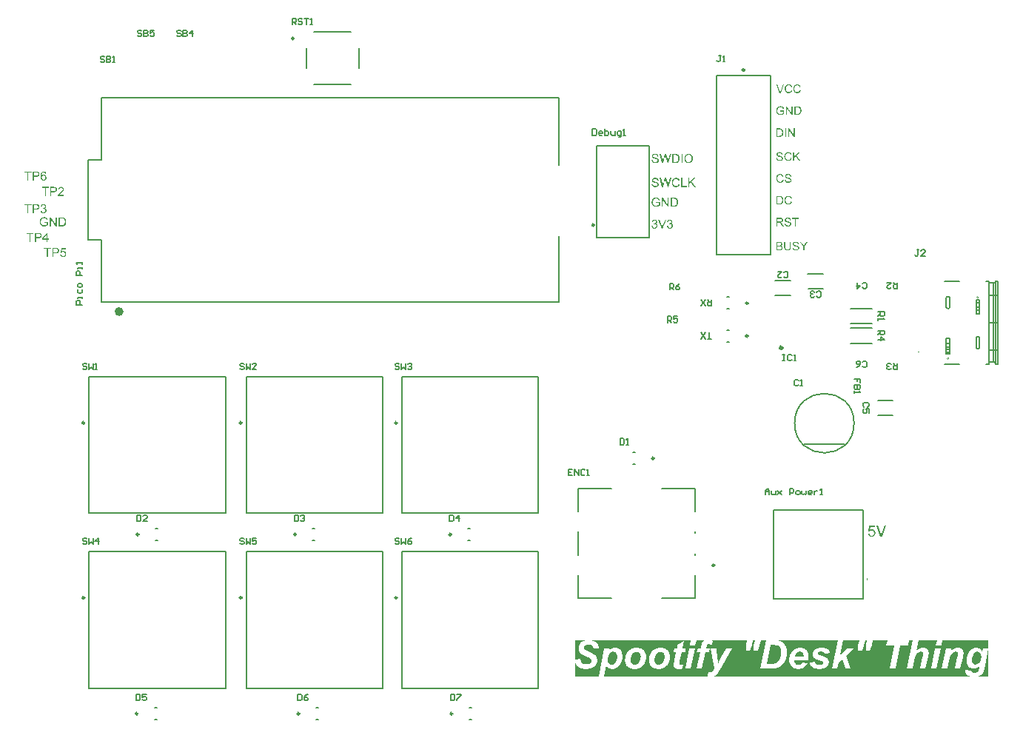
<source format=gto>
G04*
G04 #@! TF.GenerationSoftware,Altium Limited,Altium Designer,23.1.1 (15)*
G04*
G04 Layer_Color=65535*
%FSLAX44Y44*%
%MOMM*%
G71*
G04*
G04 #@! TF.SameCoordinates,71942028-349F-4B58-9001-873325432457*
G04*
G04*
G04 #@! TF.FilePolarity,Positive*
G04*
G01*
G75*
%ADD10C,0.3250*%
%ADD11C,0.5080*%
%ADD12C,0.2000*%
%ADD13C,0.1000*%
%ADD14C,0.1500*%
%ADD15C,0.2500*%
%ADD16C,0.1800*%
G36*
X948461Y210219D02*
X946710D01*
X941761Y223016D01*
X943601D01*
X946929Y213711D01*
Y213700D01*
X946951Y213656D01*
X946973Y213602D01*
X946994Y213525D01*
X947027Y213426D01*
X947071Y213306D01*
X947115Y213175D01*
X947159Y213032D01*
X947213Y212879D01*
X947268Y212715D01*
X947377Y212354D01*
X947487Y211992D01*
X947597Y211620D01*
Y211631D01*
X947607Y211664D01*
X947629Y211730D01*
X947651Y211806D01*
X947673Y211894D01*
X947706Y212003D01*
X947750Y212135D01*
X947794Y212277D01*
X947837Y212430D01*
X947892Y212595D01*
X948012Y212945D01*
X948144Y213328D01*
X948286Y213711D01*
X951746Y223016D01*
X953464D01*
X948461Y210219D01*
D02*
G37*
G36*
X940382Y221352D02*
X935270D01*
X934580Y217904D01*
X934591Y217915D01*
X934635Y217937D01*
X934700Y217981D01*
X934777Y218035D01*
X934886Y218090D01*
X935018Y218156D01*
X935160Y218232D01*
X935313Y218309D01*
X935489Y218386D01*
X935686Y218462D01*
X935883Y218528D01*
X936091Y218583D01*
X936310Y218638D01*
X936540Y218681D01*
X936769Y218703D01*
X936999Y218714D01*
X937076D01*
X937164Y218703D01*
X937284Y218692D01*
X937426Y218681D01*
X937591Y218648D01*
X937777Y218616D01*
X937985Y218572D01*
X938193Y218506D01*
X938423Y218430D01*
X938663Y218331D01*
X938893Y218221D01*
X939134Y218090D01*
X939375Y217926D01*
X939605Y217751D01*
X939824Y217543D01*
X939835Y217532D01*
X939879Y217488D01*
X939933Y217422D01*
X940010Y217335D01*
X940098Y217214D01*
X940196Y217083D01*
X940295Y216919D01*
X940404Y216733D01*
X940514Y216525D01*
X940612Y216306D01*
X940711Y216054D01*
X940798Y215791D01*
X940875Y215506D01*
X940929Y215211D01*
X940973Y214893D01*
X940984Y214554D01*
Y214532D01*
Y214478D01*
X940973Y214390D01*
Y214258D01*
X940951Y214116D01*
X940929Y213941D01*
X940897Y213744D01*
X940853Y213525D01*
X940798Y213295D01*
X940732Y213054D01*
X940656Y212813D01*
X940557Y212551D01*
X940437Y212299D01*
X940305Y212047D01*
X940141Y211795D01*
X939966Y211555D01*
X939955Y211533D01*
X939911Y211489D01*
X939835Y211412D01*
X939736Y211314D01*
X939616Y211193D01*
X939463Y211062D01*
X939287Y210920D01*
X939090Y210777D01*
X938860Y210635D01*
X938609Y210493D01*
X938335Y210361D01*
X938028Y210241D01*
X937711Y210142D01*
X937361Y210066D01*
X936999Y210022D01*
X936605Y210000D01*
X936529D01*
X936441Y210011D01*
X936321D01*
X936167Y210033D01*
X935992Y210055D01*
X935806Y210077D01*
X935598Y210120D01*
X935379Y210175D01*
X935149Y210241D01*
X934908Y210317D01*
X934668Y210416D01*
X934438Y210525D01*
X934197Y210657D01*
X933978Y210799D01*
X933759Y210974D01*
X933748Y210985D01*
X933715Y211018D01*
X933660Y211073D01*
X933584Y211150D01*
X933496Y211248D01*
X933398Y211368D01*
X933299Y211511D01*
X933190Y211664D01*
X933080Y211839D01*
X932971Y212036D01*
X932861Y212244D01*
X932763Y212485D01*
X932675Y212726D01*
X932598Y212989D01*
X932544Y213273D01*
X932500Y213569D01*
X934153Y213711D01*
Y213700D01*
X934164Y213656D01*
X934175Y213591D01*
X934186Y213514D01*
X934219Y213416D01*
X934241Y213295D01*
X934284Y213164D01*
X934328Y213032D01*
X934438Y212737D01*
X934580Y212430D01*
X934766Y212146D01*
X934876Y212014D01*
X934996Y211894D01*
X935007Y211883D01*
X935029Y211872D01*
X935062Y211839D01*
X935116Y211795D01*
X935182Y211752D01*
X935259Y211708D01*
X935346Y211653D01*
X935445Y211598D01*
X935565Y211533D01*
X935686Y211478D01*
X935959Y211390D01*
X936266Y211314D01*
X936430Y211303D01*
X936605Y211292D01*
X936660D01*
X936715Y211303D01*
X936802D01*
X936901Y211314D01*
X937010Y211336D01*
X937142Y211368D01*
X937273Y211401D01*
X937426Y211445D01*
X937580Y211500D01*
X937744Y211565D01*
X937908Y211653D01*
X938061Y211752D01*
X938225Y211861D01*
X938379Y211992D01*
X938532Y212146D01*
X938543Y212157D01*
X938565Y212190D01*
X938609Y212233D01*
X938652Y212299D01*
X938718Y212386D01*
X938784Y212496D01*
X938849Y212616D01*
X938926Y212748D01*
X939003Y212901D01*
X939069Y213076D01*
X939134Y213262D01*
X939200Y213459D01*
X939244Y213678D01*
X939287Y213908D01*
X939309Y214149D01*
X939320Y214412D01*
Y214423D01*
Y214466D01*
Y214543D01*
X939309Y214631D01*
X939298Y214751D01*
X939277Y214883D01*
X939255Y215025D01*
X939222Y215178D01*
X939189Y215353D01*
X939134Y215518D01*
X939079Y215704D01*
X939003Y215879D01*
X938915Y216054D01*
X938817Y216218D01*
X938696Y216382D01*
X938565Y216536D01*
X938554Y216546D01*
X938532Y216568D01*
X938488Y216612D01*
X938434Y216656D01*
X938357Y216722D01*
X938258Y216787D01*
X938160Y216853D01*
X938039Y216930D01*
X937897Y217006D01*
X937755Y217072D01*
X937591Y217138D01*
X937415Y217203D01*
X937218Y217247D01*
X937021Y217291D01*
X936813Y217313D01*
X936583Y217324D01*
X936452D01*
X936386Y217313D01*
X936310Y217302D01*
X936124Y217280D01*
X935916Y217236D01*
X935675Y217181D01*
X935445Y217094D01*
X935204Y216973D01*
X935193D01*
X935182Y216963D01*
X935149Y216941D01*
X935106Y216908D01*
X934996Y216831D01*
X934865Y216733D01*
X934711Y216601D01*
X934558Y216448D01*
X934405Y216273D01*
X934262Y216076D01*
X932785Y216273D01*
X934022Y222852D01*
X940382D01*
Y221352D01*
D02*
G37*
G36*
X705838Y572954D02*
X705917D01*
X706005Y572946D01*
X706101Y572937D01*
X706207Y572919D01*
X706443Y572875D01*
X706706Y572805D01*
X706978Y572718D01*
X707241Y572595D01*
X707249D01*
X707275Y572577D01*
X707311Y572560D01*
X707354Y572534D01*
X707416Y572490D01*
X707486Y572446D01*
X707644Y572341D01*
X707819Y572201D01*
X708003Y572025D01*
X708169Y571833D01*
X708327Y571614D01*
X708336Y571605D01*
X708345Y571587D01*
X708362Y571552D01*
X708388Y571508D01*
X708415Y571447D01*
X708450Y571386D01*
X708485Y571307D01*
X708520Y571219D01*
X708581Y571026D01*
X708643Y570799D01*
X708686Y570553D01*
X708704Y570430D01*
Y570299D01*
Y570290D01*
Y570273D01*
Y570238D01*
X708695Y570185D01*
Y570133D01*
X708686Y570062D01*
X708660Y569896D01*
X708616Y569712D01*
X708555Y569510D01*
X708467Y569300D01*
X708345Y569090D01*
Y569081D01*
X708327Y569063D01*
X708310Y569037D01*
X708275Y569002D01*
X708196Y568897D01*
X708082Y568774D01*
X707924Y568643D01*
X707749Y568494D01*
X707530Y568354D01*
X707284Y568222D01*
X707293D01*
X707328Y568214D01*
X707372Y568196D01*
X707433Y568178D01*
X707512Y568152D01*
X707600Y568117D01*
X707696Y568082D01*
X707801Y568038D01*
X708029Y567915D01*
X708143Y567845D01*
X708266Y567767D01*
X708380Y567679D01*
X708494Y567583D01*
X708599Y567477D01*
X708695Y567355D01*
X708704Y567346D01*
X708721Y567328D01*
X708739Y567285D01*
X708774Y567241D01*
X708809Y567171D01*
X708853Y567092D01*
X708905Y567004D01*
X708949Y566899D01*
X708993Y566785D01*
X709046Y566662D01*
X709090Y566522D01*
X709125Y566382D01*
X709160Y566224D01*
X709186Y566058D01*
X709195Y565882D01*
X709203Y565699D01*
Y565681D01*
Y565637D01*
X709195Y565567D01*
X709186Y565471D01*
X709177Y565357D01*
X709151Y565225D01*
X709125Y565076D01*
X709081Y564910D01*
X709028Y564735D01*
X708967Y564559D01*
X708888Y564366D01*
X708792Y564174D01*
X708678Y563981D01*
X708546Y563797D01*
X708397Y563604D01*
X708222Y563429D01*
X708213Y563420D01*
X708178Y563385D01*
X708126Y563341D01*
X708047Y563280D01*
X707950Y563210D01*
X707836Y563131D01*
X707696Y563052D01*
X707547Y562964D01*
X707372Y562877D01*
X707188Y562798D01*
X706986Y562719D01*
X706767Y562649D01*
X706531Y562588D01*
X706285Y562544D01*
X706022Y562509D01*
X705751Y562500D01*
X705689D01*
X705619Y562509D01*
X705523D01*
X705409Y562526D01*
X705278Y562544D01*
X705129Y562570D01*
X704962Y562596D01*
X704796Y562640D01*
X704612Y562693D01*
X704428Y562763D01*
X704235Y562833D01*
X704051Y562929D01*
X703858Y563035D01*
X703683Y563157D01*
X703508Y563297D01*
X703499Y563306D01*
X703472Y563332D01*
X703429Y563376D01*
X703367Y563446D01*
X703297Y563525D01*
X703218Y563622D01*
X703139Y563736D01*
X703052Y563858D01*
X702964Y564007D01*
X702877Y564165D01*
X702789Y564332D01*
X702710Y564515D01*
X702640Y564717D01*
X702579Y564927D01*
X702535Y565146D01*
X702500Y565383D01*
X703762Y565550D01*
Y565541D01*
X703770Y565506D01*
X703788Y565444D01*
X703805Y565374D01*
X703823Y565287D01*
X703858Y565190D01*
X703893Y565076D01*
X703928Y564954D01*
X704033Y564700D01*
X704156Y564445D01*
X704226Y564323D01*
X704314Y564209D01*
X704392Y564104D01*
X704489Y564007D01*
X704498Y563998D01*
X704515Y563990D01*
X704541Y563963D01*
X704585Y563937D01*
X704629Y563902D01*
X704690Y563858D01*
X704761Y563814D01*
X704839Y563779D01*
X704927Y563736D01*
X705023Y563692D01*
X705242Y563613D01*
X705488Y563560D01*
X705619Y563552D01*
X705760Y563543D01*
X705847D01*
X705909Y563552D01*
X705987Y563560D01*
X706075Y563578D01*
X706171Y563595D01*
X706285Y563622D01*
X706399Y563648D01*
X706522Y563692D01*
X706645Y563744D01*
X706767Y563806D01*
X706899Y563876D01*
X707021Y563955D01*
X707144Y564051D01*
X707258Y564156D01*
X707267Y564165D01*
X707284Y564183D01*
X707311Y564217D01*
X707354Y564270D01*
X707398Y564323D01*
X707451Y564402D01*
X707512Y564480D01*
X707565Y564577D01*
X707626Y564682D01*
X707679Y564796D01*
X707731Y564919D01*
X707775Y565059D01*
X707819Y565199D01*
X707845Y565348D01*
X707863Y565506D01*
X707871Y565672D01*
Y565681D01*
Y565707D01*
Y565760D01*
X707863Y565821D01*
X707854Y565891D01*
X707845Y565979D01*
X707828Y566075D01*
X707801Y566180D01*
X707731Y566399D01*
X707687Y566522D01*
X707635Y566645D01*
X707565Y566759D01*
X707486Y566881D01*
X707398Y566995D01*
X707302Y567101D01*
X707293Y567109D01*
X707275Y567127D01*
X707241Y567153D01*
X707197Y567188D01*
X707144Y567232D01*
X707083Y567276D01*
X707004Y567328D01*
X706916Y567381D01*
X706811Y567434D01*
X706706Y567486D01*
X706583Y567530D01*
X706461Y567574D01*
X706320Y567609D01*
X706180Y567635D01*
X706022Y567653D01*
X705865Y567661D01*
X705803D01*
X705724Y567653D01*
X705619Y567644D01*
X705488Y567626D01*
X705339Y567609D01*
X705172Y567574D01*
X704980Y567530D01*
X705120Y568634D01*
X705137D01*
X705190Y568625D01*
X705260Y568617D01*
X705400D01*
X705453Y568625D01*
X705523D01*
X705611Y568643D01*
X705698Y568652D01*
X705803Y568669D01*
X706022Y568722D01*
X706268Y568792D01*
X706513Y568897D01*
X706636Y568967D01*
X706758Y569037D01*
X706767Y569046D01*
X706785Y569055D01*
X706820Y569081D01*
X706864Y569116D01*
X706908Y569160D01*
X706960Y569212D01*
X707021Y569283D01*
X707083Y569353D01*
X707144Y569440D01*
X707205Y569537D01*
X707258Y569642D01*
X707302Y569756D01*
X707346Y569887D01*
X707381Y570019D01*
X707398Y570168D01*
X707407Y570325D01*
Y570334D01*
Y570360D01*
Y570396D01*
X707398Y570439D01*
X707390Y570501D01*
X707381Y570571D01*
X707346Y570728D01*
X707293Y570913D01*
X707205Y571105D01*
X707153Y571202D01*
X707092Y571289D01*
X707021Y571386D01*
X706934Y571473D01*
X706925Y571482D01*
X706916Y571491D01*
X706890Y571517D01*
X706846Y571543D01*
X706802Y571578D01*
X706750Y571614D01*
X706680Y571657D01*
X706610Y571701D01*
X706434Y571789D01*
X706224Y571859D01*
X705987Y571912D01*
X705865Y571920D01*
X705724Y571929D01*
X705654D01*
X705602Y571920D01*
X705540Y571912D01*
X705470Y571903D01*
X705304Y571868D01*
X705111Y571815D01*
X704901Y571736D01*
X704804Y571684D01*
X704699Y571622D01*
X704603Y571543D01*
X704506Y571465D01*
X704498Y571456D01*
X704489Y571447D01*
X704463Y571412D01*
X704428Y571377D01*
X704392Y571333D01*
X704349Y571272D01*
X704296Y571202D01*
X704243Y571114D01*
X704191Y571026D01*
X704138Y570921D01*
X704086Y570807D01*
X704033Y570685D01*
X703989Y570553D01*
X703946Y570404D01*
X703911Y570247D01*
X703884Y570080D01*
X702622Y570308D01*
Y570325D01*
X702631Y570360D01*
X702649Y570430D01*
X702675Y570518D01*
X702701Y570623D01*
X702736Y570746D01*
X702780Y570877D01*
X702841Y571026D01*
X702903Y571184D01*
X702982Y571342D01*
X703061Y571500D01*
X703157Y571666D01*
X703271Y571824D01*
X703385Y571982D01*
X703516Y572131D01*
X703665Y572262D01*
X703674Y572271D01*
X703700Y572288D01*
X703753Y572323D01*
X703814Y572376D01*
X703893Y572429D01*
X703989Y572481D01*
X704095Y572551D01*
X704226Y572612D01*
X704366Y572674D01*
X704524Y572744D01*
X704690Y572797D01*
X704866Y572858D01*
X705059Y572902D01*
X705260Y572937D01*
X705479Y572954D01*
X705698Y572963D01*
X705777D01*
X705838Y572954D01*
D02*
G37*
G36*
X688339D02*
X688418D01*
X688505Y572946D01*
X688602Y572937D01*
X688707Y572919D01*
X688943Y572875D01*
X689206Y572805D01*
X689478Y572718D01*
X689741Y572595D01*
X689750D01*
X689776Y572577D01*
X689811Y572560D01*
X689855Y572534D01*
X689916Y572490D01*
X689986Y572446D01*
X690144Y572341D01*
X690319Y572201D01*
X690503Y572025D01*
X690670Y571833D01*
X690827Y571614D01*
X690836Y571605D01*
X690845Y571587D01*
X690862Y571552D01*
X690889Y571508D01*
X690915Y571447D01*
X690950Y571386D01*
X690985Y571307D01*
X691020Y571219D01*
X691081Y571026D01*
X691143Y570799D01*
X691187Y570553D01*
X691204Y570430D01*
Y570299D01*
Y570290D01*
Y570273D01*
Y570238D01*
X691195Y570185D01*
Y570133D01*
X691187Y570062D01*
X691160Y569896D01*
X691117Y569712D01*
X691055Y569510D01*
X690968Y569300D01*
X690845Y569090D01*
Y569081D01*
X690827Y569063D01*
X690810Y569037D01*
X690775Y569002D01*
X690696Y568897D01*
X690582Y568774D01*
X690424Y568643D01*
X690249Y568494D01*
X690030Y568354D01*
X689785Y568222D01*
X689793D01*
X689828Y568214D01*
X689872Y568196D01*
X689934Y568178D01*
X690012Y568152D01*
X690100Y568117D01*
X690197Y568082D01*
X690302Y568038D01*
X690529Y567915D01*
X690643Y567845D01*
X690766Y567767D01*
X690880Y567679D01*
X690994Y567583D01*
X691099Y567477D01*
X691195Y567355D01*
X691204Y567346D01*
X691222Y567328D01*
X691239Y567285D01*
X691274Y567241D01*
X691309Y567171D01*
X691353Y567092D01*
X691406Y567004D01*
X691450Y566899D01*
X691493Y566785D01*
X691546Y566662D01*
X691590Y566522D01*
X691625Y566382D01*
X691660Y566224D01*
X691686Y566058D01*
X691695Y565882D01*
X691704Y565699D01*
Y565681D01*
Y565637D01*
X691695Y565567D01*
X691686Y565471D01*
X691677Y565357D01*
X691651Y565225D01*
X691625Y565076D01*
X691581Y564910D01*
X691528Y564735D01*
X691467Y564559D01*
X691388Y564366D01*
X691292Y564174D01*
X691178Y563981D01*
X691047Y563797D01*
X690898Y563604D01*
X690722Y563429D01*
X690714Y563420D01*
X690678Y563385D01*
X690626Y563341D01*
X690547Y563280D01*
X690451Y563210D01*
X690337Y563131D01*
X690197Y563052D01*
X690048Y562964D01*
X689872Y562877D01*
X689688Y562798D01*
X689487Y562719D01*
X689268Y562649D01*
X689031Y562588D01*
X688786Y562544D01*
X688523Y562509D01*
X688251Y562500D01*
X688190D01*
X688120Y562509D01*
X688023D01*
X687909Y562526D01*
X687778Y562544D01*
X687629Y562570D01*
X687462Y562596D01*
X687296Y562640D01*
X687112Y562693D01*
X686928Y562763D01*
X686735Y562833D01*
X686551Y562929D01*
X686358Y563035D01*
X686183Y563157D01*
X686008Y563297D01*
X685999Y563306D01*
X685973Y563332D01*
X685929Y563376D01*
X685867Y563446D01*
X685797Y563525D01*
X685719Y563622D01*
X685640Y563736D01*
X685552Y563858D01*
X685464Y564007D01*
X685377Y564165D01*
X685289Y564332D01*
X685210Y564515D01*
X685140Y564717D01*
X685079Y564927D01*
X685035Y565146D01*
X685000Y565383D01*
X686262Y565550D01*
Y565541D01*
X686271Y565506D01*
X686288Y565444D01*
X686306Y565374D01*
X686323Y565287D01*
X686358Y565190D01*
X686393Y565076D01*
X686428Y564954D01*
X686534Y564700D01*
X686656Y564445D01*
X686726Y564323D01*
X686814Y564209D01*
X686893Y564104D01*
X686989Y564007D01*
X686998Y563998D01*
X687016Y563990D01*
X687042Y563963D01*
X687086Y563937D01*
X687129Y563902D01*
X687191Y563858D01*
X687261Y563814D01*
X687340Y563779D01*
X687427Y563736D01*
X687524Y563692D01*
X687743Y563613D01*
X687988Y563560D01*
X688120Y563552D01*
X688260Y563543D01*
X688347D01*
X688409Y563552D01*
X688488Y563560D01*
X688575Y563578D01*
X688672Y563595D01*
X688786Y563622D01*
X688900Y563648D01*
X689022Y563692D01*
X689145Y563744D01*
X689268Y563806D01*
X689399Y563876D01*
X689522Y563955D01*
X689644Y564051D01*
X689758Y564156D01*
X689767Y564165D01*
X689785Y564183D01*
X689811Y564217D01*
X689855Y564270D01*
X689899Y564323D01*
X689951Y564402D01*
X690012Y564480D01*
X690065Y564577D01*
X690126Y564682D01*
X690179Y564796D01*
X690231Y564919D01*
X690275Y565059D01*
X690319Y565199D01*
X690345Y565348D01*
X690363Y565506D01*
X690372Y565672D01*
Y565681D01*
Y565707D01*
Y565760D01*
X690363Y565821D01*
X690354Y565891D01*
X690345Y565979D01*
X690328Y566075D01*
X690302Y566180D01*
X690231Y566399D01*
X690188Y566522D01*
X690135Y566645D01*
X690065Y566759D01*
X689986Y566881D01*
X689899Y566995D01*
X689802Y567101D01*
X689793Y567109D01*
X689776Y567127D01*
X689741Y567153D01*
X689697Y567188D01*
X689644Y567232D01*
X689583Y567276D01*
X689504Y567328D01*
X689417Y567381D01*
X689311Y567434D01*
X689206Y567486D01*
X689084Y567530D01*
X688961Y567574D01*
X688821Y567609D01*
X688680Y567635D01*
X688523Y567653D01*
X688365Y567661D01*
X688304D01*
X688225Y567653D01*
X688120Y567644D01*
X687988Y567626D01*
X687839Y567609D01*
X687673Y567574D01*
X687480Y567530D01*
X687620Y568634D01*
X687638D01*
X687690Y568625D01*
X687760Y568617D01*
X687901D01*
X687953Y568625D01*
X688023D01*
X688111Y568643D01*
X688198Y568652D01*
X688304Y568669D01*
X688523Y568722D01*
X688768Y568792D01*
X689014Y568897D01*
X689136Y568967D01*
X689259Y569037D01*
X689268Y569046D01*
X689285Y569055D01*
X689320Y569081D01*
X689364Y569116D01*
X689408Y569160D01*
X689460Y569212D01*
X689522Y569283D01*
X689583Y569353D01*
X689644Y569440D01*
X689706Y569537D01*
X689758Y569642D01*
X689802Y569756D01*
X689846Y569887D01*
X689881Y570019D01*
X689899Y570168D01*
X689907Y570325D01*
Y570334D01*
Y570360D01*
Y570396D01*
X689899Y570439D01*
X689890Y570501D01*
X689881Y570571D01*
X689846Y570728D01*
X689793Y570913D01*
X689706Y571105D01*
X689653Y571202D01*
X689592Y571289D01*
X689522Y571386D01*
X689434Y571473D01*
X689425Y571482D01*
X689417Y571491D01*
X689390Y571517D01*
X689346Y571543D01*
X689303Y571578D01*
X689250Y571614D01*
X689180Y571657D01*
X689110Y571701D01*
X688935Y571789D01*
X688724Y571859D01*
X688488Y571912D01*
X688365Y571920D01*
X688225Y571929D01*
X688155D01*
X688102Y571920D01*
X688041Y571912D01*
X687971Y571903D01*
X687804Y571868D01*
X687611Y571815D01*
X687401Y571736D01*
X687305Y571684D01*
X687199Y571622D01*
X687103Y571543D01*
X687007Y571465D01*
X686998Y571456D01*
X686989Y571447D01*
X686963Y571412D01*
X686928Y571377D01*
X686893Y571333D01*
X686849Y571272D01*
X686796Y571202D01*
X686744Y571114D01*
X686691Y571026D01*
X686639Y570921D01*
X686586Y570807D01*
X686534Y570685D01*
X686490Y570553D01*
X686446Y570404D01*
X686411Y570247D01*
X686385Y570080D01*
X685123Y570308D01*
Y570325D01*
X685131Y570360D01*
X685149Y570430D01*
X685175Y570518D01*
X685202Y570623D01*
X685237Y570746D01*
X685280Y570877D01*
X685342Y571026D01*
X685403Y571184D01*
X685482Y571342D01*
X685561Y571500D01*
X685657Y571666D01*
X685771Y571824D01*
X685885Y571982D01*
X686016Y572131D01*
X686165Y572262D01*
X686174Y572271D01*
X686200Y572288D01*
X686253Y572323D01*
X686314Y572376D01*
X686393Y572429D01*
X686490Y572481D01*
X686595Y572551D01*
X686726Y572612D01*
X686867Y572674D01*
X687024Y572744D01*
X687191Y572797D01*
X687366Y572858D01*
X687559Y572902D01*
X687760Y572937D01*
X687979Y572954D01*
X688198Y572963D01*
X688277D01*
X688339Y572954D01*
D02*
G37*
G36*
X697768Y562675D02*
X696366D01*
X692405Y572919D01*
X693877D01*
X696541Y565471D01*
Y565462D01*
X696558Y565427D01*
X696576Y565383D01*
X696593Y565322D01*
X696620Y565243D01*
X696655Y565146D01*
X696690Y565041D01*
X696725Y564927D01*
X696769Y564805D01*
X696813Y564673D01*
X696900Y564384D01*
X696988Y564095D01*
X697075Y563797D01*
Y563806D01*
X697084Y563832D01*
X697102Y563885D01*
X697119Y563946D01*
X697137Y564016D01*
X697163Y564104D01*
X697198Y564209D01*
X697233Y564323D01*
X697268Y564445D01*
X697312Y564577D01*
X697408Y564857D01*
X697514Y565164D01*
X697627Y565471D01*
X700397Y572919D01*
X701772D01*
X697768Y562675D01*
D02*
G37*
G36*
X690310Y598086D02*
X690407D01*
X690521Y598077D01*
X690652Y598068D01*
X690792Y598051D01*
X690941Y598033D01*
X691099Y598007D01*
X691432Y597937D01*
X691783Y597849D01*
X692124Y597726D01*
X692133D01*
X692168Y597709D01*
X692212Y597691D01*
X692273Y597656D01*
X692352Y597621D01*
X692440Y597577D01*
X692536Y597525D01*
X692641Y597463D01*
X692869Y597323D01*
X693097Y597157D01*
X693325Y596955D01*
X693439Y596841D01*
X693535Y596727D01*
X693544Y596719D01*
X693561Y596701D01*
X693588Y596666D01*
X693623Y596614D01*
X693667Y596543D01*
X693710Y596473D01*
X693772Y596377D01*
X693824Y596281D01*
X693886Y596167D01*
X693956Y596035D01*
X694017Y595904D01*
X694079Y595755D01*
X694149Y595588D01*
X694210Y595422D01*
X694262Y595247D01*
X694315Y595054D01*
X693088Y594712D01*
Y594721D01*
X693080Y594747D01*
X693062Y594791D01*
X693044Y594843D01*
X693027Y594905D01*
X693001Y594984D01*
X692931Y595159D01*
X692852Y595360D01*
X692755Y595562D01*
X692641Y595764D01*
X692519Y595947D01*
Y595956D01*
X692501Y595965D01*
X692457Y596018D01*
X692378Y596105D01*
X692264Y596202D01*
X692133Y596316D01*
X691958Y596438D01*
X691765Y596561D01*
X691537Y596666D01*
X691528D01*
X691511Y596675D01*
X691476Y596692D01*
X691423Y596710D01*
X691362Y596727D01*
X691292Y596754D01*
X691213Y596780D01*
X691125Y596806D01*
X691020Y596824D01*
X690915Y596850D01*
X690670Y596894D01*
X690407Y596929D01*
X690126Y596938D01*
X689969D01*
X689890Y596929D01*
X689793Y596920D01*
X689688Y596912D01*
X689574Y596903D01*
X689329Y596868D01*
X689057Y596815D01*
X688777Y596745D01*
X688514Y596649D01*
X688505D01*
X688488Y596640D01*
X688453Y596622D01*
X688400Y596596D01*
X688347Y596570D01*
X688277Y596535D01*
X688128Y596447D01*
X687953Y596342D01*
X687769Y596219D01*
X687585Y596070D01*
X687419Y595904D01*
X687410Y595895D01*
X687401Y595886D01*
X687383Y595860D01*
X687348Y595825D01*
X687278Y595728D01*
X687182Y595606D01*
X687086Y595457D01*
X686972Y595290D01*
X686875Y595098D01*
X686779Y594896D01*
Y594887D01*
X686761Y594852D01*
X686744Y594800D01*
X686718Y594729D01*
X686691Y594642D01*
X686656Y594537D01*
X686621Y594414D01*
X686586Y594283D01*
X686551Y594134D01*
X686516Y593976D01*
X686481Y593801D01*
X686455Y593617D01*
X686411Y593240D01*
X686402Y593038D01*
X686393Y592828D01*
Y592810D01*
Y592767D01*
Y592696D01*
X686402Y592600D01*
X686411Y592486D01*
X686420Y592346D01*
X686428Y592197D01*
X686455Y592030D01*
X686472Y591855D01*
X686507Y591671D01*
X686586Y591286D01*
X686639Y591093D01*
X686709Y590900D01*
X686779Y590716D01*
X686858Y590541D01*
X686867Y590532D01*
X686884Y590497D01*
X686910Y590453D01*
X686945Y590392D01*
X686998Y590313D01*
X687059Y590225D01*
X687129Y590129D01*
X687208Y590024D01*
X687296Y589919D01*
X687401Y589805D01*
X687515Y589691D01*
X687638Y589577D01*
X687769Y589463D01*
X687918Y589358D01*
X688067Y589261D01*
X688233Y589174D01*
X688242Y589165D01*
X688277Y589156D01*
X688321Y589130D01*
X688391Y589104D01*
X688470Y589069D01*
X688575Y589034D01*
X688689Y588990D01*
X688812Y588955D01*
X688952Y588911D01*
X689101Y588867D01*
X689259Y588832D01*
X689417Y588797D01*
X689776Y588744D01*
X689960Y588736D01*
X690144Y588727D01*
X690231D01*
X690293Y588736D01*
X690372D01*
X690468Y588744D01*
X690573Y588753D01*
X690687Y588771D01*
X690819Y588788D01*
X690950Y588806D01*
X691239Y588867D01*
X691546Y588946D01*
X691861Y589060D01*
X691870D01*
X691897Y589077D01*
X691940Y589095D01*
X692002Y589121D01*
X692072Y589147D01*
X692151Y589191D01*
X692238Y589226D01*
X692335Y589279D01*
X692545Y589384D01*
X692755Y589507D01*
X692957Y589638D01*
X693053Y589708D01*
X693141Y589778D01*
Y591689D01*
X690135D01*
Y592898D01*
X694473D01*
Y589095D01*
X694464Y589086D01*
X694429Y589060D01*
X694376Y589016D01*
X694297Y588963D01*
X694210Y588902D01*
X694105Y588823D01*
X693973Y588736D01*
X693842Y588648D01*
X693693Y588552D01*
X693526Y588455D01*
X693360Y588350D01*
X693176Y588254D01*
X692799Y588061D01*
X692606Y587973D01*
X692405Y587894D01*
X692396D01*
X692361Y587877D01*
X692300Y587859D01*
X692221Y587833D01*
X692124Y587807D01*
X692010Y587772D01*
X691879Y587737D01*
X691739Y587701D01*
X691581Y587658D01*
X691406Y587623D01*
X691230Y587588D01*
X691038Y587561D01*
X690643Y587518D01*
X690442Y587509D01*
X690231Y587500D01*
X690161D01*
X690082Y587509D01*
X689977D01*
X689846Y587518D01*
X689688Y587535D01*
X689513Y587553D01*
X689320Y587579D01*
X689110Y587614D01*
X688891Y587658D01*
X688663Y587710D01*
X688435Y587772D01*
X688190Y587842D01*
X687953Y587929D01*
X687717Y588026D01*
X687480Y588140D01*
X687462Y588148D01*
X687427Y588166D01*
X687366Y588210D01*
X687278Y588262D01*
X687173Y588324D01*
X687059Y588411D01*
X686928Y588508D01*
X686788Y588613D01*
X686639Y588744D01*
X686490Y588885D01*
X686332Y589034D01*
X686183Y589200D01*
X686025Y589384D01*
X685885Y589577D01*
X685745Y589787D01*
X685622Y590006D01*
X685613Y590024D01*
X685596Y590059D01*
X685561Y590129D01*
X685526Y590225D01*
X685482Y590339D01*
X685429Y590471D01*
X685368Y590628D01*
X685315Y590812D01*
X685254Y591005D01*
X685193Y591216D01*
X685140Y591435D01*
X685096Y591680D01*
X685061Y591925D01*
X685026Y592188D01*
X685009Y592460D01*
X685000Y592740D01*
Y592749D01*
Y592758D01*
Y592810D01*
Y592889D01*
X685009Y592994D01*
X685017Y593126D01*
X685035Y593284D01*
X685053Y593459D01*
X685079Y593652D01*
X685114Y593862D01*
X685149Y594081D01*
X685202Y594309D01*
X685263Y594554D01*
X685333Y594800D01*
X685421Y595045D01*
X685517Y595290D01*
X685622Y595536D01*
X685631Y595553D01*
X685648Y595597D01*
X685684Y595658D01*
X685736Y595746D01*
X685806Y595860D01*
X685885Y595983D01*
X685973Y596114D01*
X686078Y596263D01*
X686200Y596421D01*
X686332Y596578D01*
X686481Y596736D01*
X686639Y596894D01*
X686814Y597052D01*
X687007Y597201D01*
X687208Y597341D01*
X687419Y597463D01*
X687436Y597472D01*
X687471Y597490D01*
X687541Y597525D01*
X687629Y597560D01*
X687734Y597612D01*
X687874Y597665D01*
X688023Y597718D01*
X688198Y597779D01*
X688391Y597840D01*
X688593Y597893D01*
X688821Y597946D01*
X689057Y597998D01*
X689311Y598033D01*
X689574Y598068D01*
X689846Y598086D01*
X690126Y598094D01*
X690231D01*
X690310Y598086D01*
D02*
G37*
G36*
X704524Y587675D02*
X703131D01*
X697750Y595711D01*
Y587675D01*
X696453D01*
Y597919D01*
X697838D01*
X703227Y589866D01*
Y597919D01*
X704524D01*
Y587675D01*
D02*
G37*
G36*
X710737Y597910D02*
X710860D01*
X711000Y597902D01*
X711298Y597884D01*
X711596Y597858D01*
X711885Y597823D01*
X712025Y597797D01*
X712148Y597770D01*
X712157D01*
X712183Y597761D01*
X712235Y597753D01*
X712297Y597726D01*
X712367Y597709D01*
X712455Y597683D01*
X712560Y597648D01*
X712665Y597604D01*
X712901Y597499D01*
X713147Y597376D01*
X713401Y597218D01*
X713646Y597034D01*
X713655Y597025D01*
X713681Y596999D01*
X713725Y596964D01*
X713778Y596912D01*
X713848Y596841D01*
X713927Y596763D01*
X714014Y596666D01*
X714102Y596561D01*
X714198Y596438D01*
X714304Y596307D01*
X714400Y596158D01*
X714505Y596009D01*
X714601Y595842D01*
X714698Y595667D01*
X714785Y595474D01*
X714864Y595281D01*
X714873Y595273D01*
X714882Y595238D01*
X714899Y595176D01*
X714926Y595098D01*
X714961Y594992D01*
X714996Y594870D01*
X715031Y594738D01*
X715066Y594580D01*
X715101Y594405D01*
X715136Y594221D01*
X715171Y594020D01*
X715206Y593809D01*
X715232Y593582D01*
X715250Y593345D01*
X715267Y593100D01*
Y592845D01*
Y592837D01*
Y592793D01*
Y592732D01*
Y592653D01*
X715259Y592547D01*
X715250Y592434D01*
X715241Y592293D01*
X715232Y592153D01*
X715215Y591995D01*
X715197Y591829D01*
X715154Y591478D01*
X715083Y591128D01*
X714987Y590777D01*
Y590769D01*
X714978Y590733D01*
X714961Y590690D01*
X714934Y590628D01*
X714908Y590550D01*
X714882Y590462D01*
X714838Y590365D01*
X714794Y590252D01*
X714698Y590015D01*
X714575Y589770D01*
X714444Y589524D01*
X714286Y589288D01*
X714277Y589279D01*
X714268Y589261D01*
X714242Y589235D01*
X714216Y589191D01*
X714172Y589139D01*
X714128Y589086D01*
X714014Y588955D01*
X713874Y588806D01*
X713716Y588648D01*
X713541Y588499D01*
X713357Y588359D01*
X713348D01*
X713331Y588341D01*
X713305Y588324D01*
X713269Y588306D01*
X713217Y588271D01*
X713164Y588245D01*
X713094Y588201D01*
X713015Y588166D01*
X712840Y588078D01*
X712630Y587999D01*
X712402Y587912D01*
X712139Y587842D01*
X712130D01*
X712104Y587833D01*
X712069Y587824D01*
X712016Y587816D01*
X711946Y587807D01*
X711859Y587789D01*
X711771Y587772D01*
X711666Y587763D01*
X711552Y587745D01*
X711420Y587728D01*
X711289Y587710D01*
X711140Y587701D01*
X710833Y587684D01*
X710492Y587675D01*
X706802D01*
Y597919D01*
X710623D01*
X710737Y597910D01*
D02*
G37*
G36*
X689189Y620586D02*
X689285D01*
X689399Y620577D01*
X689530Y620568D01*
X689671Y620551D01*
X689828Y620533D01*
X689986Y620507D01*
X690319Y620437D01*
X690670Y620349D01*
X691003Y620226D01*
X691011D01*
X691038Y620209D01*
X691090Y620191D01*
X691143Y620156D01*
X691222Y620121D01*
X691301Y620069D01*
X691397Y620016D01*
X691502Y619955D01*
X691712Y619797D01*
X691940Y619613D01*
X692151Y619394D01*
X692256Y619271D01*
X692343Y619140D01*
X692352Y619131D01*
X692361Y619105D01*
X692387Y619070D01*
X692422Y619017D01*
X692457Y618947D01*
X692492Y618868D01*
X692536Y618781D01*
X692589Y618675D01*
X692633Y618562D01*
X692676Y618439D01*
X692720Y618307D01*
X692755Y618167D01*
X692817Y617860D01*
X692843Y617703D01*
X692852Y617536D01*
X691555Y617440D01*
Y617449D01*
X691546Y617484D01*
X691537Y617536D01*
X691528Y617598D01*
X691511Y617676D01*
X691493Y617773D01*
X691458Y617878D01*
X691423Y617983D01*
X691336Y618220D01*
X691274Y618342D01*
X691204Y618465D01*
X691134Y618579D01*
X691047Y618693D01*
X690941Y618807D01*
X690836Y618903D01*
X690827Y618912D01*
X690810Y618921D01*
X690775Y618947D01*
X690722Y618982D01*
X690661Y619017D01*
X690582Y619061D01*
X690494Y619105D01*
X690389Y619157D01*
X690267Y619201D01*
X690135Y619245D01*
X689986Y619289D01*
X689828Y619324D01*
X689653Y619359D01*
X689469Y619385D01*
X689268Y619394D01*
X689048Y619403D01*
X688935D01*
X688847Y619394D01*
X688742Y619385D01*
X688628Y619376D01*
X688496Y619368D01*
X688365Y619350D01*
X688067Y619289D01*
X687769Y619210D01*
X687629Y619157D01*
X687489Y619096D01*
X687366Y619026D01*
X687252Y618947D01*
X687243Y618938D01*
X687226Y618929D01*
X687199Y618903D01*
X687165Y618868D01*
X687121Y618824D01*
X687077Y618772D01*
X686972Y618640D01*
X686867Y618483D01*
X686779Y618299D01*
X686744Y618202D01*
X686718Y618088D01*
X686700Y617974D01*
X686691Y617860D01*
Y617852D01*
Y617834D01*
Y617808D01*
X686700Y617773D01*
X686709Y617668D01*
X686744Y617536D01*
X686788Y617396D01*
X686858Y617247D01*
X686954Y617089D01*
X687016Y617019D01*
X687086Y616949D01*
X687094D01*
X687103Y616931D01*
X687129Y616914D01*
X687173Y616888D01*
X687226Y616853D01*
X687296Y616818D01*
X687383Y616774D01*
X687489Y616721D01*
X687611Y616669D01*
X687760Y616616D01*
X687927Y616555D01*
X688120Y616485D01*
X688330Y616423D01*
X688575Y616353D01*
X688838Y616283D01*
X689136Y616213D01*
X689154D01*
X689206Y616195D01*
X689294Y616178D01*
X689408Y616152D01*
X689539Y616117D01*
X689697Y616082D01*
X689864Y616038D01*
X690039Y615994D01*
X690415Y615897D01*
X690792Y615784D01*
X690968Y615731D01*
X691134Y615670D01*
X691283Y615617D01*
X691406Y615564D01*
X691414Y615556D01*
X691450Y615547D01*
X691493Y615521D01*
X691555Y615494D01*
X691625Y615451D01*
X691712Y615398D01*
X691809Y615345D01*
X691905Y615284D01*
X692124Y615126D01*
X692343Y614951D01*
X692545Y614749D01*
X692641Y614636D01*
X692729Y614522D01*
X692738Y614513D01*
X692747Y614495D01*
X692773Y614460D01*
X692799Y614408D01*
X692825Y614346D01*
X692869Y614276D01*
X692904Y614198D01*
X692948Y614101D01*
X692983Y614005D01*
X693027Y613891D01*
X693088Y613645D01*
X693141Y613365D01*
X693150Y613216D01*
X693158Y613067D01*
Y613058D01*
Y613032D01*
Y612988D01*
X693150Y612927D01*
X693141Y612857D01*
X693132Y612769D01*
X693123Y612673D01*
X693097Y612568D01*
X693044Y612331D01*
X692957Y612068D01*
X692904Y611928D01*
X692843Y611788D01*
X692773Y611656D01*
X692685Y611516D01*
X692676Y611507D01*
X692668Y611481D01*
X692633Y611446D01*
X692598Y611402D01*
X692554Y611341D01*
X692492Y611271D01*
X692422Y611192D01*
X692343Y611104D01*
X692256Y611017D01*
X692151Y610929D01*
X692046Y610832D01*
X691923Y610736D01*
X691791Y610648D01*
X691651Y610561D01*
X691493Y610473D01*
X691336Y610394D01*
X691327D01*
X691292Y610377D01*
X691248Y610359D01*
X691178Y610333D01*
X691099Y610307D01*
X691003Y610272D01*
X690889Y610237D01*
X690757Y610201D01*
X690617Y610158D01*
X690468Y610123D01*
X690310Y610088D01*
X690135Y610061D01*
X689951Y610035D01*
X689767Y610018D01*
X689566Y610009D01*
X689364Y610000D01*
X689232D01*
X689136Y610009D01*
X689014D01*
X688873Y610018D01*
X688716Y610035D01*
X688549Y610053D01*
X688374Y610070D01*
X688181Y610096D01*
X687795Y610167D01*
X687401Y610272D01*
X687217Y610333D01*
X687033Y610403D01*
X687024Y610412D01*
X686989Y610421D01*
X686945Y610447D01*
X686875Y610482D01*
X686796Y610526D01*
X686709Y610570D01*
X686604Y610631D01*
X686498Y610710D01*
X686385Y610789D01*
X686262Y610876D01*
X686139Y610973D01*
X686016Y611087D01*
X685894Y611200D01*
X685780Y611332D01*
X685666Y611463D01*
X685561Y611612D01*
X685552Y611621D01*
X685535Y611647D01*
X685508Y611691D01*
X685473Y611753D01*
X685438Y611832D01*
X685394Y611928D01*
X685342Y612033D01*
X685289Y612147D01*
X685237Y612278D01*
X685193Y612419D01*
X685140Y612576D01*
X685096Y612734D01*
X685061Y612909D01*
X685035Y613085D01*
X685009Y613269D01*
X685000Y613461D01*
X686279Y613575D01*
Y613567D01*
X686288Y613540D01*
Y613505D01*
X686297Y613444D01*
X686314Y613382D01*
X686323Y613304D01*
X686341Y613216D01*
X686367Y613128D01*
X686420Y612927D01*
X686498Y612716D01*
X686586Y612506D01*
X686700Y612305D01*
Y612296D01*
X686718Y612287D01*
X686735Y612261D01*
X686761Y612226D01*
X686840Y612129D01*
X686954Y612024D01*
X687094Y611893D01*
X687270Y611761D01*
X687480Y611630D01*
X687725Y611507D01*
X687734D01*
X687760Y611498D01*
X687795Y611481D01*
X687848Y611463D01*
X687918Y611437D01*
X687997Y611411D01*
X688085Y611385D01*
X688190Y611358D01*
X688295Y611332D01*
X688418Y611306D01*
X688689Y611253D01*
X688987Y611218D01*
X689303Y611209D01*
X689434D01*
X689504Y611218D01*
X689583D01*
X689671Y611227D01*
X689767Y611236D01*
X689977Y611262D01*
X690205Y611306D01*
X690442Y611358D01*
X690670Y611437D01*
X690678D01*
X690696Y611446D01*
X690731Y611463D01*
X690766Y611481D01*
X690871Y611534D01*
X691003Y611604D01*
X691152Y611691D01*
X691292Y611796D01*
X691432Y611928D01*
X691555Y612068D01*
Y612077D01*
X691563Y612086D01*
X691599Y612138D01*
X691651Y612217D01*
X691704Y612331D01*
X691756Y612462D01*
X691809Y612611D01*
X691844Y612769D01*
X691853Y612944D01*
Y612953D01*
Y612962D01*
Y612988D01*
Y613023D01*
X691835Y613120D01*
X691818Y613233D01*
X691783Y613365D01*
X691739Y613505D01*
X691669Y613645D01*
X691572Y613786D01*
X691563Y613803D01*
X691520Y613847D01*
X691450Y613917D01*
X691353Y614005D01*
X691222Y614101D01*
X691064Y614198D01*
X690871Y614303D01*
X690643Y614399D01*
X690635D01*
X690626Y614408D01*
X690600Y614417D01*
X690556Y614425D01*
X690503Y614443D01*
X690442Y614469D01*
X690354Y614495D01*
X690258Y614522D01*
X690144Y614548D01*
X690012Y614592D01*
X689864Y614627D01*
X689697Y614671D01*
X689504Y614723D01*
X689303Y614776D01*
X689066Y614828D01*
X688812Y614890D01*
X688794D01*
X688751Y614907D01*
X688680Y614925D01*
X688584Y614951D01*
X688470Y614977D01*
X688339Y615012D01*
X688190Y615056D01*
X688032Y615100D01*
X687708Y615196D01*
X687383Y615310D01*
X687226Y615363D01*
X687077Y615424D01*
X686945Y615477D01*
X686832Y615538D01*
X686823Y615547D01*
X686796Y615556D01*
X686761Y615582D01*
X686709Y615608D01*
X686656Y615643D01*
X686586Y615687D01*
X686420Y615801D01*
X686244Y615941D01*
X686069Y616108D01*
X685894Y616292D01*
X685745Y616493D01*
Y616502D01*
X685727Y616520D01*
X685710Y616555D01*
X685692Y616590D01*
X685666Y616651D01*
X685631Y616712D01*
X685596Y616783D01*
X685570Y616870D01*
X685499Y617054D01*
X685438Y617273D01*
X685403Y617510D01*
X685386Y617764D01*
Y617773D01*
Y617799D01*
Y617843D01*
X685394Y617896D01*
X685403Y617966D01*
X685412Y618044D01*
X685421Y618141D01*
X685438Y618237D01*
X685491Y618465D01*
X685570Y618710D01*
X685622Y618833D01*
X685684Y618965D01*
X685745Y619087D01*
X685824Y619219D01*
X685833Y619227D01*
X685841Y619245D01*
X685867Y619280D01*
X685903Y619333D01*
X685955Y619385D01*
X686008Y619455D01*
X686069Y619525D01*
X686148Y619604D01*
X686236Y619683D01*
X686332Y619762D01*
X686437Y619850D01*
X686551Y619937D01*
X686674Y620016D01*
X686805Y620104D01*
X686954Y620174D01*
X687103Y620244D01*
X687112D01*
X687138Y620261D01*
X687191Y620279D01*
X687252Y620297D01*
X687331Y620323D01*
X687427Y620358D01*
X687533Y620384D01*
X687655Y620419D01*
X687795Y620454D01*
X687936Y620480D01*
X688093Y620516D01*
X688260Y620542D01*
X688619Y620577D01*
X688996Y620594D01*
X689110D01*
X689189Y620586D01*
D02*
G37*
G36*
X713094D02*
X713199D01*
X713331Y620568D01*
X713488Y620551D01*
X713655Y620524D01*
X713839Y620498D01*
X714041Y620454D01*
X714251Y620402D01*
X714461Y620340D01*
X714680Y620261D01*
X714899Y620174D01*
X715110Y620069D01*
X715320Y619946D01*
X715521Y619806D01*
X715530Y619797D01*
X715565Y619771D01*
X715618Y619727D01*
X715697Y619666D01*
X715776Y619578D01*
X715881Y619482D01*
X715986Y619368D01*
X716100Y619236D01*
X716223Y619087D01*
X716345Y618929D01*
X716468Y618745D01*
X716591Y618553D01*
X716704Y618334D01*
X716810Y618106D01*
X716906Y617869D01*
X716994Y617606D01*
X715662Y617291D01*
Y617300D01*
X715644Y617343D01*
X715627Y617396D01*
X715592Y617475D01*
X715557Y617562D01*
X715513Y617676D01*
X715460Y617790D01*
X715399Y617913D01*
X715250Y618185D01*
X715075Y618456D01*
X714969Y618579D01*
X714864Y618702D01*
X714742Y618816D01*
X714619Y618921D01*
X714610Y618929D01*
X714584Y618947D01*
X714549Y618965D01*
X714496Y619000D01*
X714435Y619043D01*
X714347Y619087D01*
X714260Y619131D01*
X714155Y619184D01*
X714041Y619227D01*
X713909Y619271D01*
X713769Y619315D01*
X713620Y619359D01*
X713454Y619394D01*
X713287Y619412D01*
X713103Y619429D01*
X712919Y619438D01*
X712805D01*
X712726Y619429D01*
X712621Y619420D01*
X712507Y619412D01*
X712376Y619394D01*
X712227Y619368D01*
X712078Y619333D01*
X711920Y619297D01*
X711753Y619254D01*
X711587Y619201D01*
X711420Y619131D01*
X711254Y619052D01*
X711096Y618965D01*
X710938Y618868D01*
X710930Y618859D01*
X710903Y618842D01*
X710860Y618807D01*
X710807Y618763D01*
X710746Y618710D01*
X710676Y618640D01*
X710588Y618553D01*
X710500Y618465D01*
X710413Y618360D01*
X710316Y618246D01*
X710229Y618123D01*
X710132Y617983D01*
X710045Y617843D01*
X709966Y617685D01*
X709896Y617519D01*
X709826Y617343D01*
Y617335D01*
X709808Y617300D01*
X709799Y617247D01*
X709773Y617177D01*
X709755Y617089D01*
X709729Y616984D01*
X709694Y616870D01*
X709668Y616739D01*
X709642Y616599D01*
X709606Y616441D01*
X709580Y616283D01*
X709563Y616117D01*
X709528Y615757D01*
X709510Y615381D01*
Y615363D01*
Y615319D01*
Y615249D01*
X709519Y615161D01*
Y615047D01*
X709528Y614916D01*
X709545Y614767D01*
X709554Y614601D01*
X709580Y614425D01*
X709606Y614241D01*
X709668Y613865D01*
X709764Y613470D01*
X709817Y613277D01*
X709887Y613093D01*
X709896Y613085D01*
X709904Y613050D01*
X709931Y612997D01*
X709957Y612936D01*
X710001Y612857D01*
X710045Y612760D01*
X710106Y612655D01*
X710176Y612550D01*
X710255Y612427D01*
X710343Y612313D01*
X710439Y612191D01*
X710544Y612068D01*
X710658Y611954D01*
X710789Y611840D01*
X710921Y611735D01*
X711070Y611639D01*
X711079Y611630D01*
X711105Y611621D01*
X711149Y611595D01*
X711210Y611560D01*
X711289Y611525D01*
X711377Y611490D01*
X711473Y611446D01*
X711587Y611402D01*
X711718Y611349D01*
X711850Y611306D01*
X711990Y611271D01*
X712148Y611236D01*
X712472Y611174D01*
X712638Y611166D01*
X712814Y611157D01*
X712866D01*
X712928Y611166D01*
X713007D01*
X713103Y611174D01*
X713217Y611192D01*
X713339Y611209D01*
X713480Y611236D01*
X713629Y611271D01*
X713778Y611314D01*
X713935Y611367D01*
X714102Y611437D01*
X714260Y611507D01*
X714426Y611595D01*
X714584Y611700D01*
X714733Y611814D01*
X714742Y611823D01*
X714768Y611849D01*
X714812Y611884D01*
X714864Y611937D01*
X714926Y612007D01*
X715005Y612094D01*
X715083Y612191D01*
X715171Y612305D01*
X715259Y612436D01*
X715346Y612576D01*
X715434Y612734D01*
X715521Y612909D01*
X715609Y613102D01*
X715688Y613304D01*
X715749Y613523D01*
X715811Y613759D01*
X717169Y613418D01*
Y613409D01*
X717160Y613400D01*
Y613374D01*
X717151Y613348D01*
X717125Y613260D01*
X717081Y613146D01*
X717038Y613006D01*
X716976Y612848D01*
X716897Y612664D01*
X716818Y612480D01*
X716713Y612278D01*
X716608Y612068D01*
X716477Y611858D01*
X716337Y611647D01*
X716179Y611437D01*
X716012Y611236D01*
X715828Y611052D01*
X715627Y610876D01*
X715618Y610868D01*
X715574Y610841D01*
X715513Y610797D01*
X715434Y610736D01*
X715320Y610675D01*
X715197Y610596D01*
X715048Y610517D01*
X714873Y610438D01*
X714689Y610359D01*
X714479Y610280D01*
X714260Y610201D01*
X714023Y610140D01*
X713769Y610079D01*
X713506Y610035D01*
X713217Y610009D01*
X712928Y610000D01*
X712858D01*
X712770Y610009D01*
X712656D01*
X712516Y610018D01*
X712349Y610035D01*
X712165Y610053D01*
X711973Y610088D01*
X711762Y610123D01*
X711543Y610167D01*
X711315Y610219D01*
X711087Y610280D01*
X710868Y610359D01*
X710640Y610447D01*
X710430Y610552D01*
X710229Y610666D01*
X710220Y610675D01*
X710185Y610701D01*
X710132Y610736D01*
X710062Y610789D01*
X709975Y610859D01*
X709869Y610946D01*
X709764Y611052D01*
X709642Y611166D01*
X709519Y611297D01*
X709387Y611437D01*
X709256Y611604D01*
X709125Y611779D01*
X709002Y611963D01*
X708879Y612173D01*
X708756Y612383D01*
X708651Y612620D01*
X708643Y612638D01*
X708625Y612682D01*
X708599Y612752D01*
X708572Y612839D01*
X708529Y612962D01*
X708485Y613102D01*
X708432Y613260D01*
X708388Y613444D01*
X708336Y613645D01*
X708283Y613856D01*
X708240Y614084D01*
X708204Y614320D01*
X708169Y614574D01*
X708143Y614828D01*
X708126Y615100D01*
X708117Y615372D01*
Y615381D01*
Y615389D01*
Y615442D01*
Y615530D01*
X708126Y615643D01*
X708134Y615775D01*
X708152Y615941D01*
X708169Y616117D01*
X708196Y616318D01*
X708222Y616528D01*
X708266Y616756D01*
X708310Y616984D01*
X708371Y617221D01*
X708441Y617457D01*
X708520Y617694D01*
X708616Y617930D01*
X708721Y618158D01*
X708730Y618176D01*
X708748Y618211D01*
X708783Y618272D01*
X708835Y618351D01*
X708897Y618456D01*
X708976Y618570D01*
X709063Y618693D01*
X709168Y618833D01*
X709282Y618973D01*
X709414Y619122D01*
X709554Y619280D01*
X709712Y619429D01*
X709878Y619578D01*
X710062Y619718D01*
X710255Y619850D01*
X710456Y619972D01*
X710474Y619981D01*
X710509Y619999D01*
X710570Y620034D01*
X710658Y620069D01*
X710763Y620112D01*
X710886Y620165D01*
X711026Y620226D01*
X711193Y620288D01*
X711368Y620340D01*
X711561Y620402D01*
X711762Y620454D01*
X711981Y620498D01*
X712209Y620533D01*
X712446Y620568D01*
X712691Y620586D01*
X712945Y620594D01*
X713015D01*
X713094Y620586D01*
D02*
G37*
G36*
X730725Y616257D02*
X735212Y610175D01*
X733416D01*
X729779Y615345D01*
X728105Y613724D01*
Y610175D01*
X726747D01*
Y620419D01*
X728105D01*
Y615337D01*
X733179Y620419D01*
X735019D01*
X730725Y616257D01*
D02*
G37*
G36*
X704436Y610175D02*
X703122D01*
X700975Y617974D01*
Y617983D01*
X700966Y618018D01*
X700949Y618071D01*
X700931Y618132D01*
X700905Y618211D01*
X700887Y618299D01*
X700826Y618491D01*
X700773Y618702D01*
X700721Y618894D01*
X700695Y618982D01*
X700668Y619061D01*
X700651Y619122D01*
X700642Y619175D01*
Y619166D01*
X700633Y619140D01*
X700624Y619105D01*
X700616Y619061D01*
X700598Y619000D01*
X700581Y618929D01*
X700546Y618763D01*
X700493Y618570D01*
X700449Y618369D01*
X700397Y618167D01*
X700344Y617974D01*
X698180Y610175D01*
X696777D01*
X694079Y620419D01*
X695463D01*
X697014Y613698D01*
Y613689D01*
X697023Y613654D01*
X697040Y613593D01*
X697058Y613514D01*
X697075Y613426D01*
X697102Y613312D01*
X697137Y613181D01*
X697163Y613041D01*
X697198Y612892D01*
X697233Y612725D01*
X697268Y612550D01*
X697303Y612375D01*
X697382Y611989D01*
X697452Y611604D01*
Y611612D01*
X697461Y611621D01*
X697470Y611674D01*
X697487Y611753D01*
X697514Y611866D01*
X697549Y611989D01*
X697584Y612138D01*
X697619Y612296D01*
X697663Y612454D01*
X697741Y612787D01*
X697776Y612944D01*
X697812Y613093D01*
X697847Y613225D01*
X697873Y613339D01*
X697899Y613435D01*
X697917Y613496D01*
X699862Y620419D01*
X701492D01*
X702964Y615232D01*
Y615223D01*
X702973Y615214D01*
X702982Y615179D01*
X702990Y615144D01*
X702999Y615100D01*
X703017Y615039D01*
X703034Y614977D01*
X703052Y614898D01*
X703096Y614732D01*
X703148Y614530D01*
X703210Y614303D01*
X703271Y614049D01*
X703332Y613786D01*
X703393Y613496D01*
X703464Y613199D01*
X703534Y612883D01*
X703656Y612243D01*
X703762Y611604D01*
Y611612D01*
X703770Y611647D01*
X703779Y611700D01*
X703797Y611779D01*
X703823Y611866D01*
X703840Y611980D01*
X703876Y612103D01*
X703902Y612243D01*
X703937Y612401D01*
X703981Y612576D01*
X704025Y612760D01*
X704068Y612953D01*
X704112Y613155D01*
X704165Y613374D01*
X704270Y613829D01*
X705882Y620419D01*
X707249D01*
X704436Y610175D01*
D02*
G37*
G36*
X720148Y611385D02*
X725187D01*
Y610175D01*
X718790D01*
Y620419D01*
X720148D01*
Y611385D01*
D02*
G37*
G36*
X689189Y648086D02*
X689285D01*
X689399Y648077D01*
X689530Y648068D01*
X689671Y648051D01*
X689828Y648033D01*
X689986Y648007D01*
X690319Y647937D01*
X690670Y647849D01*
X691003Y647726D01*
X691011D01*
X691038Y647709D01*
X691090Y647691D01*
X691143Y647656D01*
X691222Y647621D01*
X691301Y647569D01*
X691397Y647516D01*
X691502Y647455D01*
X691712Y647297D01*
X691940Y647113D01*
X692151Y646894D01*
X692256Y646771D01*
X692343Y646640D01*
X692352Y646631D01*
X692361Y646605D01*
X692387Y646570D01*
X692422Y646517D01*
X692457Y646447D01*
X692492Y646368D01*
X692536Y646281D01*
X692589Y646175D01*
X692633Y646061D01*
X692676Y645939D01*
X692720Y645807D01*
X692755Y645667D01*
X692817Y645360D01*
X692843Y645203D01*
X692852Y645036D01*
X691555Y644940D01*
Y644949D01*
X691546Y644984D01*
X691537Y645036D01*
X691528Y645098D01*
X691511Y645176D01*
X691493Y645273D01*
X691458Y645378D01*
X691423Y645483D01*
X691336Y645720D01*
X691274Y645842D01*
X691204Y645965D01*
X691134Y646079D01*
X691047Y646193D01*
X690941Y646307D01*
X690836Y646403D01*
X690827Y646412D01*
X690810Y646421D01*
X690775Y646447D01*
X690722Y646482D01*
X690661Y646517D01*
X690582Y646561D01*
X690494Y646605D01*
X690389Y646657D01*
X690267Y646701D01*
X690135Y646745D01*
X689986Y646789D01*
X689828Y646824D01*
X689653Y646859D01*
X689469Y646885D01*
X689268Y646894D01*
X689048Y646903D01*
X688935D01*
X688847Y646894D01*
X688742Y646885D01*
X688628Y646876D01*
X688496Y646868D01*
X688365Y646850D01*
X688067Y646789D01*
X687769Y646710D01*
X687629Y646657D01*
X687489Y646596D01*
X687366Y646526D01*
X687252Y646447D01*
X687243Y646438D01*
X687226Y646430D01*
X687199Y646403D01*
X687165Y646368D01*
X687121Y646324D01*
X687077Y646272D01*
X686972Y646140D01*
X686867Y645983D01*
X686779Y645799D01*
X686744Y645702D01*
X686718Y645588D01*
X686700Y645474D01*
X686691Y645360D01*
Y645352D01*
Y645334D01*
Y645308D01*
X686700Y645273D01*
X686709Y645168D01*
X686744Y645036D01*
X686788Y644896D01*
X686858Y644747D01*
X686954Y644589D01*
X687016Y644519D01*
X687086Y644449D01*
X687094D01*
X687103Y644432D01*
X687129Y644414D01*
X687173Y644388D01*
X687226Y644353D01*
X687296Y644318D01*
X687383Y644274D01*
X687489Y644221D01*
X687611Y644169D01*
X687760Y644116D01*
X687927Y644055D01*
X688120Y643985D01*
X688330Y643923D01*
X688575Y643853D01*
X688838Y643783D01*
X689136Y643713D01*
X689154D01*
X689206Y643695D01*
X689294Y643678D01*
X689408Y643652D01*
X689539Y643617D01*
X689697Y643581D01*
X689864Y643538D01*
X690039Y643494D01*
X690415Y643398D01*
X690792Y643284D01*
X690968Y643231D01*
X691134Y643170D01*
X691283Y643117D01*
X691406Y643064D01*
X691414Y643056D01*
X691450Y643047D01*
X691493Y643021D01*
X691555Y642994D01*
X691625Y642951D01*
X691712Y642898D01*
X691809Y642845D01*
X691905Y642784D01*
X692124Y642626D01*
X692343Y642451D01*
X692545Y642250D01*
X692641Y642136D01*
X692729Y642022D01*
X692738Y642013D01*
X692747Y641995D01*
X692773Y641960D01*
X692799Y641908D01*
X692825Y641846D01*
X692869Y641776D01*
X692904Y641697D01*
X692948Y641601D01*
X692983Y641505D01*
X693027Y641391D01*
X693088Y641145D01*
X693141Y640865D01*
X693150Y640716D01*
X693158Y640567D01*
Y640558D01*
Y640532D01*
Y640488D01*
X693150Y640427D01*
X693141Y640357D01*
X693132Y640269D01*
X693123Y640173D01*
X693097Y640068D01*
X693044Y639831D01*
X692957Y639568D01*
X692904Y639428D01*
X692843Y639288D01*
X692773Y639156D01*
X692685Y639016D01*
X692676Y639007D01*
X692668Y638981D01*
X692633Y638946D01*
X692598Y638902D01*
X692554Y638841D01*
X692492Y638771D01*
X692422Y638692D01*
X692343Y638604D01*
X692256Y638517D01*
X692151Y638429D01*
X692046Y638332D01*
X691923Y638236D01*
X691791Y638148D01*
X691651Y638061D01*
X691493Y637973D01*
X691336Y637894D01*
X691327D01*
X691292Y637877D01*
X691248Y637859D01*
X691178Y637833D01*
X691099Y637807D01*
X691003Y637772D01*
X690889Y637737D01*
X690757Y637701D01*
X690617Y637658D01*
X690468Y637623D01*
X690310Y637588D01*
X690135Y637561D01*
X689951Y637535D01*
X689767Y637518D01*
X689566Y637509D01*
X689364Y637500D01*
X689232D01*
X689136Y637509D01*
X689014D01*
X688873Y637518D01*
X688716Y637535D01*
X688549Y637553D01*
X688374Y637570D01*
X688181Y637596D01*
X687795Y637667D01*
X687401Y637772D01*
X687217Y637833D01*
X687033Y637903D01*
X687024Y637912D01*
X686989Y637921D01*
X686945Y637947D01*
X686875Y637982D01*
X686796Y638026D01*
X686709Y638070D01*
X686604Y638131D01*
X686498Y638210D01*
X686385Y638289D01*
X686262Y638376D01*
X686139Y638473D01*
X686016Y638587D01*
X685894Y638700D01*
X685780Y638832D01*
X685666Y638963D01*
X685561Y639112D01*
X685552Y639121D01*
X685535Y639147D01*
X685508Y639191D01*
X685473Y639253D01*
X685438Y639332D01*
X685394Y639428D01*
X685342Y639533D01*
X685289Y639647D01*
X685237Y639778D01*
X685193Y639919D01*
X685140Y640076D01*
X685096Y640234D01*
X685061Y640409D01*
X685035Y640585D01*
X685009Y640769D01*
X685000Y640961D01*
X686279Y641075D01*
Y641067D01*
X686288Y641040D01*
Y641005D01*
X686297Y640944D01*
X686314Y640882D01*
X686323Y640804D01*
X686341Y640716D01*
X686367Y640628D01*
X686420Y640427D01*
X686498Y640217D01*
X686586Y640006D01*
X686700Y639805D01*
Y639796D01*
X686718Y639787D01*
X686735Y639761D01*
X686761Y639726D01*
X686840Y639629D01*
X686954Y639524D01*
X687094Y639393D01*
X687270Y639261D01*
X687480Y639130D01*
X687725Y639007D01*
X687734D01*
X687760Y638998D01*
X687795Y638981D01*
X687848Y638963D01*
X687918Y638937D01*
X687997Y638911D01*
X688085Y638885D01*
X688190Y638858D01*
X688295Y638832D01*
X688418Y638806D01*
X688689Y638753D01*
X688987Y638718D01*
X689303Y638709D01*
X689434D01*
X689504Y638718D01*
X689583D01*
X689671Y638727D01*
X689767Y638736D01*
X689977Y638762D01*
X690205Y638806D01*
X690442Y638858D01*
X690670Y638937D01*
X690678D01*
X690696Y638946D01*
X690731Y638963D01*
X690766Y638981D01*
X690871Y639034D01*
X691003Y639104D01*
X691152Y639191D01*
X691292Y639296D01*
X691432Y639428D01*
X691555Y639568D01*
Y639577D01*
X691563Y639586D01*
X691599Y639638D01*
X691651Y639717D01*
X691704Y639831D01*
X691756Y639962D01*
X691809Y640111D01*
X691844Y640269D01*
X691853Y640444D01*
Y640453D01*
Y640462D01*
Y640488D01*
Y640523D01*
X691835Y640620D01*
X691818Y640733D01*
X691783Y640865D01*
X691739Y641005D01*
X691669Y641145D01*
X691572Y641286D01*
X691563Y641303D01*
X691520Y641347D01*
X691450Y641417D01*
X691353Y641505D01*
X691222Y641601D01*
X691064Y641697D01*
X690871Y641803D01*
X690643Y641899D01*
X690635D01*
X690626Y641908D01*
X690600Y641917D01*
X690556Y641925D01*
X690503Y641943D01*
X690442Y641969D01*
X690354Y641995D01*
X690258Y642022D01*
X690144Y642048D01*
X690012Y642092D01*
X689864Y642127D01*
X689697Y642171D01*
X689504Y642223D01*
X689303Y642276D01*
X689066Y642328D01*
X688812Y642390D01*
X688794D01*
X688751Y642407D01*
X688680Y642425D01*
X688584Y642451D01*
X688470Y642477D01*
X688339Y642512D01*
X688190Y642556D01*
X688032Y642600D01*
X687708Y642697D01*
X687383Y642810D01*
X687226Y642863D01*
X687077Y642924D01*
X686945Y642977D01*
X686832Y643038D01*
X686823Y643047D01*
X686796Y643056D01*
X686761Y643082D01*
X686709Y643108D01*
X686656Y643143D01*
X686586Y643187D01*
X686420Y643301D01*
X686244Y643441D01*
X686069Y643608D01*
X685894Y643792D01*
X685745Y643993D01*
Y644002D01*
X685727Y644020D01*
X685710Y644055D01*
X685692Y644090D01*
X685666Y644151D01*
X685631Y644212D01*
X685596Y644283D01*
X685570Y644370D01*
X685499Y644554D01*
X685438Y644773D01*
X685403Y645010D01*
X685386Y645264D01*
Y645273D01*
Y645299D01*
Y645343D01*
X685394Y645396D01*
X685403Y645466D01*
X685412Y645544D01*
X685421Y645641D01*
X685438Y645737D01*
X685491Y645965D01*
X685570Y646210D01*
X685622Y646333D01*
X685684Y646464D01*
X685745Y646587D01*
X685824Y646719D01*
X685833Y646727D01*
X685841Y646745D01*
X685867Y646780D01*
X685903Y646833D01*
X685955Y646885D01*
X686008Y646955D01*
X686069Y647025D01*
X686148Y647104D01*
X686236Y647183D01*
X686332Y647262D01*
X686437Y647350D01*
X686551Y647437D01*
X686674Y647516D01*
X686805Y647604D01*
X686954Y647674D01*
X687103Y647744D01*
X687112D01*
X687138Y647762D01*
X687191Y647779D01*
X687252Y647796D01*
X687331Y647823D01*
X687427Y647858D01*
X687533Y647884D01*
X687655Y647919D01*
X687795Y647954D01*
X687936Y647980D01*
X688093Y648016D01*
X688260Y648042D01*
X688619Y648077D01*
X688996Y648094D01*
X689110D01*
X689189Y648086D01*
D02*
G37*
G36*
X704436Y637675D02*
X703122D01*
X700975Y645474D01*
Y645483D01*
X700966Y645518D01*
X700949Y645571D01*
X700931Y645632D01*
X700905Y645711D01*
X700887Y645799D01*
X700826Y645991D01*
X700773Y646202D01*
X700721Y646394D01*
X700695Y646482D01*
X700668Y646561D01*
X700651Y646622D01*
X700642Y646675D01*
Y646666D01*
X700633Y646640D01*
X700624Y646605D01*
X700616Y646561D01*
X700598Y646500D01*
X700581Y646430D01*
X700546Y646263D01*
X700493Y646070D01*
X700449Y645869D01*
X700397Y645667D01*
X700344Y645474D01*
X698180Y637675D01*
X696777D01*
X694079Y647919D01*
X695463D01*
X697014Y641198D01*
Y641189D01*
X697023Y641154D01*
X697040Y641093D01*
X697058Y641014D01*
X697075Y640926D01*
X697102Y640812D01*
X697137Y640681D01*
X697163Y640541D01*
X697198Y640392D01*
X697233Y640225D01*
X697268Y640050D01*
X697303Y639875D01*
X697382Y639489D01*
X697452Y639104D01*
Y639112D01*
X697461Y639121D01*
X697470Y639174D01*
X697487Y639253D01*
X697514Y639366D01*
X697549Y639489D01*
X697584Y639638D01*
X697619Y639796D01*
X697663Y639954D01*
X697741Y640287D01*
X697776Y640444D01*
X697812Y640593D01*
X697847Y640725D01*
X697873Y640839D01*
X697899Y640935D01*
X697917Y640996D01*
X699862Y647919D01*
X701492D01*
X702964Y642731D01*
Y642723D01*
X702973Y642714D01*
X702982Y642679D01*
X702990Y642644D01*
X702999Y642600D01*
X703017Y642539D01*
X703034Y642477D01*
X703052Y642399D01*
X703096Y642232D01*
X703148Y642030D01*
X703210Y641803D01*
X703271Y641548D01*
X703332Y641286D01*
X703393Y640996D01*
X703464Y640698D01*
X703534Y640383D01*
X703656Y639743D01*
X703762Y639104D01*
Y639112D01*
X703770Y639147D01*
X703779Y639200D01*
X703797Y639279D01*
X703823Y639366D01*
X703840Y639480D01*
X703876Y639603D01*
X703902Y639743D01*
X703937Y639901D01*
X703981Y640076D01*
X704025Y640260D01*
X704068Y640453D01*
X704112Y640655D01*
X704165Y640874D01*
X704270Y641329D01*
X705882Y647919D01*
X707249D01*
X704436Y637675D01*
D02*
G37*
G36*
X720429D02*
X719071D01*
Y647919D01*
X720429D01*
Y637675D01*
D02*
G37*
G36*
X712446Y647910D02*
X712568D01*
X712709Y647902D01*
X713007Y647884D01*
X713305Y647858D01*
X713594Y647823D01*
X713734Y647796D01*
X713857Y647770D01*
X713865D01*
X713892Y647762D01*
X713944Y647753D01*
X714006Y647726D01*
X714076Y647709D01*
X714163Y647683D01*
X714268Y647647D01*
X714374Y647604D01*
X714610Y647499D01*
X714855Y647376D01*
X715110Y647218D01*
X715355Y647034D01*
X715364Y647025D01*
X715390Y646999D01*
X715434Y646964D01*
X715487Y646911D01*
X715557Y646841D01*
X715635Y646762D01*
X715723Y646666D01*
X715811Y646561D01*
X715907Y646438D01*
X716012Y646307D01*
X716109Y646158D01*
X716214Y646009D01*
X716310Y645842D01*
X716407Y645667D01*
X716494Y645474D01*
X716573Y645282D01*
X716582Y645273D01*
X716591Y645238D01*
X716608Y645176D01*
X716634Y645098D01*
X716669Y644992D01*
X716704Y644870D01*
X716740Y644738D01*
X716775Y644581D01*
X716810Y644405D01*
X716845Y644221D01*
X716880Y644020D01*
X716915Y643809D01*
X716941Y643581D01*
X716959Y643345D01*
X716976Y643100D01*
Y642845D01*
Y642837D01*
Y642793D01*
Y642731D01*
Y642653D01*
X716967Y642548D01*
X716959Y642434D01*
X716950Y642293D01*
X716941Y642153D01*
X716924Y641995D01*
X716906Y641829D01*
X716862Y641478D01*
X716792Y641128D01*
X716696Y640777D01*
Y640769D01*
X716687Y640733D01*
X716669Y640690D01*
X716643Y640628D01*
X716617Y640549D01*
X716591Y640462D01*
X716547Y640366D01*
X716503Y640252D01*
X716407Y640015D01*
X716284Y639770D01*
X716152Y639524D01*
X715995Y639288D01*
X715986Y639279D01*
X715977Y639261D01*
X715951Y639235D01*
X715925Y639191D01*
X715881Y639139D01*
X715837Y639086D01*
X715723Y638955D01*
X715583Y638806D01*
X715425Y638648D01*
X715250Y638499D01*
X715066Y638359D01*
X715057D01*
X715040Y638341D01*
X715013Y638324D01*
X714978Y638306D01*
X714926Y638271D01*
X714873Y638245D01*
X714803Y638201D01*
X714724Y638166D01*
X714549Y638078D01*
X714339Y637999D01*
X714111Y637912D01*
X713848Y637842D01*
X713839D01*
X713813Y637833D01*
X713778Y637824D01*
X713725Y637816D01*
X713655Y637807D01*
X713567Y637789D01*
X713480Y637772D01*
X713375Y637763D01*
X713261Y637745D01*
X713129Y637728D01*
X712998Y637710D01*
X712849Y637701D01*
X712542Y637684D01*
X712200Y637675D01*
X708511D01*
Y647919D01*
X712332D01*
X712446Y647910D01*
D02*
G37*
G36*
X727544Y648086D02*
X727676Y648077D01*
X727816Y648059D01*
X727982Y648033D01*
X728158Y648007D01*
X728351Y647972D01*
X728561Y647928D01*
X728771Y647875D01*
X728990Y647805D01*
X729209Y647726D01*
X729428Y647639D01*
X729648Y647534D01*
X729867Y647411D01*
X729884Y647402D01*
X729919Y647376D01*
X729972Y647341D01*
X730051Y647288D01*
X730147Y647218D01*
X730261Y647131D01*
X730384Y647034D01*
X730515Y646920D01*
X730647Y646797D01*
X730795Y646649D01*
X730936Y646500D01*
X731076Y646324D01*
X731225Y646149D01*
X731356Y645947D01*
X731488Y645737D01*
X731602Y645518D01*
X731610Y645501D01*
X731628Y645466D01*
X731654Y645396D01*
X731698Y645308D01*
X731742Y645194D01*
X731794Y645054D01*
X731847Y644896D01*
X731908Y644721D01*
X731961Y644528D01*
X732013Y644318D01*
X732066Y644090D01*
X732110Y643853D01*
X732154Y643599D01*
X732180Y643336D01*
X732197Y643056D01*
X732206Y642775D01*
Y642758D01*
Y642705D01*
Y642626D01*
X732197Y642512D01*
X732189Y642372D01*
X732171Y642215D01*
X732154Y642039D01*
X732127Y641846D01*
X732092Y641636D01*
X732048Y641408D01*
X732005Y641180D01*
X731943Y640944D01*
X731864Y640698D01*
X731786Y640462D01*
X731689Y640225D01*
X731575Y639989D01*
X731567Y639971D01*
X731549Y639936D01*
X731514Y639875D01*
X731461Y639787D01*
X731391Y639682D01*
X731312Y639568D01*
X731225Y639437D01*
X731120Y639296D01*
X730997Y639147D01*
X730865Y638998D01*
X730717Y638841D01*
X730559Y638692D01*
X730384Y638534D01*
X730200Y638394D01*
X729998Y638254D01*
X729788Y638131D01*
X729779Y638122D01*
X729735Y638105D01*
X729674Y638070D01*
X729586Y638035D01*
X729481Y637982D01*
X729358Y637929D01*
X729209Y637877D01*
X729052Y637816D01*
X728868Y637754D01*
X728675Y637701D01*
X728473Y637649D01*
X728254Y637596D01*
X728035Y637561D01*
X727798Y637526D01*
X727553Y637509D01*
X727308Y637500D01*
X727246D01*
X727168Y637509D01*
X727062D01*
X726940Y637518D01*
X726791Y637535D01*
X726624Y637561D01*
X726440Y637588D01*
X726239Y637623D01*
X726037Y637667D01*
X725818Y637728D01*
X725599Y637789D01*
X725380Y637868D01*
X725152Y637964D01*
X724933Y638070D01*
X724714Y638192D01*
X724705Y638201D01*
X724661Y638227D01*
X724609Y638262D01*
X724530Y638324D01*
X724434Y638394D01*
X724320Y638481D01*
X724206Y638578D01*
X724074Y638692D01*
X723934Y638823D01*
X723794Y638963D01*
X723645Y639121D01*
X723505Y639296D01*
X723364Y639480D01*
X723233Y639673D01*
X723102Y639883D01*
X722988Y640103D01*
X722979Y640120D01*
X722961Y640155D01*
X722935Y640225D01*
X722900Y640313D01*
X722856Y640427D01*
X722804Y640558D01*
X722751Y640707D01*
X722698Y640874D01*
X722646Y641058D01*
X722593Y641259D01*
X722541Y641470D01*
X722497Y641689D01*
X722462Y641917D01*
X722436Y642162D01*
X722418Y642407D01*
X722409Y642653D01*
Y642661D01*
Y642679D01*
Y642714D01*
Y642767D01*
X722418Y642828D01*
Y642898D01*
X722427Y642977D01*
Y643073D01*
X722444Y643178D01*
X722453Y643292D01*
X722479Y643538D01*
X722523Y643809D01*
X722585Y644107D01*
X722655Y644423D01*
X722742Y644747D01*
X722856Y645080D01*
X722988Y645413D01*
X723145Y645746D01*
X723329Y646061D01*
X723540Y646368D01*
X723776Y646649D01*
X723794Y646666D01*
X723838Y646710D01*
X723916Y646780D01*
X724022Y646876D01*
X724162Y646982D01*
X724320Y647104D01*
X724512Y647236D01*
X724731Y647376D01*
X724977Y647507D01*
X725240Y647639D01*
X725529Y647762D01*
X725844Y647867D01*
X726177Y647963D01*
X726537Y648033D01*
X726913Y648077D01*
X727308Y648094D01*
X727448D01*
X727544Y648086D01*
D02*
G37*
G36*
X14861Y539087D02*
X10768D01*
X10216Y536327D01*
X10225Y536336D01*
X10260Y536353D01*
X10313Y536388D01*
X10374Y536432D01*
X10462Y536476D01*
X10567Y536528D01*
X10681Y536590D01*
X10803Y536651D01*
X10944Y536712D01*
X11101Y536774D01*
X11259Y536826D01*
X11425Y536870D01*
X11601Y536914D01*
X11785Y536949D01*
X11969Y536967D01*
X12153Y536975D01*
X12214D01*
X12284Y536967D01*
X12381Y536958D01*
X12495Y536949D01*
X12626Y536923D01*
X12775Y536897D01*
X12941Y536861D01*
X13108Y536809D01*
X13292Y536748D01*
X13485Y536669D01*
X13669Y536581D01*
X13862Y536476D01*
X14054Y536344D01*
X14239Y536204D01*
X14414Y536038D01*
X14423Y536029D01*
X14457Y535994D01*
X14501Y535941D01*
X14563Y535871D01*
X14633Y535775D01*
X14712Y535670D01*
X14791Y535538D01*
X14878Y535389D01*
X14966Y535223D01*
X15045Y535047D01*
X15123Y534846D01*
X15194Y534636D01*
X15255Y534408D01*
X15299Y534171D01*
X15334Y533917D01*
X15343Y533645D01*
Y533628D01*
Y533584D01*
X15334Y533514D01*
Y533409D01*
X15316Y533295D01*
X15299Y533155D01*
X15273Y532997D01*
X15237Y532822D01*
X15194Y532638D01*
X15141Y532445D01*
X15080Y532252D01*
X15001Y532042D01*
X14904Y531840D01*
X14799Y531639D01*
X14668Y531437D01*
X14528Y531244D01*
X14519Y531227D01*
X14484Y531192D01*
X14423Y531130D01*
X14344Y531052D01*
X14247Y530955D01*
X14124Y530850D01*
X13984Y530736D01*
X13827Y530622D01*
X13643Y530508D01*
X13441Y530394D01*
X13222Y530289D01*
X12977Y530193D01*
X12723Y530114D01*
X12442Y530053D01*
X12153Y530018D01*
X11837Y530000D01*
X11776D01*
X11706Y530009D01*
X11610D01*
X11487Y530026D01*
X11347Y530044D01*
X11198Y530061D01*
X11031Y530096D01*
X10856Y530140D01*
X10672Y530193D01*
X10479Y530254D01*
X10286Y530333D01*
X10102Y530421D01*
X9909Y530526D01*
X9734Y530640D01*
X9559Y530780D01*
X9550Y530789D01*
X9524Y530815D01*
X9480Y530859D01*
X9419Y530920D01*
X9349Y530999D01*
X9270Y531095D01*
X9191Y531209D01*
X9103Y531332D01*
X9016Y531472D01*
X8928Y531630D01*
X8840Y531796D01*
X8762Y531989D01*
X8691Y532182D01*
X8630Y532392D01*
X8586Y532620D01*
X8551Y532857D01*
X9875Y532971D01*
Y532962D01*
X9883Y532927D01*
X9892Y532874D01*
X9901Y532813D01*
X9927Y532734D01*
X9945Y532638D01*
X9980Y532533D01*
X10015Y532427D01*
X10102Y532191D01*
X10216Y531945D01*
X10365Y531718D01*
X10453Y531612D01*
X10549Y531516D01*
X10558Y531507D01*
X10575Y531498D01*
X10602Y531472D01*
X10646Y531437D01*
X10698Y531402D01*
X10760Y531367D01*
X10830Y531323D01*
X10908Y531279D01*
X11005Y531227D01*
X11101Y531183D01*
X11320Y531113D01*
X11566Y531052D01*
X11697Y531043D01*
X11837Y531034D01*
X11881D01*
X11925Y531043D01*
X11995D01*
X12074Y531052D01*
X12162Y531069D01*
X12267Y531095D01*
X12372Y531122D01*
X12495Y531157D01*
X12617Y531200D01*
X12749Y531253D01*
X12880Y531323D01*
X13003Y531402D01*
X13134Y531490D01*
X13257Y531595D01*
X13380Y531718D01*
X13388Y531726D01*
X13406Y531753D01*
X13441Y531788D01*
X13476Y531840D01*
X13529Y531910D01*
X13581Y531998D01*
X13634Y532094D01*
X13695Y532200D01*
X13757Y532322D01*
X13809Y532462D01*
X13862Y532611D01*
X13914Y532769D01*
X13949Y532944D01*
X13984Y533128D01*
X14002Y533321D01*
X14011Y533531D01*
Y533540D01*
Y533575D01*
Y533637D01*
X14002Y533707D01*
X13993Y533803D01*
X13976Y533908D01*
X13958Y534022D01*
X13932Y534145D01*
X13906Y534285D01*
X13862Y534417D01*
X13818Y534566D01*
X13757Y534706D01*
X13686Y534846D01*
X13607Y534977D01*
X13511Y535109D01*
X13406Y535232D01*
X13397Y535240D01*
X13380Y535258D01*
X13345Y535293D01*
X13301Y535328D01*
X13240Y535381D01*
X13161Y535433D01*
X13082Y535486D01*
X12985Y535547D01*
X12871Y535608D01*
X12758Y535661D01*
X12626Y535714D01*
X12486Y535766D01*
X12328Y535801D01*
X12170Y535836D01*
X12004Y535854D01*
X11820Y535863D01*
X11715D01*
X11662Y535854D01*
X11601Y535845D01*
X11452Y535827D01*
X11285Y535792D01*
X11092Y535748D01*
X10908Y535678D01*
X10716Y535582D01*
X10707D01*
X10698Y535573D01*
X10672Y535556D01*
X10637Y535530D01*
X10549Y535468D01*
X10444Y535389D01*
X10321Y535284D01*
X10199Y535161D01*
X10076Y535021D01*
X9962Y534864D01*
X8779Y535021D01*
X9769Y540288D01*
X14861D01*
Y539087D01*
D02*
G37*
G36*
X3723Y540410D02*
X3951D01*
X4205Y540393D01*
X4459Y540375D01*
X4713Y540349D01*
X4827Y540332D01*
X4932Y540314D01*
X4941D01*
X4967Y540305D01*
X5002Y540297D01*
X5055Y540288D01*
X5125Y540279D01*
X5195Y540253D01*
X5283Y540235D01*
X5370Y540209D01*
X5572Y540139D01*
X5782Y540060D01*
X5993Y539955D01*
X6194Y539832D01*
X6203D01*
X6220Y539815D01*
X6247Y539797D01*
X6282Y539771D01*
X6378Y539692D01*
X6492Y539578D01*
X6623Y539438D01*
X6764Y539263D01*
X6895Y539070D01*
X7018Y538842D01*
Y538833D01*
X7035Y538816D01*
X7044Y538781D01*
X7070Y538728D01*
X7088Y538675D01*
X7114Y538605D01*
X7149Y538518D01*
X7175Y538430D01*
X7202Y538334D01*
X7237Y538228D01*
X7281Y537992D01*
X7316Y537729D01*
X7333Y537449D01*
Y537431D01*
Y537387D01*
X7324Y537326D01*
Y537229D01*
X7307Y537116D01*
X7289Y536984D01*
X7263Y536844D01*
X7228Y536686D01*
X7184Y536511D01*
X7132Y536336D01*
X7062Y536152D01*
X6983Y535968D01*
X6886Y535784D01*
X6772Y535591D01*
X6650Y535415D01*
X6501Y535240D01*
X6492Y535232D01*
X6457Y535205D01*
X6413Y535161D01*
X6334Y535100D01*
X6238Y535030D01*
X6124Y534951D01*
X5984Y534872D01*
X5817Y534793D01*
X5624Y534706D01*
X5405Y534627D01*
X5151Y534548D01*
X4880Y534478D01*
X4582Y534425D01*
X4249Y534373D01*
X3889Y534347D01*
X3495Y534338D01*
X875D01*
Y530175D01*
X-483D01*
Y540419D01*
X3627D01*
X3723Y540410D01*
D02*
G37*
G36*
X-1877Y539210D02*
X-5268D01*
Y530175D01*
X-6626D01*
Y539210D01*
X-10000D01*
Y540419D01*
X-1877D01*
Y539210D01*
D02*
G37*
G36*
X-6165Y551110D02*
X-4780D01*
Y549954D01*
X-6165D01*
Y547500D01*
X-7426D01*
Y549954D01*
X-11861D01*
Y551110D01*
X-7190Y557744D01*
X-6165D01*
Y551110D01*
D02*
G37*
G36*
X-16277Y557735D02*
X-16049D01*
X-15795Y557718D01*
X-15541Y557700D01*
X-15287Y557674D01*
X-15173Y557656D01*
X-15068Y557639D01*
X-15059D01*
X-15033Y557630D01*
X-14998Y557621D01*
X-14945Y557612D01*
X-14875Y557604D01*
X-14805Y557577D01*
X-14717Y557560D01*
X-14630Y557534D01*
X-14428Y557463D01*
X-14218Y557385D01*
X-14008Y557280D01*
X-13806Y557157D01*
X-13797D01*
X-13780Y557139D01*
X-13753Y557122D01*
X-13718Y557095D01*
X-13622Y557017D01*
X-13508Y556903D01*
X-13377Y556763D01*
X-13236Y556587D01*
X-13105Y556394D01*
X-12982Y556167D01*
Y556158D01*
X-12965Y556140D01*
X-12956Y556105D01*
X-12930Y556053D01*
X-12912Y556000D01*
X-12886Y555930D01*
X-12851Y555842D01*
X-12824Y555755D01*
X-12798Y555658D01*
X-12763Y555553D01*
X-12719Y555317D01*
X-12684Y555054D01*
X-12667Y554773D01*
Y554756D01*
Y554712D01*
X-12675Y554651D01*
Y554554D01*
X-12693Y554440D01*
X-12711Y554309D01*
X-12737Y554169D01*
X-12772Y554011D01*
X-12816Y553836D01*
X-12868Y553660D01*
X-12938Y553476D01*
X-13017Y553292D01*
X-13114Y553108D01*
X-13228Y552915D01*
X-13350Y552740D01*
X-13499Y552565D01*
X-13508Y552556D01*
X-13543Y552530D01*
X-13587Y552486D01*
X-13666Y552425D01*
X-13762Y552355D01*
X-13876Y552276D01*
X-14016Y552197D01*
X-14183Y552118D01*
X-14376Y552030D01*
X-14595Y551952D01*
X-14849Y551873D01*
X-15120Y551803D01*
X-15418Y551750D01*
X-15751Y551698D01*
X-16111Y551671D01*
X-16505Y551662D01*
X-19125D01*
Y547500D01*
X-20483D01*
Y557744D01*
X-16373D01*
X-16277Y557735D01*
D02*
G37*
G36*
X-21877Y556535D02*
X-25268D01*
Y547500D01*
X-26626D01*
Y556535D01*
X-30000D01*
Y557744D01*
X-21877D01*
Y556535D01*
D02*
G37*
G36*
X-10601Y590454D02*
X-10522D01*
X-10435Y590446D01*
X-10338Y590437D01*
X-10233Y590419D01*
X-9997Y590375D01*
X-9734Y590305D01*
X-9462Y590218D01*
X-9199Y590095D01*
X-9190D01*
X-9164Y590078D01*
X-9129Y590060D01*
X-9085Y590034D01*
X-9024Y589990D01*
X-8954Y589946D01*
X-8796Y589841D01*
X-8621Y589701D01*
X-8437Y589525D01*
X-8270Y589333D01*
X-8113Y589114D01*
X-8104Y589105D01*
X-8095Y589087D01*
X-8077Y589052D01*
X-8051Y589008D01*
X-8025Y588947D01*
X-7990Y588886D01*
X-7955Y588807D01*
X-7920Y588719D01*
X-7858Y588526D01*
X-7797Y588299D01*
X-7753Y588053D01*
X-7736Y587930D01*
Y587799D01*
Y587790D01*
Y587773D01*
Y587738D01*
X-7745Y587685D01*
Y587633D01*
X-7753Y587562D01*
X-7780Y587396D01*
X-7823Y587212D01*
X-7885Y587010D01*
X-7972Y586800D01*
X-8095Y586590D01*
Y586581D01*
X-8113Y586563D01*
X-8130Y586537D01*
X-8165Y586502D01*
X-8244Y586397D01*
X-8358Y586274D01*
X-8516Y586143D01*
X-8691Y585994D01*
X-8910Y585854D01*
X-9155Y585722D01*
X-9147D01*
X-9111Y585714D01*
X-9068Y585696D01*
X-9006Y585678D01*
X-8928Y585652D01*
X-8840Y585617D01*
X-8744Y585582D01*
X-8638Y585538D01*
X-8411Y585415D01*
X-8297Y585345D01*
X-8174Y585267D01*
X-8060Y585179D01*
X-7946Y585083D01*
X-7841Y584977D01*
X-7745Y584855D01*
X-7736Y584846D01*
X-7718Y584828D01*
X-7701Y584785D01*
X-7666Y584741D01*
X-7631Y584671D01*
X-7587Y584592D01*
X-7534Y584504D01*
X-7490Y584399D01*
X-7447Y584285D01*
X-7394Y584162D01*
X-7350Y584022D01*
X-7315Y583882D01*
X-7280Y583724D01*
X-7254Y583558D01*
X-7245Y583382D01*
X-7236Y583199D01*
Y583181D01*
Y583137D01*
X-7245Y583067D01*
X-7254Y582971D01*
X-7262Y582857D01*
X-7289Y582725D01*
X-7315Y582576D01*
X-7359Y582410D01*
X-7412Y582235D01*
X-7473Y582059D01*
X-7552Y581866D01*
X-7648Y581674D01*
X-7762Y581481D01*
X-7893Y581297D01*
X-8043Y581104D01*
X-8218Y580929D01*
X-8227Y580920D01*
X-8262Y580885D01*
X-8314Y580841D01*
X-8393Y580780D01*
X-8489Y580710D01*
X-8603Y580631D01*
X-8744Y580552D01*
X-8892Y580464D01*
X-9068Y580377D01*
X-9252Y580298D01*
X-9453Y580219D01*
X-9672Y580149D01*
X-9909Y580088D01*
X-10154Y580044D01*
X-10417Y580009D01*
X-10689Y580000D01*
X-10750D01*
X-10820Y580009D01*
X-10917D01*
X-11031Y580026D01*
X-11162Y580044D01*
X-11311Y580070D01*
X-11478Y580096D01*
X-11644Y580140D01*
X-11828Y580193D01*
X-12012Y580263D01*
X-12205Y580333D01*
X-12389Y580429D01*
X-12582Y580535D01*
X-12757Y580657D01*
X-12932Y580797D01*
X-12941Y580806D01*
X-12967Y580832D01*
X-13011Y580876D01*
X-13072Y580946D01*
X-13142Y581025D01*
X-13221Y581122D01*
X-13300Y581236D01*
X-13388Y581358D01*
X-13476Y581507D01*
X-13563Y581665D01*
X-13651Y581832D01*
X-13730Y582015D01*
X-13800Y582217D01*
X-13861Y582427D01*
X-13905Y582646D01*
X-13940Y582883D01*
X-12678Y583050D01*
Y583041D01*
X-12669Y583006D01*
X-12652Y582944D01*
X-12634Y582874D01*
X-12617Y582787D01*
X-12582Y582690D01*
X-12547Y582576D01*
X-12512Y582454D01*
X-12406Y582200D01*
X-12284Y581945D01*
X-12214Y581823D01*
X-12126Y581709D01*
X-12047Y581604D01*
X-11951Y581507D01*
X-11942Y581498D01*
X-11925Y581490D01*
X-11898Y581463D01*
X-11854Y581437D01*
X-11810Y581402D01*
X-11749Y581358D01*
X-11679Y581315D01*
X-11600Y581279D01*
X-11513Y581236D01*
X-11416Y581192D01*
X-11197Y581113D01*
X-10952Y581060D01*
X-10820Y581052D01*
X-10680Y581043D01*
X-10592D01*
X-10531Y581052D01*
X-10452Y581060D01*
X-10365Y581078D01*
X-10268Y581095D01*
X-10154Y581122D01*
X-10040Y581148D01*
X-9918Y581192D01*
X-9795Y581244D01*
X-9672Y581306D01*
X-9541Y581376D01*
X-9418Y581455D01*
X-9296Y581551D01*
X-9182Y581656D01*
X-9173Y581665D01*
X-9155Y581683D01*
X-9129Y581718D01*
X-9085Y581770D01*
X-9041Y581823D01*
X-8989Y581902D01*
X-8928Y581980D01*
X-8875Y582077D01*
X-8814Y582182D01*
X-8761Y582296D01*
X-8708Y582419D01*
X-8665Y582559D01*
X-8621Y582699D01*
X-8594Y582848D01*
X-8577Y583006D01*
X-8568Y583172D01*
Y583181D01*
Y583207D01*
Y583260D01*
X-8577Y583321D01*
X-8586Y583391D01*
X-8594Y583479D01*
X-8612Y583575D01*
X-8638Y583680D01*
X-8708Y583899D01*
X-8752Y584022D01*
X-8805Y584145D01*
X-8875Y584259D01*
X-8954Y584381D01*
X-9041Y584495D01*
X-9138Y584601D01*
X-9147Y584609D01*
X-9164Y584627D01*
X-9199Y584653D01*
X-9243Y584688D01*
X-9296Y584732D01*
X-9357Y584776D01*
X-9436Y584828D01*
X-9523Y584881D01*
X-9629Y584934D01*
X-9734Y584986D01*
X-9856Y585030D01*
X-9979Y585074D01*
X-10119Y585109D01*
X-10259Y585135D01*
X-10417Y585153D01*
X-10575Y585161D01*
X-10636D01*
X-10715Y585153D01*
X-10820Y585144D01*
X-10952Y585126D01*
X-11101Y585109D01*
X-11267Y585074D01*
X-11460Y585030D01*
X-11320Y586134D01*
X-11302D01*
X-11250Y586125D01*
X-11180Y586117D01*
X-11039D01*
X-10987Y586125D01*
X-10917D01*
X-10829Y586143D01*
X-10741Y586152D01*
X-10636Y586169D01*
X-10417Y586222D01*
X-10172Y586292D01*
X-9926Y586397D01*
X-9804Y586467D01*
X-9681Y586537D01*
X-9672Y586546D01*
X-9655Y586555D01*
X-9620Y586581D01*
X-9576Y586616D01*
X-9532Y586660D01*
X-9480Y586712D01*
X-9418Y586783D01*
X-9357Y586853D01*
X-9296Y586940D01*
X-9234Y587037D01*
X-9182Y587142D01*
X-9138Y587256D01*
X-9094Y587387D01*
X-9059Y587519D01*
X-9041Y587668D01*
X-9033Y587825D01*
Y587834D01*
Y587860D01*
Y587896D01*
X-9041Y587939D01*
X-9050Y588001D01*
X-9059Y588071D01*
X-9094Y588228D01*
X-9147Y588413D01*
X-9234Y588605D01*
X-9287Y588702D01*
X-9348Y588789D01*
X-9418Y588886D01*
X-9506Y588973D01*
X-9515Y588982D01*
X-9523Y588991D01*
X-9550Y589017D01*
X-9593Y589043D01*
X-9637Y589078D01*
X-9690Y589114D01*
X-9760Y589157D01*
X-9830Y589201D01*
X-10005Y589289D01*
X-10216Y589359D01*
X-10452Y589412D01*
X-10575Y589420D01*
X-10715Y589429D01*
X-10785D01*
X-10838Y589420D01*
X-10899Y589412D01*
X-10969Y589403D01*
X-11136Y589368D01*
X-11329Y589315D01*
X-11539Y589236D01*
X-11635Y589184D01*
X-11740Y589122D01*
X-11837Y589043D01*
X-11933Y588965D01*
X-11942Y588956D01*
X-11951Y588947D01*
X-11977Y588912D01*
X-12012Y588877D01*
X-12047Y588833D01*
X-12091Y588772D01*
X-12143Y588702D01*
X-12196Y588614D01*
X-12249Y588526D01*
X-12301Y588421D01*
X-12354Y588307D01*
X-12406Y588185D01*
X-12450Y588053D01*
X-12494Y587904D01*
X-12529Y587747D01*
X-12555Y587580D01*
X-13817Y587808D01*
Y587825D01*
X-13808Y587860D01*
X-13791Y587930D01*
X-13765Y588018D01*
X-13738Y588123D01*
X-13703Y588246D01*
X-13659Y588377D01*
X-13598Y588526D01*
X-13537Y588684D01*
X-13458Y588842D01*
X-13379Y589000D01*
X-13283Y589166D01*
X-13169Y589324D01*
X-13055Y589482D01*
X-12923Y589631D01*
X-12774Y589762D01*
X-12766Y589771D01*
X-12739Y589788D01*
X-12687Y589823D01*
X-12625Y589876D01*
X-12547Y589929D01*
X-12450Y589981D01*
X-12345Y590051D01*
X-12214Y590112D01*
X-12073Y590174D01*
X-11916Y590244D01*
X-11749Y590297D01*
X-11574Y590358D01*
X-11381Y590402D01*
X-11180Y590437D01*
X-10961Y590454D01*
X-10741Y590463D01*
X-10663D01*
X-10601Y590454D01*
D02*
G37*
G36*
X-18777Y590410D02*
X-18549D01*
X-18295Y590393D01*
X-18041Y590375D01*
X-17787Y590349D01*
X-17673Y590332D01*
X-17568Y590314D01*
X-17559D01*
X-17533Y590305D01*
X-17498Y590297D01*
X-17445Y590288D01*
X-17375Y590279D01*
X-17305Y590253D01*
X-17217Y590235D01*
X-17130Y590209D01*
X-16928Y590139D01*
X-16718Y590060D01*
X-16508Y589955D01*
X-16306Y589832D01*
X-16297D01*
X-16280Y589815D01*
X-16253Y589797D01*
X-16218Y589771D01*
X-16122Y589692D01*
X-16008Y589578D01*
X-15877Y589438D01*
X-15736Y589263D01*
X-15605Y589070D01*
X-15482Y588842D01*
Y588833D01*
X-15465Y588816D01*
X-15456Y588781D01*
X-15430Y588728D01*
X-15412Y588675D01*
X-15386Y588605D01*
X-15351Y588518D01*
X-15324Y588430D01*
X-15298Y588334D01*
X-15263Y588228D01*
X-15219Y587992D01*
X-15184Y587729D01*
X-15167Y587449D01*
Y587431D01*
Y587387D01*
X-15175Y587326D01*
Y587229D01*
X-15193Y587116D01*
X-15211Y586984D01*
X-15237Y586844D01*
X-15272Y586686D01*
X-15316Y586511D01*
X-15368Y586336D01*
X-15438Y586152D01*
X-15517Y585968D01*
X-15614Y585784D01*
X-15728Y585591D01*
X-15850Y585415D01*
X-15999Y585240D01*
X-16008Y585232D01*
X-16043Y585205D01*
X-16087Y585161D01*
X-16166Y585100D01*
X-16262Y585030D01*
X-16376Y584951D01*
X-16516Y584872D01*
X-16683Y584793D01*
X-16876Y584706D01*
X-17095Y584627D01*
X-17349Y584548D01*
X-17620Y584478D01*
X-17918Y584425D01*
X-18251Y584373D01*
X-18611Y584347D01*
X-19005Y584338D01*
X-21625D01*
Y580175D01*
X-22983D01*
Y590419D01*
X-18873D01*
X-18777Y590410D01*
D02*
G37*
G36*
X-24377Y589210D02*
X-27768D01*
Y580175D01*
X-29126D01*
Y589210D01*
X-32500D01*
Y590419D01*
X-24377D01*
Y589210D01*
D02*
G37*
G36*
X-9690Y575586D02*
X-9593D01*
X-9479Y575577D01*
X-9348Y575568D01*
X-9208Y575551D01*
X-9059Y575533D01*
X-8901Y575507D01*
X-8568Y575437D01*
X-8217Y575349D01*
X-7876Y575226D01*
X-7867D01*
X-7832Y575209D01*
X-7788Y575191D01*
X-7727Y575156D01*
X-7648Y575121D01*
X-7560Y575077D01*
X-7464Y575025D01*
X-7359Y574963D01*
X-7131Y574823D01*
X-6903Y574657D01*
X-6675Y574455D01*
X-6561Y574341D01*
X-6465Y574227D01*
X-6456Y574219D01*
X-6439Y574201D01*
X-6412Y574166D01*
X-6377Y574114D01*
X-6333Y574043D01*
X-6290Y573973D01*
X-6228Y573877D01*
X-6176Y573781D01*
X-6114Y573667D01*
X-6044Y573535D01*
X-5983Y573404D01*
X-5921Y573255D01*
X-5851Y573088D01*
X-5790Y572922D01*
X-5738Y572747D01*
X-5685Y572554D01*
X-6912Y572212D01*
Y572221D01*
X-6920Y572247D01*
X-6938Y572291D01*
X-6956Y572343D01*
X-6973Y572405D01*
X-6999Y572484D01*
X-7070Y572659D01*
X-7148Y572860D01*
X-7245Y573062D01*
X-7359Y573264D01*
X-7481Y573447D01*
Y573456D01*
X-7499Y573465D01*
X-7543Y573518D01*
X-7621Y573605D01*
X-7735Y573702D01*
X-7867Y573816D01*
X-8042Y573938D01*
X-8235Y574061D01*
X-8463Y574166D01*
X-8472D01*
X-8489Y574175D01*
X-8524Y574192D01*
X-8577Y574210D01*
X-8638Y574227D01*
X-8708Y574254D01*
X-8787Y574280D01*
X-8875Y574306D01*
X-8980Y574324D01*
X-9085Y574350D01*
X-9330Y574394D01*
X-9593Y574429D01*
X-9874Y574438D01*
X-10031D01*
X-10110Y574429D01*
X-10207Y574420D01*
X-10312Y574411D01*
X-10426Y574403D01*
X-10671Y574368D01*
X-10943Y574315D01*
X-11223Y574245D01*
X-11486Y574149D01*
X-11495D01*
X-11512Y574140D01*
X-11547Y574122D01*
X-11600Y574096D01*
X-11652Y574070D01*
X-11723Y574035D01*
X-11872Y573947D01*
X-12047Y573842D01*
X-12231Y573719D01*
X-12415Y573570D01*
X-12581Y573404D01*
X-12590Y573395D01*
X-12599Y573386D01*
X-12616Y573360D01*
X-12651Y573325D01*
X-12722Y573228D01*
X-12818Y573106D01*
X-12914Y572957D01*
X-13028Y572790D01*
X-13125Y572598D01*
X-13221Y572396D01*
Y572387D01*
X-13239Y572352D01*
X-13256Y572300D01*
X-13282Y572229D01*
X-13309Y572142D01*
X-13344Y572037D01*
X-13379Y571914D01*
X-13414Y571782D01*
X-13449Y571634D01*
X-13484Y571476D01*
X-13519Y571301D01*
X-13545Y571117D01*
X-13589Y570740D01*
X-13598Y570538D01*
X-13607Y570328D01*
Y570310D01*
Y570267D01*
Y570196D01*
X-13598Y570100D01*
X-13589Y569986D01*
X-13580Y569846D01*
X-13572Y569697D01*
X-13545Y569530D01*
X-13528Y569355D01*
X-13493Y569171D01*
X-13414Y568786D01*
X-13361Y568593D01*
X-13291Y568400D01*
X-13221Y568216D01*
X-13142Y568041D01*
X-13133Y568032D01*
X-13116Y567997D01*
X-13090Y567953D01*
X-13055Y567892D01*
X-13002Y567813D01*
X-12941Y567725D01*
X-12871Y567629D01*
X-12792Y567524D01*
X-12704Y567419D01*
X-12599Y567305D01*
X-12485Y567191D01*
X-12362Y567077D01*
X-12231Y566963D01*
X-12082Y566858D01*
X-11933Y566761D01*
X-11766Y566674D01*
X-11758Y566665D01*
X-11723Y566656D01*
X-11679Y566630D01*
X-11609Y566604D01*
X-11530Y566569D01*
X-11425Y566534D01*
X-11311Y566490D01*
X-11188Y566455D01*
X-11048Y566411D01*
X-10899Y566367D01*
X-10741Y566332D01*
X-10583Y566297D01*
X-10224Y566244D01*
X-10040Y566236D01*
X-9856Y566227D01*
X-9768D01*
X-9707Y566236D01*
X-9628D01*
X-9532Y566244D01*
X-9427Y566253D01*
X-9313Y566271D01*
X-9181Y566288D01*
X-9050Y566306D01*
X-8761Y566367D01*
X-8454Y566446D01*
X-8139Y566560D01*
X-8130D01*
X-8104Y566577D01*
X-8060Y566595D01*
X-7998Y566621D01*
X-7928Y566647D01*
X-7849Y566691D01*
X-7762Y566726D01*
X-7665Y566779D01*
X-7455Y566884D01*
X-7245Y567007D01*
X-7043Y567138D01*
X-6947Y567208D01*
X-6859Y567278D01*
Y569189D01*
X-9865D01*
Y570398D01*
X-5527D01*
Y566595D01*
X-5536Y566586D01*
X-5571Y566560D01*
X-5624Y566516D01*
X-5702Y566463D01*
X-5790Y566402D01*
X-5895Y566323D01*
X-6027Y566236D01*
X-6158Y566148D01*
X-6307Y566051D01*
X-6474Y565955D01*
X-6640Y565850D01*
X-6824Y565754D01*
X-7201Y565561D01*
X-7394Y565473D01*
X-7595Y565394D01*
X-7604D01*
X-7639Y565377D01*
X-7700Y565359D01*
X-7779Y565333D01*
X-7876Y565307D01*
X-7990Y565272D01*
X-8121Y565237D01*
X-8261Y565201D01*
X-8419Y565158D01*
X-8594Y565123D01*
X-8770Y565088D01*
X-8962Y565061D01*
X-9357Y565018D01*
X-9558Y565009D01*
X-9768Y565000D01*
X-9839D01*
X-9918Y565009D01*
X-10023D01*
X-10154Y565018D01*
X-10312Y565035D01*
X-10487Y565053D01*
X-10680Y565079D01*
X-10890Y565114D01*
X-11109Y565158D01*
X-11337Y565210D01*
X-11565Y565272D01*
X-11810Y565342D01*
X-12047Y565429D01*
X-12284Y565526D01*
X-12520Y565640D01*
X-12538Y565648D01*
X-12573Y565666D01*
X-12634Y565710D01*
X-12722Y565762D01*
X-12827Y565824D01*
X-12941Y565911D01*
X-13072Y566008D01*
X-13212Y566113D01*
X-13361Y566244D01*
X-13510Y566385D01*
X-13668Y566534D01*
X-13817Y566700D01*
X-13975Y566884D01*
X-14115Y567077D01*
X-14255Y567287D01*
X-14378Y567506D01*
X-14387Y567524D01*
X-14404Y567559D01*
X-14439Y567629D01*
X-14474Y567725D01*
X-14518Y567839D01*
X-14571Y567971D01*
X-14632Y568128D01*
X-14684Y568312D01*
X-14746Y568505D01*
X-14807Y568716D01*
X-14860Y568935D01*
X-14904Y569180D01*
X-14939Y569425D01*
X-14974Y569688D01*
X-14991Y569960D01*
X-15000Y570240D01*
Y570249D01*
Y570258D01*
Y570310D01*
Y570389D01*
X-14991Y570494D01*
X-14983Y570626D01*
X-14965Y570784D01*
X-14947Y570959D01*
X-14921Y571152D01*
X-14886Y571362D01*
X-14851Y571581D01*
X-14798Y571809D01*
X-14737Y572054D01*
X-14667Y572300D01*
X-14579Y572545D01*
X-14483Y572790D01*
X-14378Y573036D01*
X-14369Y573053D01*
X-14352Y573097D01*
X-14317Y573158D01*
X-14264Y573246D01*
X-14194Y573360D01*
X-14115Y573483D01*
X-14027Y573614D01*
X-13922Y573763D01*
X-13800Y573921D01*
X-13668Y574078D01*
X-13519Y574236D01*
X-13361Y574394D01*
X-13186Y574552D01*
X-12993Y574701D01*
X-12792Y574841D01*
X-12581Y574963D01*
X-12564Y574972D01*
X-12529Y574990D01*
X-12459Y575025D01*
X-12371Y575060D01*
X-12266Y575112D01*
X-12126Y575165D01*
X-11977Y575218D01*
X-11802Y575279D01*
X-11609Y575340D01*
X-11407Y575393D01*
X-11179Y575446D01*
X-10943Y575498D01*
X-10689Y575533D01*
X-10426Y575568D01*
X-10154Y575586D01*
X-9874Y575594D01*
X-9768D01*
X-9690Y575586D01*
D02*
G37*
G36*
X4524Y565175D02*
X3131D01*
X-2250Y573211D01*
Y565175D01*
X-3547D01*
Y575419D01*
X-2162D01*
X3227Y567366D01*
Y575419D01*
X4524D01*
Y565175D01*
D02*
G37*
G36*
X10737Y575410D02*
X10860D01*
X11000Y575402D01*
X11298Y575384D01*
X11596Y575358D01*
X11885Y575323D01*
X12025Y575297D01*
X12148Y575270D01*
X12156D01*
X12183Y575261D01*
X12235Y575253D01*
X12297Y575226D01*
X12367Y575209D01*
X12455Y575183D01*
X12560Y575148D01*
X12665Y575104D01*
X12901Y574999D01*
X13147Y574876D01*
X13401Y574718D01*
X13646Y574534D01*
X13655Y574525D01*
X13681Y574499D01*
X13725Y574464D01*
X13778Y574411D01*
X13848Y574341D01*
X13927Y574263D01*
X14014Y574166D01*
X14102Y574061D01*
X14198Y573938D01*
X14303Y573807D01*
X14400Y573658D01*
X14505Y573509D01*
X14601Y573342D01*
X14698Y573167D01*
X14785Y572974D01*
X14864Y572781D01*
X14873Y572773D01*
X14882Y572738D01*
X14899Y572676D01*
X14926Y572598D01*
X14961Y572492D01*
X14996Y572370D01*
X15031Y572238D01*
X15066Y572080D01*
X15101Y571905D01*
X15136Y571721D01*
X15171Y571520D01*
X15206Y571309D01*
X15232Y571082D01*
X15250Y570845D01*
X15267Y570600D01*
Y570345D01*
Y570337D01*
Y570293D01*
Y570232D01*
Y570153D01*
X15259Y570047D01*
X15250Y569934D01*
X15241Y569793D01*
X15232Y569653D01*
X15215Y569495D01*
X15197Y569329D01*
X15153Y568978D01*
X15083Y568628D01*
X14987Y568277D01*
Y568269D01*
X14978Y568233D01*
X14961Y568190D01*
X14934Y568128D01*
X14908Y568050D01*
X14882Y567962D01*
X14838Y567865D01*
X14794Y567752D01*
X14698Y567515D01*
X14575Y567270D01*
X14444Y567024D01*
X14286Y566788D01*
X14277Y566779D01*
X14268Y566761D01*
X14242Y566735D01*
X14216Y566691D01*
X14172Y566639D01*
X14128Y566586D01*
X14014Y566455D01*
X13874Y566306D01*
X13716Y566148D01*
X13541Y565999D01*
X13357Y565859D01*
X13348D01*
X13331Y565841D01*
X13305Y565824D01*
X13269Y565806D01*
X13217Y565771D01*
X13164Y565745D01*
X13094Y565701D01*
X13015Y565666D01*
X12840Y565578D01*
X12630Y565499D01*
X12402Y565412D01*
X12139Y565342D01*
X12130D01*
X12104Y565333D01*
X12069Y565324D01*
X12016Y565316D01*
X11946Y565307D01*
X11859Y565289D01*
X11771Y565272D01*
X11666Y565263D01*
X11552Y565245D01*
X11420Y565228D01*
X11289Y565210D01*
X11140Y565201D01*
X10833Y565184D01*
X10492Y565175D01*
X6802D01*
Y575419D01*
X10623D01*
X10737Y575410D01*
D02*
G37*
G36*
X9583Y610279D02*
X9688D01*
X9811Y610261D01*
X9951Y610244D01*
X10117Y610218D01*
X10284Y610183D01*
X10468Y610139D01*
X10661Y610086D01*
X10853Y610016D01*
X11046Y609937D01*
X11239Y609850D01*
X11423Y609736D01*
X11607Y609613D01*
X11774Y609464D01*
X11782Y609455D01*
X11809Y609429D01*
X11852Y609385D01*
X11914Y609315D01*
X11975Y609236D01*
X12045Y609140D01*
X12124Y609035D01*
X12212Y608903D01*
X12291Y608763D01*
X12369Y608614D01*
X12440Y608447D01*
X12510Y608264D01*
X12562Y608079D01*
X12606Y607878D01*
X12632Y607659D01*
X12641Y607440D01*
Y607431D01*
Y607413D01*
Y607378D01*
Y607335D01*
X12632Y607282D01*
Y607212D01*
X12623Y607142D01*
X12606Y607063D01*
X12580Y606879D01*
X12536Y606669D01*
X12474Y606450D01*
X12387Y606231D01*
Y606222D01*
X12378Y606204D01*
X12361Y606169D01*
X12334Y606125D01*
X12308Y606073D01*
X12273Y606011D01*
X12238Y605933D01*
X12185Y605854D01*
X12071Y605661D01*
X11923Y605451D01*
X11747Y605223D01*
X11546Y604977D01*
X11537Y604969D01*
X11519Y604951D01*
X11484Y604907D01*
X11432Y604855D01*
X11370Y604793D01*
X11292Y604706D01*
X11195Y604618D01*
X11090Y604504D01*
X10959Y604381D01*
X10818Y604250D01*
X10661Y604101D01*
X10485Y603935D01*
X10301Y603768D01*
X10091Y603575D01*
X9863Y603382D01*
X9618Y603172D01*
X9609Y603163D01*
X9565Y603128D01*
X9513Y603085D01*
X9434Y603023D01*
X9346Y602944D01*
X9241Y602857D01*
X9127Y602760D01*
X9013Y602655D01*
X8768Y602445D01*
X8531Y602226D01*
X8417Y602129D01*
X8321Y602042D01*
X8233Y601954D01*
X8163Y601884D01*
X8146Y601866D01*
X8111Y601823D01*
X8049Y601761D01*
X7979Y601674D01*
X7891Y601577D01*
X7804Y601463D01*
X7716Y601341D01*
X7629Y601209D01*
X12659D01*
Y600000D01*
X5885D01*
Y600009D01*
Y600018D01*
Y600044D01*
Y600079D01*
Y600167D01*
X5893Y600280D01*
X5911Y600412D01*
X5937Y600552D01*
X5972Y600710D01*
X6025Y600868D01*
Y600876D01*
X6034Y600903D01*
X6051Y600938D01*
X6078Y600990D01*
X6104Y601052D01*
X6139Y601122D01*
X6183Y601209D01*
X6227Y601297D01*
X6340Y601507D01*
X6489Y601735D01*
X6656Y601980D01*
X6858Y602226D01*
X6866Y602235D01*
X6884Y602261D01*
X6919Y602296D01*
X6963Y602349D01*
X7024Y602410D01*
X7094Y602489D01*
X7182Y602576D01*
X7278Y602673D01*
X7383Y602787D01*
X7506Y602901D01*
X7646Y603032D01*
X7795Y603163D01*
X7953Y603312D01*
X8128Y603461D01*
X8312Y603619D01*
X8505Y603777D01*
X8514D01*
X8522Y603794D01*
X8575Y603838D01*
X8663Y603908D01*
X8777Y604005D01*
X8908Y604119D01*
X9066Y604259D01*
X9232Y604408D01*
X9408Y604566D01*
X9600Y604732D01*
X9784Y604916D01*
X9977Y605091D01*
X10161Y605275D01*
X10328Y605451D01*
X10494Y605626D01*
X10634Y605792D01*
X10757Y605950D01*
X10766Y605959D01*
X10783Y605985D01*
X10810Y606029D01*
X10853Y606090D01*
X10897Y606160D01*
X10941Y606239D01*
X10994Y606336D01*
X11055Y606441D01*
X11160Y606677D01*
X11257Y606931D01*
X11292Y607063D01*
X11318Y607194D01*
X11335Y607335D01*
X11344Y607466D01*
Y607475D01*
Y607501D01*
Y607536D01*
X11335Y607589D01*
X11327Y607659D01*
X11318Y607729D01*
X11300Y607817D01*
X11274Y607904D01*
X11213Y608106D01*
X11169Y608202D01*
X11116Y608316D01*
X11055Y608421D01*
X10985Y608526D01*
X10906Y608632D01*
X10810Y608728D01*
X10801Y608737D01*
X10783Y608754D01*
X10757Y608772D01*
X10713Y608807D01*
X10661Y608851D01*
X10599Y608894D01*
X10520Y608938D01*
X10433Y608991D01*
X10336Y609035D01*
X10231Y609078D01*
X10117Y609122D01*
X9995Y609166D01*
X9863Y609201D01*
X9723Y609219D01*
X9574Y609236D01*
X9416Y609245D01*
X9329D01*
X9267Y609236D01*
X9188Y609227D01*
X9101Y609219D01*
X9004Y609201D01*
X8891Y609175D01*
X8663Y609114D01*
X8540Y609070D01*
X8417Y609008D01*
X8295Y608947D01*
X8181Y608877D01*
X8067Y608789D01*
X7962Y608693D01*
X7953Y608684D01*
X7935Y608667D01*
X7909Y608640D01*
X7874Y608596D01*
X7839Y608535D01*
X7786Y608474D01*
X7742Y608395D01*
X7690Y608299D01*
X7637Y608202D01*
X7594Y608088D01*
X7541Y607966D01*
X7506Y607834D01*
X7471Y607685D01*
X7445Y607536D01*
X7427Y607370D01*
X7418Y607194D01*
X6121Y607326D01*
Y607343D01*
X6130Y607387D01*
X6139Y607466D01*
X6156Y607562D01*
X6183Y607685D01*
X6209Y607825D01*
X6244Y607974D01*
X6297Y608141D01*
X6349Y608316D01*
X6419Y608500D01*
X6498Y608684D01*
X6595Y608868D01*
X6700Y609043D01*
X6822Y609219D01*
X6963Y609376D01*
X7112Y609525D01*
X7120Y609534D01*
X7155Y609560D01*
X7199Y609595D01*
X7269Y609648D01*
X7357Y609701D01*
X7462Y609771D01*
X7585Y609832D01*
X7725Y609911D01*
X7883Y609981D01*
X8058Y610051D01*
X8251Y610112D01*
X8461Y610165D01*
X8680Y610218D01*
X8925Y610253D01*
X9180Y610279D01*
X9443Y610288D01*
X9504D01*
X9583Y610279D01*
D02*
G37*
G36*
X1223Y610235D02*
X1451D01*
X1705Y610218D01*
X1959Y610200D01*
X2213Y610174D01*
X2327Y610156D01*
X2432Y610139D01*
X2441D01*
X2467Y610130D01*
X2502Y610121D01*
X2555Y610112D01*
X2625Y610104D01*
X2695Y610077D01*
X2783Y610060D01*
X2870Y610034D01*
X3072Y609963D01*
X3282Y609885D01*
X3492Y609780D01*
X3694Y609657D01*
X3703D01*
X3720Y609639D01*
X3747Y609622D01*
X3782Y609595D01*
X3878Y609517D01*
X3992Y609403D01*
X4123Y609263D01*
X4264Y609087D01*
X4395Y608894D01*
X4518Y608667D01*
Y608658D01*
X4535Y608640D01*
X4544Y608605D01*
X4570Y608553D01*
X4588Y608500D01*
X4614Y608430D01*
X4649Y608342D01*
X4676Y608255D01*
X4702Y608158D01*
X4737Y608053D01*
X4781Y607817D01*
X4816Y607554D01*
X4833Y607273D01*
Y607256D01*
Y607212D01*
X4825Y607151D01*
Y607054D01*
X4807Y606940D01*
X4789Y606809D01*
X4763Y606669D01*
X4728Y606511D01*
X4684Y606336D01*
X4632Y606160D01*
X4562Y605976D01*
X4483Y605792D01*
X4386Y605608D01*
X4272Y605415D01*
X4150Y605240D01*
X4001Y605065D01*
X3992Y605056D01*
X3957Y605030D01*
X3913Y604986D01*
X3834Y604925D01*
X3738Y604855D01*
X3624Y604776D01*
X3484Y604697D01*
X3317Y604618D01*
X3124Y604530D01*
X2905Y604452D01*
X2651Y604373D01*
X2380Y604303D01*
X2082Y604250D01*
X1749Y604198D01*
X1389Y604171D01*
X995Y604162D01*
X-1625D01*
Y600000D01*
X-2983D01*
Y610244D01*
X1126D01*
X1223Y610235D01*
D02*
G37*
G36*
X-4377Y609035D02*
X-7768D01*
Y600000D01*
X-9126D01*
Y609035D01*
X-12500D01*
Y610244D01*
X-4377D01*
Y609035D01*
D02*
G37*
G36*
X-10137Y627954D02*
X-10032Y627946D01*
X-9909Y627928D01*
X-9778Y627902D01*
X-9629Y627875D01*
X-9480Y627840D01*
X-9313Y627797D01*
X-9155Y627744D01*
X-8989Y627674D01*
X-8822Y627595D01*
X-8656Y627507D01*
X-8498Y627402D01*
X-8349Y627280D01*
X-8340Y627271D01*
X-8314Y627244D01*
X-8279Y627209D01*
X-8227Y627157D01*
X-8165Y627087D01*
X-8095Y626999D01*
X-8025Y626903D01*
X-7946Y626798D01*
X-7867Y626666D01*
X-7780Y626526D01*
X-7710Y626377D01*
X-7631Y626210D01*
X-7560Y626026D01*
X-7508Y625834D01*
X-7455Y625632D01*
X-7420Y625413D01*
X-8673Y625317D01*
Y625325D01*
X-8682Y625352D01*
X-8691Y625387D01*
X-8708Y625439D01*
X-8726Y625501D01*
X-8744Y625571D01*
X-8796Y625728D01*
X-8866Y625904D01*
X-8954Y626079D01*
X-9050Y626245D01*
X-9103Y626316D01*
X-9155Y626386D01*
X-9164Y626395D01*
X-9182Y626412D01*
X-9208Y626438D01*
X-9243Y626473D01*
X-9296Y626508D01*
X-9357Y626561D01*
X-9427Y626605D01*
X-9506Y626657D01*
X-9681Y626754D01*
X-9900Y626841D01*
X-10014Y626876D01*
X-10137Y626903D01*
X-10268Y626920D01*
X-10409Y626929D01*
X-10470D01*
X-10514Y626920D01*
X-10566D01*
X-10627Y626912D01*
X-10768Y626885D01*
X-10934Y626850D01*
X-11109Y626789D01*
X-11293Y626701D01*
X-11469Y626587D01*
X-11478Y626578D01*
X-11495Y626570D01*
X-11530Y626543D01*
X-11565Y626508D01*
X-11618Y626465D01*
X-11679Y626403D01*
X-11740Y626342D01*
X-11810Y626272D01*
X-11881Y626184D01*
X-11960Y626088D01*
X-12038Y625983D01*
X-12117Y625869D01*
X-12196Y625746D01*
X-12266Y625615D01*
X-12336Y625466D01*
X-12406Y625317D01*
Y625308D01*
X-12424Y625282D01*
X-12442Y625229D01*
X-12459Y625159D01*
X-12485Y625080D01*
X-12512Y624975D01*
X-12547Y624852D01*
X-12582Y624712D01*
X-12608Y624554D01*
X-12643Y624370D01*
X-12669Y624177D01*
X-12696Y623967D01*
X-12722Y623739D01*
X-12739Y623494D01*
X-12748Y623231D01*
X-12757Y622951D01*
X-12748Y622959D01*
X-12739Y622986D01*
X-12713Y623021D01*
X-12678Y623064D01*
X-12634Y623126D01*
X-12582Y623187D01*
X-12450Y623336D01*
X-12292Y623503D01*
X-12100Y623678D01*
X-11889Y623836D01*
X-11653Y623976D01*
X-11644D01*
X-11626Y623993D01*
X-11583Y624011D01*
X-11539Y624028D01*
X-11478Y624055D01*
X-11407Y624081D01*
X-11320Y624116D01*
X-11232Y624151D01*
X-11022Y624212D01*
X-10785Y624265D01*
X-10531Y624300D01*
X-10268Y624318D01*
X-10216D01*
X-10146Y624309D01*
X-10058Y624300D01*
X-9953Y624291D01*
X-9821Y624265D01*
X-9681Y624239D01*
X-9532Y624204D01*
X-9366Y624151D01*
X-9199Y624090D01*
X-9015Y624020D01*
X-8840Y623923D01*
X-8656Y623818D01*
X-8472Y623695D01*
X-8297Y623555D01*
X-8130Y623389D01*
X-8121Y623380D01*
X-8095Y623345D01*
X-8051Y623292D01*
X-7990Y623222D01*
X-7920Y623126D01*
X-7850Y623021D01*
X-7762Y622889D01*
X-7683Y622740D01*
X-7595Y622574D01*
X-7517Y622398D01*
X-7447Y622197D01*
X-7376Y621987D01*
X-7315Y621759D01*
X-7271Y621522D01*
X-7245Y621268D01*
X-7236Y620996D01*
Y620988D01*
Y620953D01*
Y620900D01*
X-7245Y620830D01*
Y620751D01*
X-7254Y620646D01*
X-7271Y620532D01*
X-7289Y620409D01*
X-7315Y620278D01*
X-7341Y620138D01*
X-7412Y619831D01*
X-7517Y619515D01*
X-7587Y619358D01*
X-7657Y619200D01*
X-7666Y619191D01*
X-7674Y619165D01*
X-7701Y619121D01*
X-7736Y619069D01*
X-7780Y618998D01*
X-7832Y618920D01*
X-7885Y618832D01*
X-7955Y618736D01*
X-8121Y618534D01*
X-8314Y618324D01*
X-8551Y618122D01*
X-8673Y618026D01*
X-8805Y617938D01*
X-8814Y617929D01*
X-8840Y617921D01*
X-8875Y617894D01*
X-8936Y617868D01*
X-8998Y617833D01*
X-9085Y617798D01*
X-9182Y617763D01*
X-9287Y617719D01*
X-9401Y617675D01*
X-9523Y617640D01*
X-9664Y617605D01*
X-9804Y617570D01*
X-10119Y617518D01*
X-10286Y617509D01*
X-10452Y617500D01*
X-10522D01*
X-10601Y617509D01*
X-10715Y617518D01*
X-10847Y617535D01*
X-11004Y617561D01*
X-11180Y617596D01*
X-11364Y617649D01*
X-11565Y617710D01*
X-11775Y617780D01*
X-11986Y617877D01*
X-12205Y617991D01*
X-12415Y618122D01*
X-12625Y618271D01*
X-12827Y618455D01*
X-13020Y618657D01*
X-13029Y618674D01*
X-13064Y618709D01*
X-13108Y618779D01*
X-13178Y618876D01*
X-13248Y619007D01*
X-13335Y619165D01*
X-13423Y619349D01*
X-13511Y619568D01*
X-13607Y619813D01*
X-13695Y620094D01*
X-13782Y620409D01*
X-13852Y620751D01*
X-13922Y621128D01*
X-13966Y621540D01*
X-14001Y621987D01*
X-14010Y622223D01*
Y622469D01*
Y622477D01*
Y622504D01*
Y622547D01*
Y622600D01*
X-14001Y622670D01*
Y622749D01*
Y622845D01*
X-13993Y622951D01*
X-13984Y623073D01*
X-13975Y623196D01*
X-13966Y623336D01*
X-13949Y623476D01*
X-13922Y623792D01*
X-13870Y624125D01*
X-13817Y624475D01*
X-13738Y624826D01*
X-13651Y625185D01*
X-13546Y625544D01*
X-13423Y625886D01*
X-13274Y626219D01*
X-13108Y626517D01*
X-13011Y626657D01*
X-12915Y626789D01*
X-12906Y626806D01*
X-12871Y626841D01*
X-12818Y626894D01*
X-12739Y626973D01*
X-12643Y627060D01*
X-12529Y627157D01*
X-12389Y627271D01*
X-12231Y627376D01*
X-12056Y627490D01*
X-11863Y627595D01*
X-11653Y627691D01*
X-11425Y627779D01*
X-11180Y627858D01*
X-10917Y627910D01*
X-10636Y627954D01*
X-10338Y627963D01*
X-10224D01*
X-10137Y627954D01*
D02*
G37*
G36*
X-18777Y627910D02*
X-18549D01*
X-18295Y627893D01*
X-18041Y627875D01*
X-17787Y627849D01*
X-17673Y627832D01*
X-17568Y627814D01*
X-17559D01*
X-17533Y627805D01*
X-17498Y627797D01*
X-17445Y627788D01*
X-17375Y627779D01*
X-17305Y627753D01*
X-17217Y627735D01*
X-17130Y627709D01*
X-16928Y627639D01*
X-16718Y627560D01*
X-16508Y627455D01*
X-16306Y627332D01*
X-16297D01*
X-16280Y627315D01*
X-16253Y627297D01*
X-16218Y627271D01*
X-16122Y627192D01*
X-16008Y627078D01*
X-15877Y626938D01*
X-15736Y626763D01*
X-15605Y626570D01*
X-15482Y626342D01*
Y626333D01*
X-15465Y626316D01*
X-15456Y626281D01*
X-15430Y626228D01*
X-15412Y626175D01*
X-15386Y626105D01*
X-15351Y626018D01*
X-15324Y625930D01*
X-15298Y625834D01*
X-15263Y625728D01*
X-15219Y625492D01*
X-15184Y625229D01*
X-15167Y624949D01*
Y624931D01*
Y624887D01*
X-15175Y624826D01*
Y624729D01*
X-15193Y624616D01*
X-15211Y624484D01*
X-15237Y624344D01*
X-15272Y624186D01*
X-15316Y624011D01*
X-15368Y623836D01*
X-15438Y623652D01*
X-15517Y623468D01*
X-15614Y623284D01*
X-15728Y623091D01*
X-15850Y622915D01*
X-15999Y622740D01*
X-16008Y622732D01*
X-16043Y622705D01*
X-16087Y622661D01*
X-16166Y622600D01*
X-16262Y622530D01*
X-16376Y622451D01*
X-16516Y622372D01*
X-16683Y622293D01*
X-16876Y622206D01*
X-17095Y622127D01*
X-17349Y622048D01*
X-17620Y621978D01*
X-17918Y621925D01*
X-18251Y621873D01*
X-18611Y621847D01*
X-19005Y621838D01*
X-21625D01*
Y617675D01*
X-22983D01*
Y627919D01*
X-18873D01*
X-18777Y627910D01*
D02*
G37*
G36*
X-24377Y626710D02*
X-27768D01*
Y617675D01*
X-29126D01*
Y626710D01*
X-32500D01*
Y627919D01*
X-24377D01*
Y626710D01*
D02*
G37*
G36*
X1070209Y83217D02*
Y50000D01*
X1053792D01*
X1054587Y50027D01*
X1055327Y50055D01*
X1056012Y50110D01*
X1056615Y50192D01*
X1056862Y50219D01*
X1057109Y50247D01*
X1057300Y50274D01*
X1057465Y50301D01*
X1057602Y50329D01*
X1057712D01*
X1057766Y50356D01*
X1057794D01*
X1058479Y50521D01*
X1059082Y50685D01*
X1059630Y50877D01*
X1060096Y51069D01*
X1060480Y51233D01*
X1060754Y51370D01*
X1060863Y51425D01*
X1060946Y51480D01*
X1060973Y51507D01*
X1061000D01*
X1061494Y51809D01*
X1061932Y52165D01*
X1062316Y52494D01*
X1062645Y52796D01*
X1062891Y53070D01*
X1063083Y53289D01*
X1063220Y53426D01*
X1063248Y53481D01*
X1063577Y53947D01*
X1063878Y54467D01*
X1064152Y55015D01*
X1064371Y55509D01*
X1064563Y55975D01*
X1064645Y56167D01*
X1064728Y56331D01*
X1064782Y56468D01*
X1064810Y56578D01*
X1064837Y56632D01*
Y56660D01*
X1064974Y57071D01*
X1065111Y57509D01*
X1065248Y58003D01*
X1065413Y58524D01*
X1065687Y59620D01*
X1065961Y60689D01*
X1066071Y61209D01*
X1066180Y61675D01*
X1066290Y62114D01*
X1066372Y62497D01*
X1066454Y62799D01*
X1066482Y63046D01*
X1066537Y63183D01*
Y63237D01*
X1070209Y82641D01*
X1064344D01*
X1063549Y78530D01*
X1063111Y79325D01*
X1062645Y80010D01*
X1062124Y80586D01*
X1061658Y81079D01*
X1061220Y81490D01*
X1061028Y81627D01*
X1060891Y81764D01*
X1060754Y81847D01*
X1060644Y81929D01*
X1060589Y81983D01*
X1060562D01*
X1060206Y82203D01*
X1059822Y82395D01*
X1059082Y82696D01*
X1058397Y82915D01*
X1057739Y83052D01*
X1057438Y83107D01*
X1057163Y83162D01*
X1056944Y83189D01*
X1056725D01*
X1056561Y83217D01*
X1056341D01*
X1055821Y83189D01*
X1055300Y83135D01*
X1054807Y83052D01*
X1054313Y82943D01*
X1053381Y82669D01*
X1052943Y82504D01*
X1052559Y82340D01*
X1052176Y82175D01*
X1051847Y82011D01*
X1051572Y81874D01*
X1051326Y81737D01*
X1051134Y81627D01*
X1050970Y81545D01*
X1050887Y81490D01*
X1050860Y81463D01*
X1050367Y81107D01*
X1049901Y80750D01*
X1049490Y80339D01*
X1049079Y79928D01*
X1048695Y79489D01*
X1048366Y79051D01*
X1048064Y78640D01*
X1047763Y78229D01*
X1047516Y77818D01*
X1047297Y77461D01*
X1047133Y77133D01*
X1046968Y76859D01*
X1046859Y76612D01*
X1046776Y76447D01*
X1046722Y76310D01*
X1046694Y76283D01*
X1046448Y75653D01*
X1046201Y74995D01*
X1046009Y74337D01*
X1045845Y73679D01*
X1045571Y72419D01*
X1045488Y71816D01*
X1045406Y71267D01*
X1045351Y70719D01*
X1045296Y70254D01*
X1045269Y69842D01*
X1045242Y69459D01*
X1045214Y69185D01*
Y68965D01*
Y68828D01*
Y68773D01*
X1045242Y67924D01*
X1045296Y67129D01*
X1045406Y66417D01*
X1045543Y65731D01*
X1045707Y65101D01*
X1045899Y64498D01*
X1046091Y63977D01*
X1046311Y63512D01*
X1046502Y63100D01*
X1046694Y62744D01*
X1046886Y62443D01*
X1047050Y62168D01*
X1047188Y61977D01*
X1047297Y61840D01*
X1047352Y61757D01*
X1047379Y61730D01*
X1047818Y61319D01*
X1048256Y60935D01*
X1048722Y60634D01*
X1049188Y60360D01*
X1049654Y60113D01*
X1050120Y59921D01*
X1050558Y59784D01*
X1050997Y59647D01*
X1051408Y59538D01*
X1051792Y59483D01*
X1052121Y59428D01*
X1052395Y59373D01*
X1052641D01*
X1052833Y59346D01*
X1052970D01*
X1053655Y59373D01*
X1054313Y59455D01*
X1054971Y59592D01*
X1055601Y59757D01*
X1056232Y59976D01*
X1056807Y60195D01*
X1057355Y60442D01*
X1057876Y60689D01*
X1058342Y60935D01*
X1058753Y61182D01*
X1059137Y61401D01*
X1059438Y61620D01*
X1059712Y61785D01*
X1059877Y61922D01*
X1060014Y62004D01*
X1060041Y62031D01*
X1059822Y60963D01*
X1059712Y60442D01*
X1059603Y59976D01*
X1059520Y59565D01*
X1059438Y59181D01*
X1059356Y58825D01*
X1059274Y58524D01*
X1059192Y58277D01*
X1059137Y58030D01*
X1059054Y57838D01*
X1059027Y57674D01*
X1058972Y57537D01*
X1058945Y57427D01*
X1058890Y57290D01*
X1058863Y57235D01*
X1058616Y56769D01*
X1058369Y56358D01*
X1058123Y56030D01*
X1057876Y55755D01*
X1057657Y55536D01*
X1057492Y55372D01*
X1057383Y55290D01*
X1057328Y55262D01*
X1056807Y54988D01*
X1056259Y54796D01*
X1055684Y54659D01*
X1055135Y54577D01*
X1054669Y54522D01*
X1054450Y54495D01*
X1054286Y54467D01*
X1053930D01*
X1053491Y54495D01*
X1053080Y54522D01*
X1052751Y54577D01*
X1052450Y54659D01*
X1052230Y54741D01*
X1052066Y54796D01*
X1051956Y54824D01*
X1051929Y54851D01*
X1051682Y54988D01*
X1051463Y55152D01*
X1051299Y55290D01*
X1051134Y55427D01*
X1051024Y55536D01*
X1050942Y55646D01*
X1050915Y55701D01*
X1050887Y55728D01*
X1050778Y55947D01*
X1050723Y56167D01*
X1050613Y56660D01*
Y56879D01*
X1050586Y57071D01*
Y57181D01*
Y57235D01*
X1043926Y58195D01*
X1043899Y57838D01*
X1043871Y57564D01*
Y57290D01*
X1043899Y56578D01*
X1043981Y55920D01*
X1044090Y55317D01*
X1044255Y54769D01*
X1044447Y54248D01*
X1044666Y53809D01*
X1044885Y53398D01*
X1045132Y53015D01*
X1045351Y52713D01*
X1045571Y52439D01*
X1045790Y52220D01*
X1045982Y52028D01*
X1046146Y51891D01*
X1046256Y51781D01*
X1046338Y51727D01*
X1046365Y51699D01*
X1046859Y51398D01*
X1047407Y51151D01*
X1047982Y50904D01*
X1048585Y50713D01*
X1049216Y50548D01*
X1049818Y50411D01*
X1050422Y50301D01*
X1051024Y50219D01*
X1051600Y50137D01*
X1052121Y50082D01*
X1052587Y50055D01*
X1052998Y50027D01*
X1053327Y50000D01*
X753581D01*
X754293Y50027D01*
X754951Y50110D01*
X755554Y50247D01*
X756047Y50384D01*
X756458Y50493D01*
X756623Y50575D01*
X756760Y50630D01*
X756869Y50685D01*
X756952Y50713D01*
X756979Y50740D01*
X757006D01*
X757527Y51041D01*
X757993Y51343D01*
X758432Y51699D01*
X758788Y52001D01*
X759089Y52302D01*
X759281Y52521D01*
X759418Y52686D01*
X759473Y52713D01*
Y52741D01*
X759665Y52987D01*
X759884Y53289D01*
X760103Y53618D01*
X760350Y53974D01*
X760816Y54686D01*
X761254Y55427D01*
X761446Y55755D01*
X761665Y56084D01*
X761830Y56386D01*
X761967Y56632D01*
X762104Y56852D01*
X762186Y57016D01*
X762241Y57126D01*
X762269Y57153D01*
X776575Y82641D01*
X769942D01*
X764406Y72309D01*
X763639Y70856D01*
X763282Y70144D01*
X762954Y69486D01*
X762652Y68828D01*
X762378Y68198D01*
X762131Y67622D01*
X761912Y67102D01*
X761720Y66608D01*
X761528Y66143D01*
X761392Y65759D01*
X761254Y65430D01*
X761172Y65183D01*
X761090Y64991D01*
X761063Y64882D01*
X761035Y64827D01*
X761008Y65183D01*
X760980Y65594D01*
X760953Y66060D01*
X760898Y66554D01*
X760788Y67595D01*
X760651Y68609D01*
X760597Y69102D01*
X760542Y69568D01*
X760487Y69979D01*
X760460Y70363D01*
X760405Y70665D01*
X760377Y70884D01*
X760350Y71021D01*
Y71076D01*
X758815Y82641D01*
X752567D01*
X756595Y59428D01*
X756239Y58660D01*
X755855Y57975D01*
X755472Y57400D01*
X755061Y56906D01*
X754677Y56468D01*
X754266Y56112D01*
X753882Y55838D01*
X753526Y55591D01*
X753169Y55399D01*
X752841Y55262D01*
X752567Y55180D01*
X752320Y55125D01*
X752101Y55070D01*
X751964Y55043D01*
X751827D01*
X751415Y55070D01*
X751032Y55098D01*
X750676Y55152D01*
X750319Y55207D01*
X750045Y55262D01*
X749826Y55317D01*
X749689Y55372D01*
X749634D01*
X749113Y50713D01*
X750018Y50466D01*
X750840Y50301D01*
X751607Y50164D01*
X751964Y50137D01*
X752265Y50082D01*
X752567Y50055D01*
X752813Y50027D01*
X753033D01*
X753224Y50000D01*
X597500D01*
Y58852D01*
Y69185D01*
X597527Y68609D01*
X597555Y68061D01*
X597637Y67540D01*
X597719Y67047D01*
X597802Y66554D01*
X597911Y66115D01*
X598021Y65731D01*
X598130Y65375D01*
X598240Y65046D01*
X598350Y64772D01*
X598432Y64525D01*
X598514Y64334D01*
X598569Y64197D01*
X598624Y64114D01*
Y64087D01*
X598870Y63649D01*
X599172Y63210D01*
X599830Y62443D01*
X600186Y62086D01*
X600542Y61785D01*
X600898Y61483D01*
X601227Y61237D01*
X601556Y60990D01*
X601885Y60798D01*
X602159Y60634D01*
X602406Y60469D01*
X602625Y60360D01*
X602762Y60278D01*
X602872Y60250D01*
X602899Y60223D01*
X603475Y59976D01*
X604078Y59784D01*
X604680Y59592D01*
X605311Y59428D01*
X606517Y59181D01*
X607092Y59099D01*
X607640Y59017D01*
X608134Y58962D01*
X608600Y58935D01*
X609038Y58907D01*
X609394Y58880D01*
X609669Y58852D01*
X610080D01*
X611176Y58880D01*
X612190Y58989D01*
X613149Y59126D01*
X614054Y59318D01*
X614876Y59538D01*
X615643Y59812D01*
X616356Y60058D01*
X616986Y60360D01*
X617534Y60634D01*
X618027Y60908D01*
X618439Y61154D01*
X618795Y61374D01*
X619042Y61566D01*
X619233Y61703D01*
X619370Y61812D01*
X619398Y61840D01*
X620001Y62415D01*
X620522Y63018D01*
X620960Y63621D01*
X621344Y64251D01*
X621673Y64854D01*
X621947Y65457D01*
X622166Y66033D01*
X622358Y66608D01*
X622495Y67129D01*
X622604Y67595D01*
X622659Y68033D01*
X622714Y68390D01*
X622742Y68691D01*
X622769Y68911D01*
Y69048D01*
Y69102D01*
X622742Y69733D01*
X622687Y70336D01*
X622550Y70911D01*
X622413Y71432D01*
X622248Y71925D01*
X622056Y72391D01*
X621865Y72830D01*
X621645Y73213D01*
X621426Y73542D01*
X621234Y73844D01*
X621042Y74118D01*
X620878Y74337D01*
X620741Y74502D01*
X620631Y74611D01*
X620549Y74693D01*
X620522Y74721D01*
X620193Y75022D01*
X619782Y75324D01*
X619316Y75653D01*
X618795Y75954D01*
X618219Y76283D01*
X617644Y76612D01*
X616438Y77242D01*
X615862Y77516D01*
X615314Y77790D01*
X614821Y78010D01*
X614355Y78229D01*
X613999Y78393D01*
X613725Y78503D01*
X613615Y78558D01*
X613533Y78585D01*
X613506Y78612D01*
X613478D01*
X612820Y78914D01*
X612217Y79188D01*
X611697Y79435D01*
X611203Y79681D01*
X610765Y79901D01*
X610381Y80120D01*
X610052Y80312D01*
X609751Y80476D01*
X609504Y80613D01*
X609285Y80750D01*
X609120Y80860D01*
X608983Y80969D01*
X608901Y81052D01*
X608819Y81079D01*
X608792Y81134D01*
X608764D01*
X608408Y81490D01*
X608134Y81874D01*
X607969Y82230D01*
X607832Y82614D01*
X607750Y82915D01*
X607723Y83189D01*
X607695Y83354D01*
Y83381D01*
Y83409D01*
X607750Y83929D01*
X607887Y84395D01*
X608051Y84806D01*
X608271Y85163D01*
X608490Y85437D01*
X608655Y85656D01*
X608792Y85766D01*
X608846Y85820D01*
X609093Y85985D01*
X609340Y86149D01*
X609943Y86396D01*
X610600Y86560D01*
X611231Y86697D01*
X611806Y86752D01*
X612080Y86780D01*
X612300D01*
X612491Y86807D01*
X613231D01*
X613725Y86752D01*
X614163Y86697D01*
X614574Y86615D01*
X614931Y86533D01*
X615287Y86423D01*
X615588Y86314D01*
X615862Y86204D01*
X616109Y86067D01*
X616328Y85957D01*
X616520Y85848D01*
X616657Y85766D01*
X616794Y85683D01*
X616876Y85629D01*
X616904Y85601D01*
X616931Y85574D01*
X617178Y85327D01*
X617425Y85080D01*
X617808Y84505D01*
X618082Y83902D01*
X618302Y83354D01*
X618439Y82833D01*
X618493Y82614D01*
X618548Y82422D01*
X618576Y82258D01*
X618603Y82148D01*
Y82066D01*
Y82038D01*
X624907Y82312D01*
X624824Y83107D01*
X624660Y83875D01*
X624468Y84614D01*
X624221Y85272D01*
X623975Y85903D01*
X623673Y86478D01*
X623372Y87026D01*
X623070Y87492D01*
X622769Y87931D01*
X622467Y88314D01*
X622221Y88643D01*
X621974Y88890D01*
X621782Y89109D01*
X621618Y89274D01*
X621508Y89356D01*
X621481Y89383D01*
X620878Y89849D01*
X620220Y90260D01*
X619535Y90617D01*
X618822Y90918D01*
X618110Y91192D01*
X617370Y91384D01*
X616657Y91576D01*
X615972Y91713D01*
X615314Y91823D01*
X614711Y91905D01*
X614163Y91959D01*
X613697Y92014D01*
X613314D01*
X613012Y92042D01*
X748894D01*
X748045Y92014D01*
X747277Y91905D01*
X746619Y91795D01*
X746345Y91713D01*
X746071Y91631D01*
X745825Y91548D01*
X745633Y91494D01*
X745441Y91411D01*
X745304Y91357D01*
X745194Y91302D01*
X745112Y91247D01*
X745057Y91220D01*
X745030D01*
X744509Y90891D01*
X744071Y90534D01*
X743687Y90151D01*
X743358Y89794D01*
X743111Y89466D01*
X742947Y89219D01*
X742892Y89109D01*
X742837Y89027D01*
X742810Y89000D01*
Y88972D01*
X742700Y88753D01*
X742590Y88506D01*
X742508Y88232D01*
X742399Y87931D01*
X742207Y87273D01*
X742015Y86615D01*
X741851Y86012D01*
X741796Y85738D01*
X741741Y85492D01*
X741686Y85300D01*
X741659Y85163D01*
X741631Y85053D01*
Y85026D01*
X741138Y82641D01*
X737657D01*
X736698Y78064D01*
X740179D01*
X736314Y59428D01*
X742536D01*
X746428Y78064D01*
X750922D01*
X751881Y82641D01*
X747387D01*
X747743Y84258D01*
X747798Y84587D01*
X747880Y84889D01*
X747935Y85163D01*
X748017Y85409D01*
X748072Y85629D01*
X748127Y85820D01*
X748236Y86122D01*
X748318Y86341D01*
X748401Y86478D01*
X748428Y86560D01*
X748456Y86588D01*
X748675Y86807D01*
X748922Y86972D01*
X749195Y87108D01*
X749470Y87191D01*
X749689Y87246D01*
X749881Y87273D01*
X750072D01*
X750621Y87246D01*
X751224Y87163D01*
X751854Y87026D01*
X752430Y86889D01*
X752950Y86752D01*
X753169Y86697D01*
X753361Y86615D01*
X753526Y86588D01*
X753635Y86533D01*
X753718Y86506D01*
X753745D01*
X754978Y90973D01*
X753800Y91329D01*
X752676Y91603D01*
X752155Y91685D01*
X751635Y91795D01*
X751169Y91850D01*
X750730Y91905D01*
X750347Y91959D01*
X749963Y91987D01*
X749661Y92014D01*
X749387D01*
X749168Y92042D01*
X1070209D01*
Y83217D01*
D02*
G37*
G36*
X611751Y92014D02*
X610820Y91932D01*
X609943Y91795D01*
X609120Y91631D01*
X608353Y91411D01*
X607640Y91192D01*
X607010Y90946D01*
X606462Y90699D01*
X605941Y90452D01*
X605530Y90205D01*
X605146Y89986D01*
X604845Y89767D01*
X604598Y89602D01*
X604434Y89466D01*
X604324Y89383D01*
X604297Y89356D01*
X603776Y88835D01*
X603338Y88314D01*
X602954Y87739D01*
X602625Y87191D01*
X602324Y86615D01*
X602104Y86067D01*
X601912Y85519D01*
X601748Y84998D01*
X601638Y84505D01*
X601556Y84066D01*
X601474Y83655D01*
X601446Y83326D01*
X601419Y83025D01*
X601392Y82833D01*
Y82696D01*
Y82641D01*
X601446Y81792D01*
X601556Y81024D01*
X601693Y80339D01*
X601885Y79736D01*
X601967Y79489D01*
X602049Y79243D01*
X602132Y79051D01*
X602214Y78887D01*
X602269Y78749D01*
X602324Y78667D01*
X602351Y78612D01*
Y78585D01*
X602762Y77982D01*
X603201Y77407D01*
X603639Y76941D01*
X604078Y76530D01*
X604461Y76201D01*
X604763Y75954D01*
X604872Y75872D01*
X604955Y75817D01*
X605009Y75762D01*
X605037D01*
X605393Y75543D01*
X605777Y75351D01*
X606188Y75104D01*
X606626Y74885D01*
X607531Y74447D01*
X608408Y74008D01*
X608819Y73816D01*
X609230Y73625D01*
X609586Y73460D01*
X609888Y73323D01*
X610134Y73213D01*
X610326Y73131D01*
X610436Y73076D01*
X610491Y73049D01*
X611148Y72748D01*
X611751Y72473D01*
X612300Y72227D01*
X612766Y72007D01*
X613204Y71788D01*
X613560Y71596D01*
X613889Y71432D01*
X614163Y71267D01*
X614383Y71158D01*
X614574Y71021D01*
X614739Y70939D01*
X614848Y70856D01*
X614931Y70802D01*
X614985Y70747D01*
X615040Y70719D01*
X615260Y70528D01*
X615451Y70336D01*
X615725Y69925D01*
X615945Y69514D01*
X616109Y69157D01*
X616191Y68801D01*
X616219Y68554D01*
X616246Y68445D01*
Y68362D01*
Y68335D01*
Y68308D01*
X616219Y68006D01*
X616191Y67705D01*
X616027Y67184D01*
X615780Y66691D01*
X615533Y66307D01*
X615260Y65951D01*
X615013Y65731D01*
X614848Y65567D01*
X614821Y65539D01*
X614794Y65512D01*
X614492Y65320D01*
X614163Y65128D01*
X613451Y64854D01*
X612683Y64635D01*
X611916Y64498D01*
X611532Y64471D01*
X611203Y64416D01*
X610902Y64388D01*
X610628D01*
X610409Y64361D01*
X610107D01*
X609422Y64388D01*
X608764Y64443D01*
X608189Y64525D01*
X607640Y64635D01*
X607174Y64745D01*
X606736Y64909D01*
X606352Y65046D01*
X605996Y65211D01*
X605695Y65375D01*
X605448Y65512D01*
X605256Y65677D01*
X605092Y65786D01*
X604955Y65896D01*
X604872Y65978D01*
X604818Y66033D01*
X604790Y66060D01*
X604626Y66280D01*
X604489Y66526D01*
X604352Y66828D01*
X604242Y67129D01*
X604078Y67814D01*
X603941Y68472D01*
X603858Y69102D01*
X603831Y69377D01*
X603803Y69623D01*
Y69842D01*
X603776Y69979D01*
Y70089D01*
Y70116D01*
X597500Y69788D01*
Y92042D01*
X612766D01*
X611751Y92014D01*
D02*
G37*
G36*
X1057766Y78722D02*
X1058095Y78695D01*
X1058698Y78503D01*
X1059246Y78256D01*
X1059712Y77982D01*
X1060096Y77708D01*
X1060370Y77461D01*
X1060480Y77352D01*
X1060562Y77270D01*
X1060589Y77242D01*
X1060617Y77215D01*
X1060863Y76913D01*
X1061083Y76612D01*
X1061247Y76283D01*
X1061412Y75954D01*
X1061658Y75296D01*
X1061823Y74666D01*
X1061877Y74365D01*
X1061905Y74090D01*
X1061960Y73871D01*
Y73652D01*
X1061987Y73488D01*
Y73350D01*
Y73268D01*
Y73241D01*
X1061960Y72446D01*
X1061850Y71651D01*
X1061713Y70884D01*
X1061576Y70226D01*
X1061494Y69925D01*
X1061412Y69651D01*
X1061329Y69404D01*
X1061274Y69185D01*
X1061220Y69020D01*
X1061165Y68911D01*
X1061137Y68828D01*
Y68801D01*
X1060809Y67979D01*
X1060425Y67266D01*
X1060014Y66663D01*
X1059630Y66170D01*
X1059438Y65951D01*
X1059274Y65759D01*
X1059109Y65594D01*
X1059000Y65485D01*
X1058890Y65375D01*
X1058808Y65293D01*
X1058753Y65265D01*
X1058726Y65238D01*
X1058424Y65019D01*
X1058150Y64827D01*
X1057575Y64525D01*
X1057027Y64306D01*
X1056533Y64169D01*
X1056095Y64060D01*
X1055930Y64032D01*
X1055766D01*
X1055656Y64005D01*
X1055492D01*
X1055163Y64032D01*
X1054834Y64060D01*
X1054258Y64224D01*
X1053765Y64443D01*
X1053327Y64690D01*
X1052970Y64937D01*
X1052724Y65156D01*
X1052559Y65320D01*
X1052532Y65348D01*
X1052504Y65375D01*
X1052285Y65649D01*
X1052121Y65951D01*
X1051819Y66608D01*
X1051627Y67266D01*
X1051463Y67924D01*
X1051435Y68225D01*
X1051381Y68527D01*
X1051353Y68773D01*
Y68993D01*
X1051326Y69185D01*
Y69322D01*
Y69404D01*
Y69431D01*
X1051353Y70089D01*
X1051435Y70747D01*
X1051545Y71405D01*
X1051682Y71980D01*
X1051737Y72254D01*
X1051792Y72501D01*
X1051847Y72720D01*
X1051901Y72912D01*
X1051956Y73049D01*
X1051984Y73186D01*
X1052011Y73241D01*
Y73268D01*
X1052203Y73789D01*
X1052367Y74255D01*
X1052587Y74693D01*
X1052778Y75104D01*
X1052970Y75461D01*
X1053162Y75817D01*
X1053354Y76118D01*
X1053518Y76393D01*
X1053683Y76639D01*
X1053847Y76831D01*
X1053984Y77023D01*
X1054121Y77160D01*
X1054204Y77270D01*
X1054286Y77352D01*
X1054313Y77379D01*
X1054341Y77407D01*
X1054615Y77653D01*
X1054889Y77845D01*
X1055163Y78037D01*
X1055437Y78174D01*
X1055958Y78421D01*
X1056423Y78585D01*
X1056835Y78667D01*
X1056999Y78722D01*
X1057163D01*
X1057273Y78749D01*
X1057438D01*
X1057766Y78722D01*
D02*
G37*
G36*
X851752Y727564D02*
X851852D01*
X851977Y727547D01*
X852127Y727531D01*
X852285Y727506D01*
X852460Y727481D01*
X852652Y727439D01*
X852852Y727389D01*
X853052Y727331D01*
X853260Y727256D01*
X853468Y727172D01*
X853668Y727073D01*
X853868Y726956D01*
X854060Y726823D01*
X854068Y726814D01*
X854101Y726789D01*
X854152Y726748D01*
X854227Y726689D01*
X854302Y726606D01*
X854401Y726514D01*
X854501Y726406D01*
X854610Y726281D01*
X854726Y726139D01*
X854843Y725990D01*
X854960Y725815D01*
X855076Y725631D01*
X855185Y725423D01*
X855285Y725206D01*
X855376Y724981D01*
X855460Y724732D01*
X854193Y724432D01*
Y724440D01*
X854176Y724482D01*
X854160Y724531D01*
X854127Y724606D01*
X854093Y724690D01*
X854052Y724798D01*
X854001Y724906D01*
X853943Y725023D01*
X853802Y725281D01*
X853635Y725540D01*
X853535Y725656D01*
X853435Y725773D01*
X853318Y725881D01*
X853202Y725981D01*
X853193Y725990D01*
X853168Y726006D01*
X853135Y726023D01*
X853085Y726056D01*
X853027Y726098D01*
X852943Y726139D01*
X852860Y726181D01*
X852760Y726231D01*
X852652Y726273D01*
X852527Y726314D01*
X852394Y726356D01*
X852252Y726398D01*
X852094Y726431D01*
X851935Y726448D01*
X851760Y726464D01*
X851585Y726473D01*
X851477D01*
X851402Y726464D01*
X851302Y726456D01*
X851194Y726448D01*
X851069Y726431D01*
X850927Y726406D01*
X850786Y726373D01*
X850636Y726339D01*
X850477Y726298D01*
X850319Y726248D01*
X850161Y726181D01*
X850003Y726106D01*
X849853Y726023D01*
X849703Y725931D01*
X849694Y725923D01*
X849669Y725906D01*
X849628Y725873D01*
X849578Y725831D01*
X849519Y725781D01*
X849453Y725715D01*
X849369Y725631D01*
X849286Y725548D01*
X849203Y725448D01*
X849111Y725340D01*
X849028Y725223D01*
X848936Y725090D01*
X848853Y724956D01*
X848778Y724806D01*
X848711Y724648D01*
X848645Y724482D01*
Y724473D01*
X848628Y724440D01*
X848620Y724390D01*
X848595Y724323D01*
X848578Y724240D01*
X848553Y724140D01*
X848520Y724032D01*
X848495Y723907D01*
X848470Y723773D01*
X848436Y723623D01*
X848411Y723474D01*
X848395Y723315D01*
X848361Y722974D01*
X848345Y722615D01*
Y722599D01*
Y722557D01*
Y722490D01*
X848353Y722407D01*
Y722299D01*
X848361Y722174D01*
X848378Y722032D01*
X848386Y721874D01*
X848411Y721707D01*
X848436Y721532D01*
X848495Y721174D01*
X848586Y720799D01*
X848636Y720616D01*
X848703Y720441D01*
X848711Y720433D01*
X848720Y720399D01*
X848745Y720349D01*
X848770Y720291D01*
X848811Y720216D01*
X848853Y720124D01*
X848911Y720024D01*
X848978Y719924D01*
X849053Y719808D01*
X849136Y719699D01*
X849228Y719583D01*
X849328Y719466D01*
X849436Y719358D01*
X849561Y719249D01*
X849686Y719150D01*
X849828Y719058D01*
X849836Y719050D01*
X849861Y719041D01*
X849903Y719016D01*
X849961Y718983D01*
X850036Y718950D01*
X850119Y718916D01*
X850211Y718875D01*
X850319Y718833D01*
X850444Y718783D01*
X850569Y718741D01*
X850702Y718708D01*
X850852Y718675D01*
X851161Y718616D01*
X851319Y718608D01*
X851486Y718600D01*
X851535D01*
X851594Y718608D01*
X851669D01*
X851760Y718616D01*
X851869Y718633D01*
X851985Y718650D01*
X852119Y718675D01*
X852260Y718708D01*
X852402Y718750D01*
X852552Y718800D01*
X852710Y718866D01*
X852860Y718933D01*
X853018Y719016D01*
X853168Y719116D01*
X853310Y719224D01*
X853318Y719233D01*
X853343Y719258D01*
X853385Y719291D01*
X853435Y719341D01*
X853493Y719408D01*
X853568Y719491D01*
X853643Y719583D01*
X853727Y719691D01*
X853810Y719816D01*
X853893Y719949D01*
X853977Y720099D01*
X854060Y720266D01*
X854143Y720449D01*
X854218Y720641D01*
X854277Y720849D01*
X854335Y721074D01*
X855626Y720749D01*
Y720741D01*
X855618Y720732D01*
Y720707D01*
X855610Y720683D01*
X855584Y720599D01*
X855543Y720491D01*
X855501Y720358D01*
X855443Y720208D01*
X855368Y720033D01*
X855293Y719858D01*
X855193Y719666D01*
X855093Y719466D01*
X854968Y719266D01*
X854835Y719066D01*
X854685Y718866D01*
X854526Y718675D01*
X854352Y718500D01*
X854160Y718333D01*
X854152Y718325D01*
X854110Y718300D01*
X854052Y718258D01*
X853977Y718200D01*
X853868Y718141D01*
X853752Y718066D01*
X853610Y717991D01*
X853443Y717916D01*
X853268Y717842D01*
X853068Y717767D01*
X852860Y717692D01*
X852635Y717633D01*
X852394Y717575D01*
X852144Y717533D01*
X851869Y717508D01*
X851594Y717500D01*
X851527D01*
X851444Y717508D01*
X851336D01*
X851202Y717517D01*
X851044Y717533D01*
X850869Y717550D01*
X850686Y717583D01*
X850486Y717617D01*
X850277Y717658D01*
X850061Y717708D01*
X849844Y717767D01*
X849636Y717842D01*
X849419Y717925D01*
X849219Y718025D01*
X849028Y718133D01*
X849019Y718141D01*
X848986Y718167D01*
X848936Y718200D01*
X848869Y718250D01*
X848786Y718316D01*
X848686Y718400D01*
X848586Y718500D01*
X848470Y718608D01*
X848353Y718733D01*
X848228Y718866D01*
X848103Y719025D01*
X847978Y719191D01*
X847861Y719366D01*
X847745Y719566D01*
X847628Y719766D01*
X847528Y719991D01*
X847520Y720008D01*
X847503Y720049D01*
X847478Y720116D01*
X847453Y720199D01*
X847412Y720316D01*
X847370Y720449D01*
X847320Y720599D01*
X847278Y720774D01*
X847228Y720966D01*
X847178Y721166D01*
X847137Y721382D01*
X847103Y721607D01*
X847070Y721849D01*
X847045Y722091D01*
X847028Y722349D01*
X847020Y722607D01*
Y722615D01*
Y722624D01*
Y722674D01*
Y722757D01*
X847028Y722865D01*
X847037Y722990D01*
X847053Y723148D01*
X847070Y723315D01*
X847095Y723507D01*
X847120Y723707D01*
X847162Y723923D01*
X847203Y724140D01*
X847262Y724365D01*
X847328Y724590D01*
X847403Y724815D01*
X847495Y725040D01*
X847595Y725256D01*
X847603Y725273D01*
X847620Y725306D01*
X847653Y725365D01*
X847703Y725440D01*
X847762Y725540D01*
X847837Y725648D01*
X847920Y725764D01*
X848020Y725898D01*
X848128Y726031D01*
X848253Y726173D01*
X848386Y726323D01*
X848536Y726464D01*
X848695Y726606D01*
X848869Y726739D01*
X849053Y726864D01*
X849244Y726981D01*
X849261Y726989D01*
X849294Y727006D01*
X849353Y727039D01*
X849436Y727073D01*
X849536Y727114D01*
X849653Y727164D01*
X849786Y727223D01*
X849944Y727281D01*
X850111Y727331D01*
X850294Y727389D01*
X850486Y727439D01*
X850694Y727481D01*
X850911Y727514D01*
X851136Y727547D01*
X851369Y727564D01*
X851610Y727572D01*
X851677D01*
X851752Y727564D01*
D02*
G37*
G36*
X841930D02*
X842030D01*
X842155Y727547D01*
X842305Y727531D01*
X842463Y727506D01*
X842638Y727481D01*
X842829Y727439D01*
X843029Y727389D01*
X843229Y727331D01*
X843438Y727256D01*
X843646Y727172D01*
X843846Y727073D01*
X844046Y726956D01*
X844237Y726823D01*
X844246Y726814D01*
X844279Y726789D01*
X844329Y726748D01*
X844404Y726689D01*
X844479Y726606D01*
X844579Y726514D01*
X844679Y726406D01*
X844787Y726281D01*
X844904Y726139D01*
X845021Y725990D01*
X845137Y725815D01*
X845254Y725631D01*
X845362Y725423D01*
X845462Y725206D01*
X845554Y724981D01*
X845637Y724732D01*
X844371Y724432D01*
Y724440D01*
X844354Y724482D01*
X844337Y724531D01*
X844304Y724606D01*
X844271Y724690D01*
X844229Y724798D01*
X844179Y724906D01*
X844121Y725023D01*
X843979Y725281D01*
X843812Y725540D01*
X843712Y725656D01*
X843613Y725773D01*
X843496Y725881D01*
X843379Y725981D01*
X843371Y725990D01*
X843346Y726006D01*
X843313Y726023D01*
X843263Y726056D01*
X843204Y726098D01*
X843121Y726139D01*
X843038Y726181D01*
X842938Y726231D01*
X842829Y726273D01*
X842704Y726314D01*
X842571Y726356D01*
X842430Y726398D01*
X842271Y726431D01*
X842113Y726448D01*
X841938Y726464D01*
X841763Y726473D01*
X841655D01*
X841580Y726464D01*
X841480Y726456D01*
X841371Y726448D01*
X841246Y726431D01*
X841105Y726406D01*
X840963Y726373D01*
X840813Y726339D01*
X840655Y726298D01*
X840497Y726248D01*
X840338Y726181D01*
X840180Y726106D01*
X840030Y726023D01*
X839880Y725931D01*
X839872Y725923D01*
X839847Y725906D01*
X839805Y725873D01*
X839755Y725831D01*
X839697Y725781D01*
X839630Y725715D01*
X839547Y725631D01*
X839464Y725548D01*
X839380Y725448D01*
X839289Y725340D01*
X839205Y725223D01*
X839114Y725090D01*
X839030Y724956D01*
X838955Y724806D01*
X838889Y724648D01*
X838822Y724482D01*
Y724473D01*
X838805Y724440D01*
X838797Y724390D01*
X838772Y724323D01*
X838755Y724240D01*
X838730Y724140D01*
X838697Y724032D01*
X838672Y723907D01*
X838647Y723773D01*
X838614Y723623D01*
X838589Y723474D01*
X838572Y723315D01*
X838539Y722974D01*
X838522Y722615D01*
Y722599D01*
Y722557D01*
Y722490D01*
X838531Y722407D01*
Y722299D01*
X838539Y722174D01*
X838556Y722032D01*
X838564Y721874D01*
X838589Y721707D01*
X838614Y721532D01*
X838672Y721174D01*
X838764Y720799D01*
X838814Y720616D01*
X838880Y720441D01*
X838889Y720433D01*
X838897Y720399D01*
X838922Y720349D01*
X838947Y720291D01*
X838989Y720216D01*
X839030Y720124D01*
X839089Y720024D01*
X839155Y719924D01*
X839230Y719808D01*
X839314Y719699D01*
X839405Y719583D01*
X839505Y719466D01*
X839614Y719358D01*
X839738Y719249D01*
X839864Y719150D01*
X840005Y719058D01*
X840014Y719050D01*
X840039Y719041D01*
X840080Y719016D01*
X840138Y718983D01*
X840213Y718950D01*
X840297Y718916D01*
X840388Y718875D01*
X840497Y718833D01*
X840622Y718783D01*
X840747Y718741D01*
X840880Y718708D01*
X841030Y718675D01*
X841338Y718616D01*
X841496Y718608D01*
X841663Y718600D01*
X841713D01*
X841771Y718608D01*
X841846D01*
X841938Y718616D01*
X842046Y718633D01*
X842163Y718650D01*
X842296Y718675D01*
X842438Y718708D01*
X842579Y718750D01*
X842729Y718800D01*
X842888Y718866D01*
X843038Y718933D01*
X843196Y719016D01*
X843346Y719116D01*
X843488Y719224D01*
X843496Y719233D01*
X843521Y719258D01*
X843562Y719291D01*
X843613Y719341D01*
X843671Y719408D01*
X843746Y719491D01*
X843821Y719583D01*
X843904Y719691D01*
X843987Y719816D01*
X844071Y719949D01*
X844154Y720099D01*
X844237Y720266D01*
X844321Y720449D01*
X844396Y720641D01*
X844454Y720849D01*
X844512Y721074D01*
X845804Y720749D01*
Y720741D01*
X845795Y720732D01*
Y720707D01*
X845787Y720683D01*
X845762Y720599D01*
X845720Y720491D01*
X845679Y720358D01*
X845620Y720208D01*
X845545Y720033D01*
X845470Y719858D01*
X845370Y719666D01*
X845270Y719466D01*
X845145Y719266D01*
X845012Y719066D01*
X844862Y718866D01*
X844704Y718675D01*
X844529Y718500D01*
X844337Y718333D01*
X844329Y718325D01*
X844287Y718300D01*
X844229Y718258D01*
X844154Y718200D01*
X844046Y718141D01*
X843929Y718066D01*
X843788Y717991D01*
X843621Y717916D01*
X843446Y717842D01*
X843246Y717767D01*
X843038Y717692D01*
X842813Y717633D01*
X842571Y717575D01*
X842321Y717533D01*
X842046Y717508D01*
X841771Y717500D01*
X841705D01*
X841621Y717508D01*
X841513D01*
X841380Y717517D01*
X841221Y717533D01*
X841047Y717550D01*
X840863Y717583D01*
X840663Y717617D01*
X840455Y717658D01*
X840238Y717708D01*
X840022Y717767D01*
X839814Y717842D01*
X839597Y717925D01*
X839397Y718025D01*
X839205Y718133D01*
X839197Y718141D01*
X839164Y718167D01*
X839114Y718200D01*
X839047Y718250D01*
X838964Y718316D01*
X838864Y718400D01*
X838764Y718500D01*
X838647Y718608D01*
X838531Y718733D01*
X838406Y718866D01*
X838281Y719025D01*
X838156Y719191D01*
X838039Y719366D01*
X837922Y719566D01*
X837806Y719766D01*
X837706Y719991D01*
X837697Y720008D01*
X837681Y720049D01*
X837656Y720116D01*
X837631Y720199D01*
X837589Y720316D01*
X837547Y720449D01*
X837497Y720599D01*
X837456Y720774D01*
X837406Y720966D01*
X837356Y721166D01*
X837314Y721382D01*
X837281Y721607D01*
X837247Y721849D01*
X837223Y722091D01*
X837206Y722349D01*
X837197Y722607D01*
Y722615D01*
Y722624D01*
Y722674D01*
Y722757D01*
X837206Y722865D01*
X837214Y722990D01*
X837231Y723148D01*
X837247Y723315D01*
X837272Y723507D01*
X837298Y723707D01*
X837339Y723923D01*
X837381Y724140D01*
X837439Y724365D01*
X837506Y724590D01*
X837581Y724815D01*
X837672Y725040D01*
X837772Y725256D01*
X837781Y725273D01*
X837797Y725306D01*
X837831Y725365D01*
X837881Y725440D01*
X837939Y725540D01*
X838014Y725648D01*
X838097Y725764D01*
X838197Y725898D01*
X838306Y726031D01*
X838430Y726173D01*
X838564Y726323D01*
X838714Y726464D01*
X838872Y726606D01*
X839047Y726739D01*
X839230Y726864D01*
X839422Y726981D01*
X839439Y726989D01*
X839472Y727006D01*
X839530Y727039D01*
X839614Y727073D01*
X839714Y727114D01*
X839830Y727164D01*
X839964Y727223D01*
X840122Y727281D01*
X840288Y727331D01*
X840472Y727389D01*
X840663Y727439D01*
X840872Y727481D01*
X841088Y727514D01*
X841313Y727547D01*
X841546Y727564D01*
X841788Y727572D01*
X841855D01*
X841930Y727564D01*
D02*
G37*
G36*
X832599Y717667D02*
X831266D01*
X827500Y727406D01*
X828900D01*
X831432Y720324D01*
Y720316D01*
X831449Y720283D01*
X831466Y720241D01*
X831482Y720183D01*
X831507Y720108D01*
X831541Y720016D01*
X831574Y719916D01*
X831607Y719808D01*
X831649Y719691D01*
X831691Y719566D01*
X831774Y719291D01*
X831857Y719016D01*
X831941Y718733D01*
Y718741D01*
X831949Y718766D01*
X831965Y718816D01*
X831982Y718875D01*
X831999Y718941D01*
X832024Y719025D01*
X832057Y719125D01*
X832091Y719233D01*
X832124Y719350D01*
X832166Y719474D01*
X832257Y719741D01*
X832357Y720033D01*
X832465Y720324D01*
X835098Y727406D01*
X836406D01*
X832599Y717667D01*
D02*
G37*
G36*
X832549Y702564D02*
X832640D01*
X832749Y702556D01*
X832874Y702547D01*
X833007Y702531D01*
X833148Y702514D01*
X833298Y702489D01*
X833615Y702422D01*
X833948Y702339D01*
X834273Y702223D01*
X834282D01*
X834315Y702206D01*
X834357Y702189D01*
X834415Y702156D01*
X834490Y702122D01*
X834573Y702081D01*
X834665Y702031D01*
X834765Y701973D01*
X834981Y701839D01*
X835198Y701681D01*
X835415Y701489D01*
X835523Y701381D01*
X835615Y701273D01*
X835623Y701264D01*
X835640Y701248D01*
X835665Y701214D01*
X835698Y701164D01*
X835740Y701098D01*
X835781Y701031D01*
X835839Y700939D01*
X835890Y700848D01*
X835948Y700740D01*
X836014Y700615D01*
X836073Y700490D01*
X836131Y700348D01*
X836198Y700190D01*
X836256Y700031D01*
X836306Y699865D01*
X836356Y699681D01*
X835190Y699357D01*
Y699365D01*
X835181Y699390D01*
X835165Y699432D01*
X835148Y699482D01*
X835131Y699540D01*
X835106Y699615D01*
X835040Y699781D01*
X834965Y699973D01*
X834873Y700165D01*
X834765Y700356D01*
X834648Y700531D01*
Y700540D01*
X834632Y700548D01*
X834590Y700598D01*
X834515Y700681D01*
X834407Y700773D01*
X834282Y700881D01*
X834115Y700998D01*
X833932Y701114D01*
X833715Y701214D01*
X833707D01*
X833690Y701223D01*
X833657Y701239D01*
X833607Y701256D01*
X833548Y701273D01*
X833482Y701298D01*
X833407Y701323D01*
X833324Y701348D01*
X833223Y701364D01*
X833124Y701389D01*
X832890Y701431D01*
X832640Y701464D01*
X832374Y701473D01*
X832224D01*
X832149Y701464D01*
X832057Y701456D01*
X831957Y701448D01*
X831849Y701439D01*
X831616Y701406D01*
X831357Y701356D01*
X831091Y701289D01*
X830841Y701198D01*
X830833D01*
X830816Y701189D01*
X830782Y701173D01*
X830732Y701148D01*
X830683Y701123D01*
X830616Y701089D01*
X830474Y701006D01*
X830308Y700906D01*
X830133Y700789D01*
X829958Y700648D01*
X829799Y700490D01*
X829791Y700481D01*
X829783Y700473D01*
X829766Y700448D01*
X829733Y700415D01*
X829666Y700323D01*
X829575Y700206D01*
X829483Y700065D01*
X829374Y699906D01*
X829283Y699723D01*
X829191Y699531D01*
Y699523D01*
X829175Y699490D01*
X829158Y699440D01*
X829133Y699373D01*
X829108Y699290D01*
X829075Y699190D01*
X829041Y699073D01*
X829008Y698948D01*
X828975Y698807D01*
X828941Y698657D01*
X828908Y698490D01*
X828883Y698315D01*
X828841Y697957D01*
X828833Y697765D01*
X828825Y697565D01*
Y697549D01*
Y697507D01*
Y697440D01*
X828833Y697349D01*
X828841Y697240D01*
X828850Y697107D01*
X828858Y696965D01*
X828883Y696807D01*
X828900Y696641D01*
X828933Y696466D01*
X829008Y696099D01*
X829058Y695916D01*
X829125Y695732D01*
X829191Y695557D01*
X829266Y695391D01*
X829275Y695383D01*
X829291Y695349D01*
X829316Y695308D01*
X829350Y695249D01*
X829399Y695174D01*
X829458Y695091D01*
X829525Y694999D01*
X829600Y694899D01*
X829683Y694799D01*
X829783Y694691D01*
X829891Y694583D01*
X830008Y694474D01*
X830133Y694366D01*
X830274Y694266D01*
X830416Y694175D01*
X830574Y694091D01*
X830583Y694083D01*
X830616Y694075D01*
X830658Y694050D01*
X830724Y694025D01*
X830799Y693991D01*
X830899Y693958D01*
X831007Y693916D01*
X831124Y693883D01*
X831257Y693841D01*
X831399Y693800D01*
X831549Y693766D01*
X831699Y693733D01*
X832040Y693683D01*
X832215Y693675D01*
X832390Y693666D01*
X832474D01*
X832532Y693675D01*
X832607D01*
X832699Y693683D01*
X832799Y693691D01*
X832907Y693708D01*
X833032Y693725D01*
X833157Y693741D01*
X833432Y693800D01*
X833723Y693875D01*
X834023Y693983D01*
X834032D01*
X834057Y694000D01*
X834098Y694016D01*
X834157Y694041D01*
X834223Y694066D01*
X834298Y694108D01*
X834382Y694141D01*
X834473Y694191D01*
X834673Y694291D01*
X834873Y694408D01*
X835065Y694533D01*
X835156Y694599D01*
X835240Y694666D01*
Y696482D01*
X832382D01*
Y697632D01*
X836506D01*
Y694016D01*
X836498Y694008D01*
X836464Y693983D01*
X836414Y693941D01*
X836339Y693891D01*
X836256Y693833D01*
X836156Y693758D01*
X836031Y693675D01*
X835906Y693591D01*
X835764Y693500D01*
X835606Y693408D01*
X835448Y693308D01*
X835273Y693216D01*
X834915Y693033D01*
X834732Y692950D01*
X834540Y692875D01*
X834531D01*
X834498Y692858D01*
X834440Y692842D01*
X834365Y692817D01*
X834273Y692792D01*
X834165Y692758D01*
X834040Y692725D01*
X833907Y692692D01*
X833757Y692650D01*
X833590Y692617D01*
X833423Y692583D01*
X833240Y692558D01*
X832865Y692517D01*
X832674Y692508D01*
X832474Y692500D01*
X832407D01*
X832332Y692508D01*
X832232D01*
X832107Y692517D01*
X831957Y692533D01*
X831791Y692550D01*
X831607Y692575D01*
X831407Y692608D01*
X831199Y692650D01*
X830982Y692700D01*
X830766Y692758D01*
X830533Y692825D01*
X830308Y692908D01*
X830083Y693000D01*
X829858Y693108D01*
X829841Y693117D01*
X829808Y693133D01*
X829749Y693175D01*
X829666Y693225D01*
X829566Y693283D01*
X829458Y693366D01*
X829333Y693458D01*
X829200Y693558D01*
X829058Y693683D01*
X828916Y693816D01*
X828766Y693958D01*
X828625Y694116D01*
X828475Y694291D01*
X828341Y694474D01*
X828208Y694674D01*
X828092Y694883D01*
X828083Y694899D01*
X828066Y694933D01*
X828033Y694999D01*
X828000Y695091D01*
X827958Y695199D01*
X827908Y695324D01*
X827850Y695474D01*
X827800Y695649D01*
X827742Y695833D01*
X827683Y696032D01*
X827633Y696241D01*
X827592Y696474D01*
X827558Y696707D01*
X827525Y696957D01*
X827508Y697215D01*
X827500Y697482D01*
Y697490D01*
Y697499D01*
Y697549D01*
Y697624D01*
X827508Y697724D01*
X827517Y697849D01*
X827533Y697999D01*
X827550Y698165D01*
X827575Y698348D01*
X827608Y698548D01*
X827642Y698757D01*
X827692Y698973D01*
X827750Y699207D01*
X827817Y699440D01*
X827900Y699673D01*
X827991Y699906D01*
X828092Y700140D01*
X828100Y700156D01*
X828117Y700198D01*
X828150Y700256D01*
X828200Y700340D01*
X828267Y700448D01*
X828341Y700565D01*
X828425Y700690D01*
X828525Y700831D01*
X828641Y700981D01*
X828766Y701131D01*
X828908Y701281D01*
X829058Y701431D01*
X829225Y701581D01*
X829408Y701723D01*
X829600Y701856D01*
X829799Y701973D01*
X829816Y701981D01*
X829849Y701998D01*
X829916Y702031D01*
X829999Y702064D01*
X830099Y702114D01*
X830233Y702164D01*
X830374Y702214D01*
X830541Y702272D01*
X830724Y702331D01*
X830916Y702381D01*
X831132Y702431D01*
X831357Y702481D01*
X831599Y702514D01*
X831849Y702547D01*
X832107Y702564D01*
X832374Y702572D01*
X832474D01*
X832549Y702564D01*
D02*
G37*
G36*
X846062Y692667D02*
X844737D01*
X839622Y700306D01*
Y692667D01*
X838389D01*
Y702406D01*
X839705D01*
X844829Y694749D01*
Y702406D01*
X846062D01*
Y692667D01*
D02*
G37*
G36*
X851969Y702398D02*
X852085D01*
X852219Y702389D01*
X852502Y702373D01*
X852785Y702347D01*
X853060Y702314D01*
X853193Y702289D01*
X853310Y702264D01*
X853318D01*
X853343Y702256D01*
X853393Y702247D01*
X853452Y702223D01*
X853518Y702206D01*
X853602Y702181D01*
X853702Y702148D01*
X853802Y702106D01*
X854026Y702006D01*
X854260Y701889D01*
X854501Y701739D01*
X854735Y701564D01*
X854743Y701556D01*
X854768Y701531D01*
X854810Y701498D01*
X854860Y701448D01*
X854926Y701381D01*
X855001Y701306D01*
X855085Y701214D01*
X855168Y701114D01*
X855260Y700998D01*
X855359Y700873D01*
X855451Y700731D01*
X855551Y700590D01*
X855643Y700431D01*
X855734Y700265D01*
X855818Y700081D01*
X855893Y699898D01*
X855901Y699890D01*
X855909Y699856D01*
X855926Y699798D01*
X855951Y699723D01*
X855984Y699623D01*
X856018Y699507D01*
X856051Y699382D01*
X856084Y699232D01*
X856118Y699065D01*
X856151Y698890D01*
X856184Y698698D01*
X856218Y698499D01*
X856243Y698282D01*
X856259Y698057D01*
X856276Y697824D01*
Y697582D01*
Y697574D01*
Y697532D01*
Y697474D01*
Y697399D01*
X856268Y697299D01*
X856259Y697190D01*
X856251Y697057D01*
X856243Y696924D01*
X856226Y696774D01*
X856209Y696616D01*
X856168Y696282D01*
X856101Y695949D01*
X856009Y695616D01*
Y695608D01*
X856001Y695574D01*
X855984Y695533D01*
X855959Y695474D01*
X855934Y695399D01*
X855909Y695316D01*
X855868Y695224D01*
X855826Y695116D01*
X855734Y694891D01*
X855618Y694658D01*
X855493Y694425D01*
X855343Y694200D01*
X855334Y694191D01*
X855326Y694175D01*
X855301Y694150D01*
X855276Y694108D01*
X855235Y694058D01*
X855193Y694008D01*
X855085Y693883D01*
X854951Y693741D01*
X854801Y693591D01*
X854635Y693450D01*
X854460Y693316D01*
X854451D01*
X854435Y693300D01*
X854410Y693283D01*
X854376Y693267D01*
X854326Y693233D01*
X854277Y693208D01*
X854210Y693167D01*
X854135Y693133D01*
X853968Y693050D01*
X853768Y692975D01*
X853552Y692892D01*
X853302Y692825D01*
X853293D01*
X853268Y692817D01*
X853235Y692808D01*
X853185Y692800D01*
X853118Y692792D01*
X853035Y692775D01*
X852952Y692758D01*
X852852Y692750D01*
X852744Y692733D01*
X852619Y692717D01*
X852494Y692700D01*
X852352Y692692D01*
X852060Y692675D01*
X851736Y692667D01*
X848228D01*
Y702406D01*
X851860D01*
X851969Y702398D01*
D02*
G37*
G36*
X848761Y667500D02*
X847437D01*
X842321Y675140D01*
Y667500D01*
X841088D01*
Y677239D01*
X842404D01*
X847528Y669583D01*
Y677239D01*
X848761D01*
Y667500D01*
D02*
G37*
G36*
X838830D02*
X837539D01*
Y677239D01*
X838830D01*
Y667500D01*
D02*
G37*
G36*
X831241Y677231D02*
X831357D01*
X831491Y677223D01*
X831774Y677206D01*
X832057Y677181D01*
X832332Y677148D01*
X832465Y677122D01*
X832582Y677097D01*
X832590D01*
X832615Y677089D01*
X832665Y677081D01*
X832724Y677056D01*
X832790Y677039D01*
X832874Y677014D01*
X832974Y676981D01*
X833074Y676939D01*
X833298Y676839D01*
X833532Y676723D01*
X833773Y676573D01*
X834007Y676398D01*
X834015Y676389D01*
X834040Y676364D01*
X834082Y676331D01*
X834132Y676281D01*
X834198Y676214D01*
X834273Y676139D01*
X834357Y676048D01*
X834440Y675948D01*
X834531Y675831D01*
X834632Y675706D01*
X834723Y675565D01*
X834823Y675423D01*
X834915Y675265D01*
X835006Y675098D01*
X835090Y674915D01*
X835165Y674732D01*
X835173Y674723D01*
X835181Y674690D01*
X835198Y674632D01*
X835223Y674557D01*
X835256Y674456D01*
X835290Y674340D01*
X835323Y674215D01*
X835356Y674065D01*
X835390Y673898D01*
X835423Y673723D01*
X835456Y673532D01*
X835490Y673332D01*
X835515Y673115D01*
X835531Y672890D01*
X835548Y672657D01*
Y672415D01*
Y672407D01*
Y672365D01*
Y672307D01*
Y672232D01*
X835540Y672132D01*
X835531Y672024D01*
X835523Y671890D01*
X835515Y671757D01*
X835498Y671607D01*
X835481Y671449D01*
X835440Y671116D01*
X835373Y670782D01*
X835281Y670449D01*
Y670441D01*
X835273Y670408D01*
X835256Y670366D01*
X835231Y670308D01*
X835206Y670233D01*
X835181Y670149D01*
X835140Y670058D01*
X835098Y669949D01*
X835006Y669724D01*
X834890Y669491D01*
X834765Y669258D01*
X834615Y669033D01*
X834606Y669025D01*
X834598Y669008D01*
X834573Y668983D01*
X834548Y668941D01*
X834507Y668891D01*
X834465Y668841D01*
X834357Y668716D01*
X834223Y668575D01*
X834073Y668425D01*
X833907Y668283D01*
X833732Y668150D01*
X833723D01*
X833707Y668133D01*
X833682Y668117D01*
X833648Y668100D01*
X833598Y668066D01*
X833548Y668042D01*
X833482Y668000D01*
X833407Y667967D01*
X833240Y667883D01*
X833040Y667808D01*
X832824Y667725D01*
X832574Y667658D01*
X832565D01*
X832540Y667650D01*
X832507Y667642D01*
X832457Y667633D01*
X832390Y667625D01*
X832307Y667608D01*
X832224Y667592D01*
X832124Y667583D01*
X832016Y667567D01*
X831890Y667550D01*
X831766Y667533D01*
X831624Y667525D01*
X831332Y667508D01*
X831007Y667500D01*
X827500D01*
Y677239D01*
X831132D01*
X831241Y677231D01*
D02*
G37*
G36*
X831482Y650064D02*
X831574D01*
X831682Y650056D01*
X831807Y650047D01*
X831941Y650031D01*
X832091Y650014D01*
X832240Y649989D01*
X832557Y649922D01*
X832890Y649839D01*
X833207Y649723D01*
X833215D01*
X833240Y649706D01*
X833290Y649689D01*
X833340Y649656D01*
X833415Y649622D01*
X833490Y649573D01*
X833582Y649523D01*
X833682Y649464D01*
X833882Y649314D01*
X834098Y649139D01*
X834298Y648931D01*
X834398Y648814D01*
X834482Y648689D01*
X834490Y648681D01*
X834498Y648656D01*
X834523Y648623D01*
X834557Y648573D01*
X834590Y648506D01*
X834623Y648431D01*
X834665Y648348D01*
X834715Y648248D01*
X834756Y648140D01*
X834798Y648023D01*
X834840Y647898D01*
X834873Y647765D01*
X834931Y647473D01*
X834956Y647323D01*
X834965Y647165D01*
X833732Y647073D01*
Y647082D01*
X833723Y647115D01*
X833715Y647165D01*
X833707Y647223D01*
X833690Y647298D01*
X833673Y647390D01*
X833640Y647490D01*
X833607Y647590D01*
X833523Y647815D01*
X833465Y647931D01*
X833399Y648048D01*
X833332Y648156D01*
X833249Y648264D01*
X833148Y648373D01*
X833049Y648465D01*
X833040Y648473D01*
X833024Y648481D01*
X832990Y648506D01*
X832940Y648540D01*
X832882Y648573D01*
X832807Y648615D01*
X832724Y648656D01*
X832624Y648706D01*
X832507Y648748D01*
X832382Y648789D01*
X832240Y648831D01*
X832091Y648864D01*
X831924Y648898D01*
X831749Y648923D01*
X831557Y648931D01*
X831349Y648939D01*
X831241D01*
X831157Y648931D01*
X831057Y648923D01*
X830949Y648914D01*
X830824Y648906D01*
X830699Y648889D01*
X830416Y648831D01*
X830133Y648756D01*
X829999Y648706D01*
X829866Y648648D01*
X829749Y648581D01*
X829641Y648506D01*
X829633Y648498D01*
X829616Y648490D01*
X829591Y648465D01*
X829558Y648431D01*
X829516Y648390D01*
X829474Y648339D01*
X829374Y648215D01*
X829275Y648065D01*
X829191Y647890D01*
X829158Y647798D01*
X829133Y647690D01*
X829116Y647581D01*
X829108Y647473D01*
Y647465D01*
Y647448D01*
Y647423D01*
X829116Y647390D01*
X829125Y647290D01*
X829158Y647165D01*
X829200Y647031D01*
X829266Y646890D01*
X829358Y646740D01*
X829416Y646673D01*
X829483Y646607D01*
X829491D01*
X829500Y646590D01*
X829525Y646573D01*
X829566Y646548D01*
X829616Y646515D01*
X829683Y646482D01*
X829766Y646440D01*
X829866Y646390D01*
X829983Y646340D01*
X830124Y646290D01*
X830283Y646232D01*
X830466Y646165D01*
X830666Y646107D01*
X830899Y646040D01*
X831149Y645974D01*
X831432Y645907D01*
X831449D01*
X831499Y645890D01*
X831582Y645873D01*
X831691Y645848D01*
X831816Y645815D01*
X831965Y645782D01*
X832124Y645740D01*
X832290Y645698D01*
X832649Y645607D01*
X833007Y645499D01*
X833174Y645449D01*
X833332Y645390D01*
X833474Y645340D01*
X833590Y645290D01*
X833598Y645282D01*
X833632Y645274D01*
X833673Y645249D01*
X833732Y645224D01*
X833798Y645182D01*
X833882Y645132D01*
X833973Y645082D01*
X834065Y645024D01*
X834273Y644874D01*
X834482Y644707D01*
X834673Y644516D01*
X834765Y644407D01*
X834848Y644299D01*
X834856Y644291D01*
X834865Y644274D01*
X834890Y644241D01*
X834915Y644191D01*
X834940Y644132D01*
X834981Y644066D01*
X835015Y643991D01*
X835056Y643899D01*
X835090Y643807D01*
X835131Y643699D01*
X835190Y643466D01*
X835240Y643199D01*
X835248Y643057D01*
X835256Y642916D01*
Y642908D01*
Y642883D01*
Y642841D01*
X835248Y642783D01*
X835240Y642716D01*
X835231Y642633D01*
X835223Y642541D01*
X835198Y642441D01*
X835148Y642216D01*
X835065Y641966D01*
X835015Y641833D01*
X834956Y641700D01*
X834890Y641575D01*
X834807Y641441D01*
X834798Y641433D01*
X834790Y641408D01*
X834756Y641375D01*
X834723Y641333D01*
X834681Y641275D01*
X834623Y641208D01*
X834557Y641133D01*
X834482Y641050D01*
X834398Y640966D01*
X834298Y640883D01*
X834198Y640791D01*
X834082Y640700D01*
X833957Y640617D01*
X833823Y640533D01*
X833673Y640450D01*
X833523Y640375D01*
X833515D01*
X833482Y640358D01*
X833440Y640342D01*
X833373Y640317D01*
X833298Y640292D01*
X833207Y640258D01*
X833099Y640225D01*
X832974Y640192D01*
X832840Y640150D01*
X832699Y640117D01*
X832549Y640083D01*
X832382Y640058D01*
X832207Y640033D01*
X832032Y640017D01*
X831841Y640008D01*
X831649Y640000D01*
X831524D01*
X831432Y640008D01*
X831316D01*
X831182Y640017D01*
X831032Y640033D01*
X830874Y640050D01*
X830707Y640067D01*
X830524Y640092D01*
X830158Y640158D01*
X829783Y640258D01*
X829608Y640317D01*
X829433Y640383D01*
X829425Y640392D01*
X829391Y640400D01*
X829350Y640425D01*
X829283Y640458D01*
X829208Y640500D01*
X829125Y640542D01*
X829025Y640600D01*
X828925Y640675D01*
X828816Y640750D01*
X828700Y640833D01*
X828583Y640925D01*
X828466Y641033D01*
X828350Y641141D01*
X828242Y641266D01*
X828133Y641391D01*
X828033Y641533D01*
X828025Y641541D01*
X828008Y641566D01*
X827983Y641608D01*
X827950Y641666D01*
X827917Y641741D01*
X827875Y641833D01*
X827825Y641933D01*
X827775Y642041D01*
X827725Y642166D01*
X827683Y642299D01*
X827633Y642449D01*
X827592Y642599D01*
X827558Y642766D01*
X827533Y642933D01*
X827508Y643108D01*
X827500Y643291D01*
X828716Y643399D01*
Y643391D01*
X828725Y643366D01*
Y643333D01*
X828733Y643274D01*
X828750Y643216D01*
X828758Y643141D01*
X828775Y643057D01*
X828800Y642974D01*
X828850Y642783D01*
X828925Y642583D01*
X829008Y642383D01*
X829116Y642191D01*
Y642183D01*
X829133Y642174D01*
X829150Y642149D01*
X829175Y642116D01*
X829249Y642025D01*
X829358Y641925D01*
X829491Y641799D01*
X829658Y641675D01*
X829858Y641550D01*
X830091Y641433D01*
X830099D01*
X830124Y641425D01*
X830158Y641408D01*
X830208Y641391D01*
X830274Y641366D01*
X830349Y641341D01*
X830433Y641316D01*
X830533Y641291D01*
X830632Y641266D01*
X830749Y641241D01*
X831007Y641191D01*
X831291Y641158D01*
X831591Y641150D01*
X831716D01*
X831782Y641158D01*
X831857D01*
X831941Y641166D01*
X832032Y641175D01*
X832232Y641200D01*
X832449Y641241D01*
X832674Y641291D01*
X832890Y641366D01*
X832899D01*
X832915Y641375D01*
X832949Y641391D01*
X832982Y641408D01*
X833082Y641458D01*
X833207Y641525D01*
X833348Y641608D01*
X833482Y641708D01*
X833615Y641833D01*
X833732Y641966D01*
Y641974D01*
X833740Y641983D01*
X833773Y642033D01*
X833823Y642108D01*
X833873Y642216D01*
X833923Y642341D01*
X833973Y642483D01*
X834007Y642633D01*
X834015Y642799D01*
Y642808D01*
Y642816D01*
Y642841D01*
Y642874D01*
X833998Y642966D01*
X833982Y643074D01*
X833948Y643199D01*
X833907Y643333D01*
X833840Y643466D01*
X833748Y643599D01*
X833740Y643616D01*
X833698Y643657D01*
X833632Y643724D01*
X833540Y643807D01*
X833415Y643899D01*
X833265Y643991D01*
X833082Y644091D01*
X832865Y644182D01*
X832857D01*
X832849Y644191D01*
X832824Y644199D01*
X832782Y644207D01*
X832732Y644224D01*
X832674Y644249D01*
X832590Y644274D01*
X832499Y644299D01*
X832390Y644324D01*
X832265Y644365D01*
X832124Y644399D01*
X831965Y644441D01*
X831782Y644491D01*
X831591Y644540D01*
X831366Y644591D01*
X831124Y644649D01*
X831107D01*
X831066Y644666D01*
X830999Y644682D01*
X830908Y644707D01*
X830799Y644732D01*
X830674Y644765D01*
X830533Y644807D01*
X830383Y644849D01*
X830074Y644940D01*
X829766Y645049D01*
X829616Y645099D01*
X829474Y645157D01*
X829350Y645207D01*
X829241Y645265D01*
X829233Y645274D01*
X829208Y645282D01*
X829175Y645307D01*
X829125Y645332D01*
X829075Y645365D01*
X829008Y645407D01*
X828850Y645515D01*
X828683Y645648D01*
X828516Y645807D01*
X828350Y645982D01*
X828208Y646173D01*
Y646182D01*
X828192Y646198D01*
X828175Y646232D01*
X828158Y646265D01*
X828133Y646323D01*
X828100Y646382D01*
X828066Y646448D01*
X828042Y646532D01*
X827975Y646707D01*
X827917Y646915D01*
X827883Y647140D01*
X827867Y647381D01*
Y647390D01*
Y647415D01*
Y647456D01*
X827875Y647506D01*
X827883Y647573D01*
X827892Y647648D01*
X827900Y647740D01*
X827917Y647831D01*
X827967Y648048D01*
X828042Y648281D01*
X828092Y648398D01*
X828150Y648523D01*
X828208Y648639D01*
X828283Y648764D01*
X828291Y648773D01*
X828300Y648789D01*
X828325Y648823D01*
X828358Y648873D01*
X828408Y648923D01*
X828458Y648989D01*
X828516Y649056D01*
X828591Y649131D01*
X828675Y649206D01*
X828766Y649281D01*
X828866Y649364D01*
X828975Y649448D01*
X829091Y649523D01*
X829216Y649606D01*
X829358Y649672D01*
X829500Y649739D01*
X829508D01*
X829533Y649756D01*
X829583Y649772D01*
X829641Y649789D01*
X829716Y649814D01*
X829808Y649847D01*
X829908Y649873D01*
X830024Y649906D01*
X830158Y649939D01*
X830291Y649964D01*
X830441Y649997D01*
X830599Y650022D01*
X830941Y650056D01*
X831299Y650072D01*
X831407D01*
X831482Y650064D01*
D02*
G37*
G36*
X841371D02*
X841471D01*
X841596Y650047D01*
X841746Y650031D01*
X841905Y650006D01*
X842080Y649981D01*
X842271Y649939D01*
X842471Y649889D01*
X842671Y649831D01*
X842879Y649756D01*
X843088Y649672D01*
X843288Y649573D01*
X843488Y649456D01*
X843679Y649323D01*
X843688Y649314D01*
X843721Y649289D01*
X843771Y649248D01*
X843846Y649189D01*
X843921Y649106D01*
X844021Y649014D01*
X844121Y648906D01*
X844229Y648781D01*
X844346Y648639D01*
X844462Y648490D01*
X844579Y648315D01*
X844696Y648131D01*
X844804Y647923D01*
X844904Y647706D01*
X844995Y647481D01*
X845079Y647232D01*
X843812Y646932D01*
Y646940D01*
X843796Y646982D01*
X843779Y647031D01*
X843746Y647106D01*
X843712Y647190D01*
X843671Y647298D01*
X843621Y647406D01*
X843562Y647523D01*
X843421Y647781D01*
X843254Y648040D01*
X843154Y648156D01*
X843054Y648273D01*
X842938Y648381D01*
X842821Y648481D01*
X842813Y648490D01*
X842788Y648506D01*
X842754Y648523D01*
X842704Y648556D01*
X842646Y648598D01*
X842563Y648639D01*
X842479Y648681D01*
X842380Y648731D01*
X842271Y648773D01*
X842146Y648814D01*
X842013Y648856D01*
X841871Y648898D01*
X841713Y648931D01*
X841555Y648948D01*
X841380Y648964D01*
X841205Y648973D01*
X841096D01*
X841021Y648964D01*
X840922Y648956D01*
X840813Y648948D01*
X840688Y648931D01*
X840547Y648906D01*
X840405Y648873D01*
X840255Y648839D01*
X840097Y648798D01*
X839939Y648748D01*
X839780Y648681D01*
X839622Y648606D01*
X839472Y648523D01*
X839322Y648431D01*
X839314Y648423D01*
X839289Y648406D01*
X839247Y648373D01*
X839197Y648331D01*
X839139Y648281D01*
X839072Y648215D01*
X838989Y648131D01*
X838905Y648048D01*
X838822Y647948D01*
X838730Y647840D01*
X838647Y647723D01*
X838556Y647590D01*
X838472Y647456D01*
X838397Y647307D01*
X838331Y647148D01*
X838264Y646982D01*
Y646973D01*
X838247Y646940D01*
X838239Y646890D01*
X838214Y646823D01*
X838197Y646740D01*
X838172Y646640D01*
X838139Y646532D01*
X838114Y646407D01*
X838089Y646273D01*
X838056Y646123D01*
X838031Y645974D01*
X838014Y645815D01*
X837981Y645474D01*
X837964Y645115D01*
Y645099D01*
Y645057D01*
Y644990D01*
X837972Y644907D01*
Y644799D01*
X837981Y644674D01*
X837997Y644532D01*
X838006Y644374D01*
X838031Y644207D01*
X838056Y644032D01*
X838114Y643674D01*
X838206Y643299D01*
X838256Y643116D01*
X838322Y642941D01*
X838331Y642933D01*
X838339Y642899D01*
X838364Y642849D01*
X838389Y642791D01*
X838430Y642716D01*
X838472Y642624D01*
X838531Y642524D01*
X838597Y642424D01*
X838672Y642308D01*
X838755Y642199D01*
X838847Y642083D01*
X838947Y641966D01*
X839055Y641858D01*
X839180Y641749D01*
X839305Y641650D01*
X839447Y641558D01*
X839455Y641550D01*
X839480Y641541D01*
X839522Y641516D01*
X839580Y641483D01*
X839655Y641450D01*
X839738Y641416D01*
X839830Y641375D01*
X839939Y641333D01*
X840063Y641283D01*
X840188Y641241D01*
X840322Y641208D01*
X840472Y641175D01*
X840780Y641116D01*
X840938Y641108D01*
X841105Y641100D01*
X841155D01*
X841213Y641108D01*
X841288D01*
X841380Y641116D01*
X841488Y641133D01*
X841605Y641150D01*
X841738Y641175D01*
X841880Y641208D01*
X842021Y641250D01*
X842171Y641300D01*
X842329Y641366D01*
X842479Y641433D01*
X842638Y641516D01*
X842788Y641616D01*
X842929Y641724D01*
X842938Y641733D01*
X842963Y641758D01*
X843004Y641791D01*
X843054Y641841D01*
X843113Y641908D01*
X843188Y641991D01*
X843263Y642083D01*
X843346Y642191D01*
X843429Y642316D01*
X843513Y642449D01*
X843596Y642599D01*
X843679Y642766D01*
X843763Y642949D01*
X843838Y643141D01*
X843896Y643349D01*
X843954Y643574D01*
X845246Y643249D01*
Y643241D01*
X845237Y643232D01*
Y643207D01*
X845229Y643183D01*
X845204Y643099D01*
X845162Y642991D01*
X845120Y642858D01*
X845062Y642708D01*
X844987Y642533D01*
X844912Y642358D01*
X844812Y642166D01*
X844712Y641966D01*
X844587Y641766D01*
X844454Y641566D01*
X844304Y641366D01*
X844146Y641175D01*
X843971Y641000D01*
X843779Y640833D01*
X843771Y640825D01*
X843729Y640800D01*
X843671Y640758D01*
X843596Y640700D01*
X843488Y640641D01*
X843371Y640566D01*
X843229Y640491D01*
X843063Y640416D01*
X842888Y640342D01*
X842688Y640267D01*
X842479Y640192D01*
X842255Y640133D01*
X842013Y640075D01*
X841763Y640033D01*
X841488Y640008D01*
X841213Y640000D01*
X841146D01*
X841063Y640008D01*
X840955D01*
X840822Y640017D01*
X840663Y640033D01*
X840488Y640050D01*
X840305Y640083D01*
X840105Y640117D01*
X839897Y640158D01*
X839680Y640208D01*
X839464Y640267D01*
X839255Y640342D01*
X839039Y640425D01*
X838839Y640525D01*
X838647Y640633D01*
X838639Y640641D01*
X838605Y640667D01*
X838556Y640700D01*
X838489Y640750D01*
X838406Y640816D01*
X838306Y640900D01*
X838206Y641000D01*
X838089Y641108D01*
X837972Y641233D01*
X837847Y641366D01*
X837722Y641525D01*
X837597Y641691D01*
X837481Y641866D01*
X837364Y642066D01*
X837247Y642266D01*
X837148Y642491D01*
X837139Y642508D01*
X837122Y642549D01*
X837097Y642616D01*
X837073Y642699D01*
X837031Y642816D01*
X836989Y642949D01*
X836939Y643099D01*
X836898Y643274D01*
X836848Y643466D01*
X836798Y643666D01*
X836756Y643882D01*
X836723Y644107D01*
X836689Y644349D01*
X836664Y644591D01*
X836648Y644849D01*
X836639Y645107D01*
Y645115D01*
Y645124D01*
Y645174D01*
Y645257D01*
X836648Y645365D01*
X836656Y645490D01*
X836673Y645648D01*
X836689Y645815D01*
X836714Y646007D01*
X836739Y646207D01*
X836781Y646423D01*
X836823Y646640D01*
X836881Y646865D01*
X836948Y647090D01*
X837023Y647315D01*
X837114Y647540D01*
X837214Y647756D01*
X837223Y647773D01*
X837239Y647806D01*
X837272Y647865D01*
X837322Y647940D01*
X837381Y648040D01*
X837456Y648148D01*
X837539Y648264D01*
X837639Y648398D01*
X837747Y648531D01*
X837872Y648673D01*
X838006Y648823D01*
X838156Y648964D01*
X838314Y649106D01*
X838489Y649239D01*
X838672Y649364D01*
X838864Y649481D01*
X838880Y649489D01*
X838914Y649506D01*
X838972Y649539D01*
X839055Y649573D01*
X839155Y649614D01*
X839272Y649664D01*
X839405Y649723D01*
X839564Y649781D01*
X839730Y649831D01*
X839913Y649889D01*
X840105Y649939D01*
X840313Y649981D01*
X840530Y650014D01*
X840755Y650047D01*
X840988Y650064D01*
X841230Y650072D01*
X841296D01*
X841371Y650064D01*
D02*
G37*
G36*
X850569Y645948D02*
X854835Y640167D01*
X853127D01*
X849669Y645082D01*
X848078Y643541D01*
Y640167D01*
X846787D01*
Y649906D01*
X848078D01*
Y645074D01*
X852902Y649906D01*
X854651D01*
X850569Y645948D01*
D02*
G37*
G36*
X841238Y625064D02*
X841330D01*
X841438Y625056D01*
X841563Y625047D01*
X841696Y625031D01*
X841846Y625014D01*
X841996Y624989D01*
X842313Y624922D01*
X842646Y624839D01*
X842963Y624723D01*
X842971D01*
X842996Y624706D01*
X843046Y624689D01*
X843096Y624656D01*
X843171Y624622D01*
X843246Y624572D01*
X843338Y624523D01*
X843438Y624464D01*
X843637Y624314D01*
X843854Y624139D01*
X844054Y623931D01*
X844154Y623814D01*
X844237Y623689D01*
X844246Y623681D01*
X844254Y623656D01*
X844279Y623623D01*
X844312Y623573D01*
X844346Y623506D01*
X844379Y623431D01*
X844421Y623348D01*
X844471Y623248D01*
X844512Y623140D01*
X844554Y623023D01*
X844596Y622898D01*
X844629Y622765D01*
X844687Y622473D01*
X844712Y622323D01*
X844721Y622165D01*
X843488Y622073D01*
Y622081D01*
X843479Y622115D01*
X843471Y622165D01*
X843463Y622223D01*
X843446Y622298D01*
X843429Y622390D01*
X843396Y622490D01*
X843363Y622590D01*
X843279Y622815D01*
X843221Y622931D01*
X843154Y623048D01*
X843088Y623156D01*
X843004Y623265D01*
X842904Y623373D01*
X842804Y623465D01*
X842796Y623473D01*
X842779Y623481D01*
X842746Y623506D01*
X842696Y623540D01*
X842638Y623573D01*
X842563Y623614D01*
X842479Y623656D01*
X842380Y623706D01*
X842263Y623748D01*
X842138Y623789D01*
X841996Y623831D01*
X841846Y623864D01*
X841680Y623898D01*
X841505Y623923D01*
X841313Y623931D01*
X841105Y623939D01*
X840996D01*
X840913Y623931D01*
X840813Y623923D01*
X840705Y623914D01*
X840580Y623906D01*
X840455Y623889D01*
X840172Y623831D01*
X839889Y623756D01*
X839755Y623706D01*
X839622Y623648D01*
X839505Y623581D01*
X839397Y623506D01*
X839389Y623498D01*
X839372Y623489D01*
X839347Y623465D01*
X839314Y623431D01*
X839272Y623390D01*
X839230Y623340D01*
X839130Y623215D01*
X839030Y623065D01*
X838947Y622890D01*
X838914Y622798D01*
X838889Y622690D01*
X838872Y622581D01*
X838864Y622473D01*
Y622465D01*
Y622448D01*
Y622423D01*
X838872Y622390D01*
X838880Y622290D01*
X838914Y622165D01*
X838955Y622032D01*
X839022Y621890D01*
X839114Y621740D01*
X839172Y621673D01*
X839239Y621607D01*
X839247D01*
X839255Y621590D01*
X839280Y621573D01*
X839322Y621548D01*
X839372Y621515D01*
X839439Y621482D01*
X839522Y621440D01*
X839622Y621390D01*
X839738Y621340D01*
X839880Y621290D01*
X840039Y621232D01*
X840222Y621165D01*
X840422Y621107D01*
X840655Y621040D01*
X840905Y620974D01*
X841188Y620907D01*
X841205D01*
X841255Y620890D01*
X841338Y620873D01*
X841446Y620849D01*
X841571Y620815D01*
X841721Y620782D01*
X841880Y620740D01*
X842046Y620699D01*
X842404Y620607D01*
X842763Y620499D01*
X842929Y620449D01*
X843088Y620390D01*
X843229Y620340D01*
X843346Y620290D01*
X843354Y620282D01*
X843388Y620274D01*
X843429Y620249D01*
X843488Y620224D01*
X843554Y620182D01*
X843637Y620132D01*
X843729Y620082D01*
X843821Y620024D01*
X844029Y619874D01*
X844237Y619707D01*
X844429Y619515D01*
X844521Y619407D01*
X844604Y619299D01*
X844612Y619291D01*
X844621Y619274D01*
X844646Y619241D01*
X844671Y619191D01*
X844696Y619132D01*
X844737Y619066D01*
X844771Y618991D01*
X844812Y618899D01*
X844846Y618807D01*
X844887Y618699D01*
X844946Y618466D01*
X844995Y618199D01*
X845004Y618058D01*
X845012Y617916D01*
Y617908D01*
Y617883D01*
Y617841D01*
X845004Y617783D01*
X844995Y617716D01*
X844987Y617633D01*
X844979Y617541D01*
X844954Y617441D01*
X844904Y617216D01*
X844821Y616966D01*
X844771Y616833D01*
X844712Y616700D01*
X844646Y616575D01*
X844562Y616441D01*
X844554Y616433D01*
X844546Y616408D01*
X844512Y616375D01*
X844479Y616333D01*
X844437Y616275D01*
X844379Y616208D01*
X844312Y616133D01*
X844237Y616050D01*
X844154Y615966D01*
X844054Y615883D01*
X843954Y615792D01*
X843838Y615700D01*
X843712Y615616D01*
X843579Y615533D01*
X843429Y615450D01*
X843279Y615375D01*
X843271D01*
X843238Y615358D01*
X843196Y615342D01*
X843129Y615317D01*
X843054Y615292D01*
X842963Y615258D01*
X842854Y615225D01*
X842729Y615192D01*
X842596Y615150D01*
X842455Y615117D01*
X842305Y615083D01*
X842138Y615058D01*
X841963Y615033D01*
X841788Y615017D01*
X841596Y615008D01*
X841405Y615000D01*
X841280D01*
X841188Y615008D01*
X841071D01*
X840938Y615017D01*
X840788Y615033D01*
X840630Y615050D01*
X840463Y615067D01*
X840280Y615092D01*
X839913Y615158D01*
X839539Y615258D01*
X839364Y615317D01*
X839189Y615383D01*
X839180Y615392D01*
X839147Y615400D01*
X839105Y615425D01*
X839039Y615458D01*
X838964Y615500D01*
X838880Y615541D01*
X838780Y615600D01*
X838680Y615675D01*
X838572Y615750D01*
X838456Y615833D01*
X838339Y615925D01*
X838222Y616033D01*
X838106Y616141D01*
X837997Y616266D01*
X837889Y616391D01*
X837789Y616533D01*
X837781Y616541D01*
X837764Y616566D01*
X837739Y616608D01*
X837706Y616666D01*
X837672Y616741D01*
X837631Y616833D01*
X837581Y616933D01*
X837531Y617041D01*
X837481Y617166D01*
X837439Y617299D01*
X837389Y617449D01*
X837347Y617599D01*
X837314Y617766D01*
X837289Y617933D01*
X837264Y618107D01*
X837256Y618291D01*
X838472Y618399D01*
Y618391D01*
X838481Y618366D01*
Y618332D01*
X838489Y618274D01*
X838505Y618216D01*
X838514Y618141D01*
X838531Y618058D01*
X838556Y617974D01*
X838605Y617783D01*
X838680Y617583D01*
X838764Y617383D01*
X838872Y617191D01*
Y617183D01*
X838889Y617174D01*
X838905Y617149D01*
X838930Y617116D01*
X839005Y617024D01*
X839114Y616925D01*
X839247Y616800D01*
X839414Y616675D01*
X839614Y616550D01*
X839847Y616433D01*
X839855D01*
X839880Y616425D01*
X839913Y616408D01*
X839964Y616391D01*
X840030Y616366D01*
X840105Y616341D01*
X840188Y616316D01*
X840288Y616291D01*
X840388Y616266D01*
X840505Y616241D01*
X840763Y616191D01*
X841047Y616158D01*
X841347Y616150D01*
X841471D01*
X841538Y616158D01*
X841613D01*
X841696Y616166D01*
X841788Y616175D01*
X841988Y616200D01*
X842205Y616241D01*
X842430Y616291D01*
X842646Y616366D01*
X842654D01*
X842671Y616375D01*
X842704Y616391D01*
X842738Y616408D01*
X842838Y616458D01*
X842963Y616525D01*
X843104Y616608D01*
X843238Y616708D01*
X843371Y616833D01*
X843488Y616966D01*
Y616974D01*
X843496Y616983D01*
X843529Y617033D01*
X843579Y617108D01*
X843629Y617216D01*
X843679Y617341D01*
X843729Y617483D01*
X843763Y617633D01*
X843771Y617799D01*
Y617808D01*
Y617816D01*
Y617841D01*
Y617874D01*
X843754Y617966D01*
X843737Y618074D01*
X843704Y618199D01*
X843662Y618332D01*
X843596Y618466D01*
X843504Y618599D01*
X843496Y618616D01*
X843454Y618657D01*
X843388Y618724D01*
X843296Y618807D01*
X843171Y618899D01*
X843021Y618991D01*
X842838Y619091D01*
X842621Y619182D01*
X842613D01*
X842605Y619191D01*
X842579Y619199D01*
X842538Y619207D01*
X842488Y619224D01*
X842430Y619249D01*
X842346Y619274D01*
X842255Y619299D01*
X842146Y619324D01*
X842021Y619366D01*
X841880Y619399D01*
X841721Y619440D01*
X841538Y619491D01*
X841347Y619540D01*
X841122Y619590D01*
X840880Y619649D01*
X840863D01*
X840822Y619665D01*
X840755Y619682D01*
X840663Y619707D01*
X840555Y619732D01*
X840430Y619765D01*
X840288Y619807D01*
X840138Y619849D01*
X839830Y619940D01*
X839522Y620049D01*
X839372Y620099D01*
X839230Y620157D01*
X839105Y620207D01*
X838997Y620265D01*
X838989Y620274D01*
X838964Y620282D01*
X838930Y620307D01*
X838880Y620332D01*
X838830Y620365D01*
X838764Y620407D01*
X838605Y620515D01*
X838439Y620648D01*
X838272Y620807D01*
X838106Y620982D01*
X837964Y621173D01*
Y621182D01*
X837947Y621198D01*
X837931Y621232D01*
X837914Y621265D01*
X837889Y621323D01*
X837856Y621382D01*
X837822Y621448D01*
X837797Y621532D01*
X837731Y621707D01*
X837672Y621915D01*
X837639Y622140D01*
X837622Y622381D01*
Y622390D01*
Y622415D01*
Y622456D01*
X837631Y622506D01*
X837639Y622573D01*
X837647Y622648D01*
X837656Y622740D01*
X837672Y622831D01*
X837722Y623048D01*
X837797Y623281D01*
X837847Y623398D01*
X837906Y623523D01*
X837964Y623639D01*
X838039Y623764D01*
X838047Y623773D01*
X838056Y623789D01*
X838081Y623823D01*
X838114Y623873D01*
X838164Y623923D01*
X838214Y623989D01*
X838272Y624056D01*
X838347Y624131D01*
X838430Y624206D01*
X838522Y624281D01*
X838622Y624364D01*
X838730Y624448D01*
X838847Y624523D01*
X838972Y624606D01*
X839114Y624673D01*
X839255Y624739D01*
X839264D01*
X839289Y624756D01*
X839339Y624772D01*
X839397Y624789D01*
X839472Y624814D01*
X839564Y624847D01*
X839663Y624873D01*
X839780Y624906D01*
X839913Y624939D01*
X840047Y624964D01*
X840197Y624997D01*
X840355Y625022D01*
X840697Y625056D01*
X841055Y625072D01*
X841163D01*
X841238Y625064D01*
D02*
G37*
G36*
X832232D02*
X832332D01*
X832457Y625047D01*
X832607Y625031D01*
X832765Y625006D01*
X832940Y624981D01*
X833132Y624939D01*
X833332Y624889D01*
X833532Y624831D01*
X833740Y624756D01*
X833948Y624673D01*
X834148Y624572D01*
X834348Y624456D01*
X834540Y624323D01*
X834548Y624314D01*
X834582Y624289D01*
X834632Y624248D01*
X834706Y624189D01*
X834781Y624106D01*
X834881Y624014D01*
X834981Y623906D01*
X835090Y623781D01*
X835206Y623639D01*
X835323Y623489D01*
X835440Y623315D01*
X835556Y623131D01*
X835665Y622923D01*
X835764Y622706D01*
X835856Y622481D01*
X835939Y622231D01*
X834673Y621931D01*
Y621940D01*
X834657Y621982D01*
X834640Y622032D01*
X834606Y622107D01*
X834573Y622190D01*
X834531Y622298D01*
X834482Y622406D01*
X834423Y622523D01*
X834282Y622781D01*
X834115Y623040D01*
X834015Y623156D01*
X833915Y623273D01*
X833798Y623381D01*
X833682Y623481D01*
X833673Y623489D01*
X833648Y623506D01*
X833615Y623523D01*
X833565Y623556D01*
X833507Y623598D01*
X833423Y623639D01*
X833340Y623681D01*
X833240Y623731D01*
X833132Y623773D01*
X833007Y623814D01*
X832874Y623856D01*
X832732Y623898D01*
X832574Y623931D01*
X832415Y623948D01*
X832240Y623964D01*
X832066Y623973D01*
X831957D01*
X831882Y623964D01*
X831782Y623956D01*
X831674Y623948D01*
X831549Y623931D01*
X831407Y623906D01*
X831266Y623873D01*
X831116Y623839D01*
X830957Y623798D01*
X830799Y623748D01*
X830641Y623681D01*
X830483Y623606D01*
X830333Y623523D01*
X830183Y623431D01*
X830174Y623423D01*
X830149Y623406D01*
X830108Y623373D01*
X830058Y623331D01*
X829999Y623281D01*
X829933Y623215D01*
X829849Y623131D01*
X829766Y623048D01*
X829683Y622948D01*
X829591Y622840D01*
X829508Y622723D01*
X829416Y622590D01*
X829333Y622456D01*
X829258Y622307D01*
X829191Y622148D01*
X829125Y621982D01*
Y621973D01*
X829108Y621940D01*
X829100Y621890D01*
X829075Y621823D01*
X829058Y621740D01*
X829033Y621640D01*
X829000Y621532D01*
X828975Y621407D01*
X828950Y621273D01*
X828916Y621123D01*
X828891Y620974D01*
X828875Y620815D01*
X828841Y620474D01*
X828825Y620115D01*
Y620099D01*
Y620057D01*
Y619990D01*
X828833Y619907D01*
Y619799D01*
X828841Y619674D01*
X828858Y619532D01*
X828866Y619374D01*
X828891Y619207D01*
X828916Y619032D01*
X828975Y618674D01*
X829066Y618299D01*
X829116Y618116D01*
X829183Y617941D01*
X829191Y617933D01*
X829200Y617899D01*
X829225Y617849D01*
X829249Y617791D01*
X829291Y617716D01*
X829333Y617624D01*
X829391Y617524D01*
X829458Y617424D01*
X829533Y617308D01*
X829616Y617199D01*
X829708Y617083D01*
X829808Y616966D01*
X829916Y616858D01*
X830041Y616749D01*
X830166Y616650D01*
X830308Y616558D01*
X830316Y616550D01*
X830341Y616541D01*
X830383Y616516D01*
X830441Y616483D01*
X830516Y616450D01*
X830599Y616416D01*
X830691Y616375D01*
X830799Y616333D01*
X830924Y616283D01*
X831049Y616241D01*
X831182Y616208D01*
X831332Y616175D01*
X831641Y616116D01*
X831799Y616108D01*
X831965Y616100D01*
X832016D01*
X832074Y616108D01*
X832149D01*
X832240Y616116D01*
X832349Y616133D01*
X832465Y616150D01*
X832599Y616175D01*
X832740Y616208D01*
X832882Y616250D01*
X833032Y616300D01*
X833190Y616366D01*
X833340Y616433D01*
X833499Y616516D01*
X833648Y616616D01*
X833790Y616725D01*
X833798Y616733D01*
X833823Y616758D01*
X833865Y616791D01*
X833915Y616841D01*
X833973Y616908D01*
X834048Y616991D01*
X834123Y617083D01*
X834207Y617191D01*
X834290Y617316D01*
X834373Y617449D01*
X834456Y617599D01*
X834540Y617766D01*
X834623Y617949D01*
X834698Y618141D01*
X834756Y618349D01*
X834815Y618574D01*
X836106Y618249D01*
Y618241D01*
X836098Y618232D01*
Y618208D01*
X836089Y618182D01*
X836065Y618099D01*
X836023Y617991D01*
X835981Y617858D01*
X835923Y617708D01*
X835848Y617533D01*
X835773Y617358D01*
X835673Y617166D01*
X835573Y616966D01*
X835448Y616766D01*
X835315Y616566D01*
X835165Y616366D01*
X835006Y616175D01*
X834831Y616000D01*
X834640Y615833D01*
X834632Y615825D01*
X834590Y615800D01*
X834531Y615758D01*
X834456Y615700D01*
X834348Y615642D01*
X834232Y615566D01*
X834090Y615491D01*
X833923Y615416D01*
X833748Y615342D01*
X833548Y615267D01*
X833340Y615192D01*
X833115Y615133D01*
X832874Y615075D01*
X832624Y615033D01*
X832349Y615008D01*
X832074Y615000D01*
X832007D01*
X831924Y615008D01*
X831816D01*
X831682Y615017D01*
X831524Y615033D01*
X831349Y615050D01*
X831166Y615083D01*
X830966Y615117D01*
X830758Y615158D01*
X830541Y615208D01*
X830324Y615267D01*
X830116Y615342D01*
X829899Y615425D01*
X829699Y615525D01*
X829508Y615633D01*
X829500Y615642D01*
X829466Y615667D01*
X829416Y615700D01*
X829350Y615750D01*
X829266Y615816D01*
X829166Y615900D01*
X829066Y616000D01*
X828950Y616108D01*
X828833Y616233D01*
X828708Y616366D01*
X828583Y616525D01*
X828458Y616691D01*
X828341Y616866D01*
X828225Y617066D01*
X828108Y617266D01*
X828008Y617491D01*
X828000Y617508D01*
X827983Y617549D01*
X827958Y617616D01*
X827933Y617699D01*
X827892Y617816D01*
X827850Y617949D01*
X827800Y618099D01*
X827758Y618274D01*
X827708Y618466D01*
X827658Y618666D01*
X827617Y618882D01*
X827583Y619107D01*
X827550Y619349D01*
X827525Y619590D01*
X827508Y619849D01*
X827500Y620107D01*
Y620115D01*
Y620124D01*
Y620174D01*
Y620257D01*
X827508Y620365D01*
X827517Y620490D01*
X827533Y620648D01*
X827550Y620815D01*
X827575Y621007D01*
X827600Y621207D01*
X827642Y621423D01*
X827683Y621640D01*
X827742Y621865D01*
X827808Y622090D01*
X827883Y622315D01*
X827975Y622540D01*
X828075Y622756D01*
X828083Y622773D01*
X828100Y622806D01*
X828133Y622865D01*
X828183Y622940D01*
X828242Y623040D01*
X828316Y623148D01*
X828400Y623265D01*
X828500Y623398D01*
X828608Y623531D01*
X828733Y623673D01*
X828866Y623823D01*
X829016Y623964D01*
X829175Y624106D01*
X829350Y624239D01*
X829533Y624364D01*
X829724Y624481D01*
X829741Y624489D01*
X829774Y624506D01*
X829833Y624539D01*
X829916Y624572D01*
X830016Y624614D01*
X830133Y624664D01*
X830266Y624723D01*
X830424Y624781D01*
X830591Y624831D01*
X830774Y624889D01*
X830966Y624939D01*
X831174Y624981D01*
X831391Y625014D01*
X831616Y625047D01*
X831849Y625064D01*
X832091Y625072D01*
X832157D01*
X832232Y625064D01*
D02*
G37*
G36*
X841680Y600064D02*
X841780D01*
X841905Y600047D01*
X842055Y600031D01*
X842213Y600006D01*
X842388Y599981D01*
X842579Y599939D01*
X842779Y599889D01*
X842979Y599831D01*
X843188Y599756D01*
X843396Y599673D01*
X843596Y599572D01*
X843796Y599456D01*
X843987Y599323D01*
X843996Y599314D01*
X844029Y599289D01*
X844079Y599248D01*
X844154Y599189D01*
X844229Y599106D01*
X844329Y599014D01*
X844429Y598906D01*
X844537Y598781D01*
X844654Y598639D01*
X844771Y598489D01*
X844887Y598315D01*
X845004Y598131D01*
X845112Y597923D01*
X845212Y597706D01*
X845304Y597481D01*
X845387Y597231D01*
X844121Y596931D01*
Y596940D01*
X844104Y596982D01*
X844087Y597032D01*
X844054Y597107D01*
X844021Y597190D01*
X843979Y597298D01*
X843929Y597406D01*
X843871Y597523D01*
X843729Y597781D01*
X843562Y598040D01*
X843463Y598156D01*
X843363Y598273D01*
X843246Y598381D01*
X843129Y598481D01*
X843121Y598489D01*
X843096Y598506D01*
X843063Y598523D01*
X843013Y598556D01*
X842954Y598598D01*
X842871Y598639D01*
X842788Y598681D01*
X842688Y598731D01*
X842579Y598773D01*
X842455Y598814D01*
X842321Y598856D01*
X842180Y598898D01*
X842021Y598931D01*
X841863Y598948D01*
X841688Y598964D01*
X841513Y598973D01*
X841405D01*
X841330Y598964D01*
X841230Y598956D01*
X841122Y598948D01*
X840996Y598931D01*
X840855Y598906D01*
X840713Y598873D01*
X840563Y598839D01*
X840405Y598798D01*
X840247Y598748D01*
X840088Y598681D01*
X839930Y598606D01*
X839780Y598523D01*
X839630Y598431D01*
X839622Y598423D01*
X839597Y598406D01*
X839555Y598373D01*
X839505Y598331D01*
X839447Y598281D01*
X839380Y598215D01*
X839297Y598131D01*
X839214Y598048D01*
X839130Y597948D01*
X839039Y597840D01*
X838955Y597723D01*
X838864Y597590D01*
X838780Y597456D01*
X838706Y597307D01*
X838639Y597148D01*
X838572Y596982D01*
Y596973D01*
X838556Y596940D01*
X838547Y596890D01*
X838522Y596823D01*
X838505Y596740D01*
X838481Y596640D01*
X838447Y596532D01*
X838422Y596407D01*
X838397Y596273D01*
X838364Y596123D01*
X838339Y595974D01*
X838322Y595815D01*
X838289Y595474D01*
X838272Y595115D01*
Y595099D01*
Y595057D01*
Y594990D01*
X838281Y594907D01*
Y594799D01*
X838289Y594674D01*
X838306Y594532D01*
X838314Y594374D01*
X838339Y594207D01*
X838364Y594032D01*
X838422Y593674D01*
X838514Y593299D01*
X838564Y593116D01*
X838631Y592941D01*
X838639Y592933D01*
X838647Y592899D01*
X838672Y592849D01*
X838697Y592791D01*
X838739Y592716D01*
X838780Y592624D01*
X838839Y592524D01*
X838905Y592424D01*
X838980Y592308D01*
X839064Y592199D01*
X839155Y592083D01*
X839255Y591966D01*
X839364Y591858D01*
X839489Y591749D01*
X839614Y591650D01*
X839755Y591558D01*
X839763Y591550D01*
X839789Y591541D01*
X839830Y591516D01*
X839889Y591483D01*
X839964Y591450D01*
X840047Y591416D01*
X840138Y591375D01*
X840247Y591333D01*
X840372Y591283D01*
X840497Y591241D01*
X840630Y591208D01*
X840780Y591175D01*
X841088Y591116D01*
X841246Y591108D01*
X841413Y591100D01*
X841463D01*
X841521Y591108D01*
X841596D01*
X841688Y591116D01*
X841796Y591133D01*
X841913Y591150D01*
X842046Y591175D01*
X842188Y591208D01*
X842329Y591250D01*
X842479Y591300D01*
X842638Y591366D01*
X842788Y591433D01*
X842946Y591516D01*
X843096Y591616D01*
X843238Y591725D01*
X843246Y591733D01*
X843271Y591758D01*
X843313Y591791D01*
X843363Y591841D01*
X843421Y591908D01*
X843496Y591991D01*
X843571Y592083D01*
X843654Y592191D01*
X843737Y592316D01*
X843821Y592449D01*
X843904Y592599D01*
X843987Y592766D01*
X844071Y592949D01*
X844146Y593141D01*
X844204Y593349D01*
X844262Y593574D01*
X845554Y593249D01*
Y593241D01*
X845545Y593232D01*
Y593208D01*
X845537Y593182D01*
X845512Y593099D01*
X845470Y592991D01*
X845429Y592858D01*
X845370Y592708D01*
X845295Y592533D01*
X845220Y592358D01*
X845120Y592166D01*
X845021Y591966D01*
X844895Y591766D01*
X844762Y591566D01*
X844612Y591366D01*
X844454Y591175D01*
X844279Y591000D01*
X844087Y590833D01*
X844079Y590825D01*
X844037Y590800D01*
X843979Y590758D01*
X843904Y590700D01*
X843796Y590642D01*
X843679Y590566D01*
X843538Y590491D01*
X843371Y590416D01*
X843196Y590342D01*
X842996Y590267D01*
X842788Y590192D01*
X842563Y590133D01*
X842321Y590075D01*
X842071Y590033D01*
X841796Y590008D01*
X841521Y590000D01*
X841455D01*
X841371Y590008D01*
X841263D01*
X841130Y590017D01*
X840972Y590033D01*
X840797Y590050D01*
X840613Y590083D01*
X840413Y590117D01*
X840205Y590158D01*
X839988Y590208D01*
X839772Y590267D01*
X839564Y590342D01*
X839347Y590425D01*
X839147Y590525D01*
X838955Y590633D01*
X838947Y590642D01*
X838914Y590667D01*
X838864Y590700D01*
X838797Y590750D01*
X838714Y590816D01*
X838614Y590900D01*
X838514Y591000D01*
X838397Y591108D01*
X838281Y591233D01*
X838156Y591366D01*
X838031Y591525D01*
X837906Y591691D01*
X837789Y591866D01*
X837672Y592066D01*
X837556Y592266D01*
X837456Y592491D01*
X837447Y592508D01*
X837431Y592549D01*
X837406Y592616D01*
X837381Y592699D01*
X837339Y592816D01*
X837298Y592949D01*
X837247Y593099D01*
X837206Y593274D01*
X837156Y593466D01*
X837106Y593666D01*
X837064Y593882D01*
X837031Y594107D01*
X836998Y594349D01*
X836973Y594590D01*
X836956Y594849D01*
X836948Y595107D01*
Y595115D01*
Y595124D01*
Y595174D01*
Y595257D01*
X836956Y595365D01*
X836964Y595490D01*
X836981Y595648D01*
X836998Y595815D01*
X837023Y596007D01*
X837048Y596207D01*
X837089Y596423D01*
X837131Y596640D01*
X837189Y596865D01*
X837256Y597090D01*
X837331Y597315D01*
X837422Y597540D01*
X837522Y597756D01*
X837531Y597773D01*
X837547Y597806D01*
X837581Y597865D01*
X837631Y597940D01*
X837689Y598040D01*
X837764Y598148D01*
X837847Y598265D01*
X837947Y598398D01*
X838056Y598531D01*
X838181Y598673D01*
X838314Y598823D01*
X838464Y598964D01*
X838622Y599106D01*
X838797Y599239D01*
X838980Y599364D01*
X839172Y599481D01*
X839189Y599489D01*
X839222Y599506D01*
X839280Y599539D01*
X839364Y599572D01*
X839464Y599614D01*
X839580Y599664D01*
X839714Y599723D01*
X839872Y599781D01*
X840039Y599831D01*
X840222Y599889D01*
X840413Y599939D01*
X840622Y599981D01*
X840838Y600014D01*
X841063Y600047D01*
X841296Y600064D01*
X841538Y600072D01*
X841605D01*
X841680Y600064D01*
D02*
G37*
G36*
X831241Y599897D02*
X831357D01*
X831491Y599889D01*
X831774Y599873D01*
X832057Y599847D01*
X832332Y599814D01*
X832465Y599789D01*
X832582Y599764D01*
X832590D01*
X832615Y599756D01*
X832665Y599748D01*
X832724Y599723D01*
X832790Y599706D01*
X832874Y599681D01*
X832974Y599647D01*
X833074Y599606D01*
X833298Y599506D01*
X833532Y599389D01*
X833773Y599239D01*
X834007Y599064D01*
X834015Y599056D01*
X834040Y599031D01*
X834082Y598998D01*
X834132Y598948D01*
X834198Y598881D01*
X834273Y598806D01*
X834357Y598714D01*
X834440Y598614D01*
X834531Y598498D01*
X834632Y598373D01*
X834723Y598231D01*
X834823Y598090D01*
X834915Y597931D01*
X835006Y597765D01*
X835090Y597581D01*
X835165Y597398D01*
X835173Y597390D01*
X835181Y597356D01*
X835198Y597298D01*
X835223Y597223D01*
X835256Y597123D01*
X835290Y597006D01*
X835323Y596882D01*
X835356Y596732D01*
X835390Y596565D01*
X835423Y596390D01*
X835456Y596198D01*
X835490Y595998D01*
X835515Y595782D01*
X835531Y595557D01*
X835548Y595324D01*
Y595082D01*
Y595074D01*
Y595032D01*
Y594974D01*
Y594899D01*
X835540Y594799D01*
X835531Y594691D01*
X835523Y594557D01*
X835515Y594424D01*
X835498Y594274D01*
X835481Y594116D01*
X835440Y593782D01*
X835373Y593449D01*
X835281Y593116D01*
Y593107D01*
X835273Y593074D01*
X835256Y593032D01*
X835231Y592974D01*
X835206Y592899D01*
X835181Y592816D01*
X835140Y592724D01*
X835098Y592616D01*
X835006Y592391D01*
X834890Y592158D01*
X834765Y591925D01*
X834615Y591700D01*
X834606Y591691D01*
X834598Y591675D01*
X834573Y591650D01*
X834548Y591608D01*
X834507Y591558D01*
X834465Y591508D01*
X834357Y591383D01*
X834223Y591241D01*
X834073Y591091D01*
X833907Y590950D01*
X833732Y590816D01*
X833723D01*
X833707Y590800D01*
X833682Y590783D01*
X833648Y590766D01*
X833598Y590733D01*
X833548Y590708D01*
X833482Y590667D01*
X833407Y590633D01*
X833240Y590550D01*
X833040Y590475D01*
X832824Y590392D01*
X832574Y590325D01*
X832565D01*
X832540Y590317D01*
X832507Y590308D01*
X832457Y590300D01*
X832390Y590292D01*
X832307Y590275D01*
X832224Y590258D01*
X832124Y590250D01*
X832016Y590233D01*
X831890Y590217D01*
X831766Y590200D01*
X831624Y590192D01*
X831332Y590175D01*
X831007Y590167D01*
X827500D01*
Y599906D01*
X831132D01*
X831241Y599897D01*
D02*
G37*
G36*
X840847Y575064D02*
X840938D01*
X841047Y575056D01*
X841171Y575047D01*
X841305Y575031D01*
X841455Y575014D01*
X841605Y574989D01*
X841921Y574922D01*
X842255Y574839D01*
X842571Y574723D01*
X842579D01*
X842605Y574706D01*
X842654Y574689D01*
X842704Y574656D01*
X842779Y574622D01*
X842854Y574572D01*
X842946Y574523D01*
X843046Y574464D01*
X843246Y574314D01*
X843463Y574139D01*
X843662Y573931D01*
X843763Y573814D01*
X843846Y573689D01*
X843854Y573681D01*
X843863Y573656D01*
X843887Y573623D01*
X843921Y573573D01*
X843954Y573506D01*
X843987Y573431D01*
X844029Y573348D01*
X844079Y573248D01*
X844121Y573140D01*
X844162Y573023D01*
X844204Y572898D01*
X844237Y572765D01*
X844296Y572473D01*
X844321Y572323D01*
X844329Y572165D01*
X843096Y572073D01*
Y572081D01*
X843088Y572115D01*
X843079Y572165D01*
X843071Y572223D01*
X843054Y572298D01*
X843038Y572390D01*
X843004Y572490D01*
X842971Y572590D01*
X842888Y572815D01*
X842829Y572931D01*
X842763Y573048D01*
X842696Y573156D01*
X842613Y573265D01*
X842513Y573373D01*
X842413Y573465D01*
X842404Y573473D01*
X842388Y573481D01*
X842355Y573506D01*
X842305Y573540D01*
X842246Y573573D01*
X842171Y573614D01*
X842088Y573656D01*
X841988Y573706D01*
X841871Y573748D01*
X841746Y573789D01*
X841605Y573831D01*
X841455Y573864D01*
X841288Y573898D01*
X841113Y573923D01*
X840922Y573931D01*
X840713Y573939D01*
X840605D01*
X840522Y573931D01*
X840422Y573923D01*
X840313Y573914D01*
X840188Y573906D01*
X840063Y573889D01*
X839780Y573831D01*
X839497Y573756D01*
X839364Y573706D01*
X839230Y573648D01*
X839114Y573581D01*
X839005Y573506D01*
X838997Y573498D01*
X838980Y573489D01*
X838955Y573465D01*
X838922Y573431D01*
X838880Y573390D01*
X838839Y573340D01*
X838739Y573215D01*
X838639Y573065D01*
X838556Y572890D01*
X838522Y572798D01*
X838497Y572690D01*
X838481Y572581D01*
X838472Y572473D01*
Y572465D01*
Y572448D01*
Y572423D01*
X838481Y572390D01*
X838489Y572290D01*
X838522Y572165D01*
X838564Y572032D01*
X838631Y571890D01*
X838722Y571740D01*
X838780Y571673D01*
X838847Y571607D01*
X838855D01*
X838864Y571590D01*
X838889Y571573D01*
X838930Y571548D01*
X838980Y571515D01*
X839047Y571482D01*
X839130Y571440D01*
X839230Y571390D01*
X839347Y571340D01*
X839489Y571290D01*
X839647Y571232D01*
X839830Y571165D01*
X840030Y571107D01*
X840263Y571040D01*
X840513Y570974D01*
X840797Y570907D01*
X840813D01*
X840863Y570890D01*
X840947Y570873D01*
X841055Y570849D01*
X841180Y570815D01*
X841330Y570782D01*
X841488Y570740D01*
X841655Y570699D01*
X842013Y570607D01*
X842371Y570499D01*
X842538Y570449D01*
X842696Y570390D01*
X842838Y570340D01*
X842954Y570290D01*
X842963Y570282D01*
X842996Y570274D01*
X843038Y570249D01*
X843096Y570224D01*
X843163Y570182D01*
X843246Y570132D01*
X843338Y570082D01*
X843429Y570024D01*
X843637Y569874D01*
X843846Y569707D01*
X844037Y569515D01*
X844129Y569407D01*
X844212Y569299D01*
X844221Y569291D01*
X844229Y569274D01*
X844254Y569241D01*
X844279Y569191D01*
X844304Y569132D01*
X844346Y569066D01*
X844379Y568991D01*
X844421Y568899D01*
X844454Y568807D01*
X844496Y568699D01*
X844554Y568466D01*
X844604Y568199D01*
X844612Y568058D01*
X844621Y567916D01*
Y567908D01*
Y567883D01*
Y567841D01*
X844612Y567783D01*
X844604Y567716D01*
X844596Y567633D01*
X844587Y567541D01*
X844562Y567441D01*
X844512Y567216D01*
X844429Y566966D01*
X844379Y566833D01*
X844321Y566700D01*
X844254Y566575D01*
X844171Y566441D01*
X844162Y566433D01*
X844154Y566408D01*
X844121Y566375D01*
X844087Y566333D01*
X844046Y566275D01*
X843987Y566208D01*
X843921Y566133D01*
X843846Y566050D01*
X843763Y565966D01*
X843662Y565883D01*
X843562Y565792D01*
X843446Y565700D01*
X843321Y565616D01*
X843188Y565533D01*
X843038Y565450D01*
X842888Y565375D01*
X842879D01*
X842846Y565358D01*
X842804Y565342D01*
X842738Y565317D01*
X842663Y565292D01*
X842571Y565258D01*
X842463Y565225D01*
X842338Y565192D01*
X842205Y565150D01*
X842063Y565117D01*
X841913Y565083D01*
X841746Y565058D01*
X841571Y565033D01*
X841396Y565017D01*
X841205Y565008D01*
X841013Y565000D01*
X840888D01*
X840797Y565008D01*
X840680D01*
X840547Y565017D01*
X840397Y565033D01*
X840238Y565050D01*
X840072Y565067D01*
X839889Y565092D01*
X839522Y565158D01*
X839147Y565258D01*
X838972Y565317D01*
X838797Y565383D01*
X838789Y565392D01*
X838755Y565400D01*
X838714Y565425D01*
X838647Y565458D01*
X838572Y565500D01*
X838489Y565541D01*
X838389Y565600D01*
X838289Y565675D01*
X838181Y565750D01*
X838064Y565833D01*
X837947Y565925D01*
X837831Y566033D01*
X837714Y566141D01*
X837606Y566266D01*
X837497Y566391D01*
X837398Y566533D01*
X837389Y566541D01*
X837373Y566566D01*
X837347Y566608D01*
X837314Y566666D01*
X837281Y566741D01*
X837239Y566833D01*
X837189Y566933D01*
X837139Y567041D01*
X837089Y567166D01*
X837048Y567299D01*
X836998Y567449D01*
X836956Y567599D01*
X836923Y567766D01*
X836898Y567933D01*
X836873Y568107D01*
X836864Y568291D01*
X838081Y568399D01*
Y568391D01*
X838089Y568366D01*
Y568332D01*
X838097Y568274D01*
X838114Y568216D01*
X838122Y568141D01*
X838139Y568058D01*
X838164Y567974D01*
X838214Y567783D01*
X838289Y567583D01*
X838372Y567383D01*
X838481Y567191D01*
Y567183D01*
X838497Y567174D01*
X838514Y567149D01*
X838539Y567116D01*
X838614Y567024D01*
X838722Y566925D01*
X838855Y566800D01*
X839022Y566675D01*
X839222Y566550D01*
X839455Y566433D01*
X839464D01*
X839489Y566425D01*
X839522Y566408D01*
X839572Y566391D01*
X839639Y566366D01*
X839714Y566341D01*
X839797Y566316D01*
X839897Y566291D01*
X839997Y566266D01*
X840113Y566241D01*
X840372Y566191D01*
X840655Y566158D01*
X840955Y566150D01*
X841080D01*
X841146Y566158D01*
X841221D01*
X841305Y566166D01*
X841396Y566175D01*
X841596Y566200D01*
X841813Y566241D01*
X842038Y566291D01*
X842255Y566366D01*
X842263D01*
X842280Y566375D01*
X842313Y566391D01*
X842346Y566408D01*
X842446Y566458D01*
X842571Y566525D01*
X842713Y566608D01*
X842846Y566708D01*
X842979Y566833D01*
X843096Y566966D01*
Y566974D01*
X843104Y566983D01*
X843138Y567033D01*
X843188Y567108D01*
X843238Y567216D01*
X843288Y567341D01*
X843338Y567483D01*
X843371Y567633D01*
X843379Y567799D01*
Y567808D01*
Y567816D01*
Y567841D01*
Y567874D01*
X843363Y567966D01*
X843346Y568074D01*
X843313Y568199D01*
X843271Y568332D01*
X843204Y568466D01*
X843113Y568599D01*
X843104Y568616D01*
X843063Y568657D01*
X842996Y568724D01*
X842904Y568807D01*
X842779Y568899D01*
X842629Y568991D01*
X842446Y569091D01*
X842230Y569182D01*
X842221D01*
X842213Y569191D01*
X842188Y569199D01*
X842146Y569207D01*
X842096Y569224D01*
X842038Y569249D01*
X841955Y569274D01*
X841863Y569299D01*
X841755Y569324D01*
X841630Y569366D01*
X841488Y569399D01*
X841330Y569440D01*
X841146Y569491D01*
X840955Y569540D01*
X840730Y569590D01*
X840488Y569649D01*
X840472D01*
X840430Y569665D01*
X840363Y569682D01*
X840272Y569707D01*
X840163Y569732D01*
X840039Y569765D01*
X839897Y569807D01*
X839747Y569849D01*
X839439Y569940D01*
X839130Y570049D01*
X838980Y570099D01*
X838839Y570157D01*
X838714Y570207D01*
X838605Y570265D01*
X838597Y570274D01*
X838572Y570282D01*
X838539Y570307D01*
X838489Y570332D01*
X838439Y570365D01*
X838372Y570407D01*
X838214Y570515D01*
X838047Y570648D01*
X837881Y570807D01*
X837714Y570982D01*
X837572Y571173D01*
Y571182D01*
X837556Y571198D01*
X837539Y571232D01*
X837522Y571265D01*
X837497Y571323D01*
X837464Y571382D01*
X837431Y571448D01*
X837406Y571532D01*
X837339Y571707D01*
X837281Y571915D01*
X837247Y572140D01*
X837231Y572381D01*
Y572390D01*
Y572415D01*
Y572456D01*
X837239Y572506D01*
X837247Y572573D01*
X837256Y572648D01*
X837264Y572740D01*
X837281Y572831D01*
X837331Y573048D01*
X837406Y573281D01*
X837456Y573398D01*
X837514Y573523D01*
X837572Y573639D01*
X837647Y573764D01*
X837656Y573773D01*
X837664Y573789D01*
X837689Y573823D01*
X837722Y573873D01*
X837772Y573923D01*
X837822Y573989D01*
X837881Y574056D01*
X837956Y574131D01*
X838039Y574206D01*
X838131Y574281D01*
X838231Y574364D01*
X838339Y574448D01*
X838456Y574523D01*
X838580Y574606D01*
X838722Y574673D01*
X838864Y574739D01*
X838872D01*
X838897Y574756D01*
X838947Y574772D01*
X839005Y574789D01*
X839080Y574814D01*
X839172Y574847D01*
X839272Y574873D01*
X839389Y574906D01*
X839522Y574939D01*
X839655Y574964D01*
X839805Y574997D01*
X839964Y575022D01*
X840305Y575056D01*
X840663Y575072D01*
X840772D01*
X840847Y575064D01*
D02*
G37*
G36*
X853368Y573756D02*
X850144D01*
Y565167D01*
X848853D01*
Y573756D01*
X845645D01*
Y574906D01*
X853368D01*
Y573756D01*
D02*
G37*
G36*
X832141Y574897D02*
X832265Y574889D01*
X832407Y574881D01*
X832557Y574873D01*
X832874Y574839D01*
X833207Y574798D01*
X833365Y574764D01*
X833523Y574731D01*
X833665Y574689D01*
X833798Y574639D01*
X833807D01*
X833832Y574631D01*
X833865Y574614D01*
X833907Y574589D01*
X833965Y574556D01*
X834032Y574523D01*
X834190Y574431D01*
X834357Y574298D01*
X834448Y574223D01*
X834540Y574139D01*
X834632Y574048D01*
X834715Y573948D01*
X834798Y573831D01*
X834881Y573714D01*
X834890Y573706D01*
X834898Y573681D01*
X834923Y573648D01*
X834948Y573598D01*
X834973Y573540D01*
X835015Y573465D01*
X835048Y573373D01*
X835090Y573281D01*
X835123Y573173D01*
X835165Y573065D01*
X835223Y572815D01*
X835273Y572540D01*
X835281Y572398D01*
X835290Y572248D01*
Y572240D01*
Y572198D01*
X835281Y572148D01*
Y572073D01*
X835273Y571982D01*
X835256Y571882D01*
X835231Y571765D01*
X835206Y571640D01*
X835173Y571507D01*
X835123Y571365D01*
X835073Y571215D01*
X835006Y571073D01*
X834931Y570924D01*
X834840Y570774D01*
X834732Y570632D01*
X834615Y570499D01*
X834606Y570490D01*
X834582Y570465D01*
X834540Y570432D01*
X834490Y570382D01*
X834415Y570332D01*
X834332Y570265D01*
X834223Y570199D01*
X834107Y570124D01*
X833965Y570049D01*
X833815Y569965D01*
X833640Y569890D01*
X833457Y569824D01*
X833249Y569757D01*
X833032Y569691D01*
X832799Y569641D01*
X832540Y569599D01*
X832549D01*
X832565Y569590D01*
X832590Y569574D01*
X832624Y569557D01*
X832715Y569507D01*
X832832Y569440D01*
X832957Y569366D01*
X833082Y569282D01*
X833207Y569199D01*
X833315Y569107D01*
X833324Y569099D01*
X833340Y569082D01*
X833373Y569057D01*
X833415Y569016D01*
X833465Y568966D01*
X833523Y568907D01*
X833590Y568832D01*
X833665Y568749D01*
X833740Y568666D01*
X833823Y568566D01*
X834007Y568341D01*
X834198Y568091D01*
X834390Y567816D01*
X836073Y565167D01*
X834465D01*
X833174Y567191D01*
X833165Y567199D01*
X833148Y567233D01*
X833115Y567274D01*
X833082Y567333D01*
X833032Y567408D01*
X832974Y567491D01*
X832915Y567583D01*
X832849Y567691D01*
X832699Y567899D01*
X832540Y568124D01*
X832382Y568341D01*
X832315Y568441D01*
X832240Y568532D01*
Y568541D01*
X832224Y568549D01*
X832207Y568574D01*
X832182Y568607D01*
X832107Y568691D01*
X832024Y568791D01*
X831916Y568899D01*
X831807Y569007D01*
X831691Y569099D01*
X831582Y569182D01*
X831574Y569191D01*
X831532Y569216D01*
X831474Y569241D01*
X831407Y569282D01*
X831316Y569324D01*
X831216Y569366D01*
X831107Y569407D01*
X830999Y569440D01*
X830991D01*
X830957Y569449D01*
X830908Y569457D01*
X830833Y569465D01*
X830732Y569474D01*
X830608Y569482D01*
X830458Y569491D01*
X828791D01*
Y565167D01*
X827500D01*
Y574906D01*
X832032D01*
X832141Y574897D01*
D02*
G37*
G36*
X849986Y547564D02*
X850078D01*
X850186Y547556D01*
X850311Y547547D01*
X850444Y547531D01*
X850594Y547514D01*
X850744Y547489D01*
X851061Y547422D01*
X851394Y547339D01*
X851711Y547223D01*
X851719D01*
X851744Y547206D01*
X851794Y547189D01*
X851844Y547156D01*
X851919Y547122D01*
X851994Y547072D01*
X852085Y547023D01*
X852185Y546964D01*
X852385Y546814D01*
X852602Y546639D01*
X852802Y546431D01*
X852902Y546314D01*
X852985Y546189D01*
X852993Y546181D01*
X853002Y546156D01*
X853027Y546123D01*
X853060Y546073D01*
X853093Y546006D01*
X853127Y545931D01*
X853168Y545848D01*
X853218Y545748D01*
X853260Y545640D01*
X853302Y545523D01*
X853343Y545398D01*
X853377Y545265D01*
X853435Y544973D01*
X853460Y544823D01*
X853468Y544665D01*
X852235Y544573D01*
Y544581D01*
X852227Y544615D01*
X852219Y544665D01*
X852210Y544723D01*
X852194Y544798D01*
X852177Y544890D01*
X852144Y544990D01*
X852110Y545090D01*
X852027Y545315D01*
X851969Y545431D01*
X851902Y545548D01*
X851835Y545656D01*
X851752Y545765D01*
X851652Y545873D01*
X851552Y545965D01*
X851544Y545973D01*
X851527Y545981D01*
X851494Y546006D01*
X851444Y546040D01*
X851385Y546073D01*
X851311Y546115D01*
X851227Y546156D01*
X851127Y546206D01*
X851011Y546248D01*
X850886Y546289D01*
X850744Y546331D01*
X850594Y546364D01*
X850427Y546398D01*
X850253Y546423D01*
X850061Y546431D01*
X849853Y546439D01*
X849744D01*
X849661Y546431D01*
X849561Y546423D01*
X849453Y546414D01*
X849328Y546406D01*
X849203Y546389D01*
X848920Y546331D01*
X848636Y546256D01*
X848503Y546206D01*
X848370Y546148D01*
X848253Y546081D01*
X848145Y546006D01*
X848136Y545998D01*
X848120Y545989D01*
X848095Y545965D01*
X848061Y545931D01*
X848020Y545890D01*
X847978Y545840D01*
X847878Y545715D01*
X847778Y545565D01*
X847695Y545390D01*
X847662Y545298D01*
X847636Y545190D01*
X847620Y545081D01*
X847611Y544973D01*
Y544965D01*
Y544948D01*
Y544923D01*
X847620Y544890D01*
X847628Y544790D01*
X847662Y544665D01*
X847703Y544532D01*
X847770Y544390D01*
X847861Y544240D01*
X847920Y544173D01*
X847986Y544107D01*
X847995D01*
X848003Y544090D01*
X848028Y544073D01*
X848070Y544048D01*
X848120Y544015D01*
X848186Y543982D01*
X848270Y543940D01*
X848370Y543890D01*
X848486Y543840D01*
X848628Y543790D01*
X848786Y543732D01*
X848969Y543665D01*
X849169Y543607D01*
X849403Y543540D01*
X849653Y543474D01*
X849936Y543407D01*
X849953D01*
X850003Y543390D01*
X850086Y543373D01*
X850194Y543349D01*
X850319Y543315D01*
X850469Y543282D01*
X850627Y543240D01*
X850794Y543199D01*
X851152Y543107D01*
X851510Y542999D01*
X851677Y542949D01*
X851835Y542890D01*
X851977Y542840D01*
X852094Y542790D01*
X852102Y542782D01*
X852135Y542774D01*
X852177Y542749D01*
X852235Y542724D01*
X852302Y542682D01*
X852385Y542632D01*
X852477Y542582D01*
X852569Y542524D01*
X852777Y542374D01*
X852985Y542207D01*
X853177Y542015D01*
X853268Y541907D01*
X853352Y541799D01*
X853360Y541791D01*
X853368Y541774D01*
X853393Y541741D01*
X853418Y541691D01*
X853443Y541632D01*
X853485Y541566D01*
X853518Y541491D01*
X853560Y541399D01*
X853593Y541307D01*
X853635Y541199D01*
X853693Y540966D01*
X853743Y540699D01*
X853752Y540558D01*
X853760Y540416D01*
Y540408D01*
Y540383D01*
Y540341D01*
X853752Y540283D01*
X853743Y540216D01*
X853735Y540133D01*
X853727Y540041D01*
X853702Y539941D01*
X853652Y539716D01*
X853568Y539466D01*
X853518Y539333D01*
X853460Y539200D01*
X853393Y539075D01*
X853310Y538941D01*
X853302Y538933D01*
X853293Y538908D01*
X853260Y538875D01*
X853227Y538833D01*
X853185Y538775D01*
X853127Y538708D01*
X853060Y538633D01*
X852985Y538550D01*
X852902Y538466D01*
X852802Y538383D01*
X852702Y538292D01*
X852585Y538200D01*
X852460Y538116D01*
X852327Y538033D01*
X852177Y537950D01*
X852027Y537875D01*
X852019D01*
X851985Y537858D01*
X851944Y537842D01*
X851877Y537817D01*
X851802Y537792D01*
X851711Y537758D01*
X851602Y537725D01*
X851477Y537692D01*
X851344Y537650D01*
X851202Y537617D01*
X851052Y537583D01*
X850886Y537558D01*
X850711Y537533D01*
X850536Y537517D01*
X850344Y537508D01*
X850153Y537500D01*
X850028D01*
X849936Y537508D01*
X849819D01*
X849686Y537517D01*
X849536Y537533D01*
X849378Y537550D01*
X849211Y537567D01*
X849028Y537592D01*
X848661Y537658D01*
X848286Y537758D01*
X848111Y537817D01*
X847936Y537883D01*
X847928Y537892D01*
X847895Y537900D01*
X847853Y537925D01*
X847786Y537958D01*
X847711Y538000D01*
X847628Y538041D01*
X847528Y538100D01*
X847428Y538175D01*
X847320Y538250D01*
X847203Y538333D01*
X847087Y538425D01*
X846970Y538533D01*
X846853Y538641D01*
X846745Y538766D01*
X846637Y538891D01*
X846537Y539033D01*
X846528Y539041D01*
X846512Y539066D01*
X846487Y539108D01*
X846453Y539166D01*
X846420Y539241D01*
X846378Y539333D01*
X846329Y539433D01*
X846279Y539541D01*
X846228Y539666D01*
X846187Y539799D01*
X846137Y539949D01*
X846095Y540099D01*
X846062Y540266D01*
X846037Y540433D01*
X846012Y540607D01*
X846004Y540791D01*
X847220Y540899D01*
Y540891D01*
X847228Y540866D01*
Y540832D01*
X847237Y540774D01*
X847253Y540716D01*
X847262Y540641D01*
X847278Y540558D01*
X847303Y540474D01*
X847353Y540283D01*
X847428Y540083D01*
X847512Y539883D01*
X847620Y539691D01*
Y539683D01*
X847636Y539674D01*
X847653Y539649D01*
X847678Y539616D01*
X847753Y539524D01*
X847861Y539425D01*
X847995Y539300D01*
X848161Y539175D01*
X848361Y539050D01*
X848595Y538933D01*
X848603D01*
X848628Y538925D01*
X848661Y538908D01*
X848711Y538891D01*
X848778Y538866D01*
X848853Y538841D01*
X848936Y538816D01*
X849036Y538791D01*
X849136Y538766D01*
X849253Y538741D01*
X849511Y538691D01*
X849794Y538658D01*
X850094Y538650D01*
X850219D01*
X850286Y538658D01*
X850361D01*
X850444Y538666D01*
X850536Y538675D01*
X850736Y538700D01*
X850952Y538741D01*
X851177Y538791D01*
X851394Y538866D01*
X851402D01*
X851419Y538875D01*
X851452Y538891D01*
X851486Y538908D01*
X851585Y538958D01*
X851711Y539025D01*
X851852Y539108D01*
X851985Y539208D01*
X852119Y539333D01*
X852235Y539466D01*
Y539474D01*
X852244Y539483D01*
X852277Y539533D01*
X852327Y539608D01*
X852377Y539716D01*
X852427Y539841D01*
X852477Y539983D01*
X852510Y540133D01*
X852519Y540299D01*
Y540308D01*
Y540316D01*
Y540341D01*
Y540374D01*
X852502Y540466D01*
X852485Y540574D01*
X852452Y540699D01*
X852410Y540832D01*
X852344Y540966D01*
X852252Y541099D01*
X852244Y541116D01*
X852202Y541157D01*
X852135Y541224D01*
X852044Y541307D01*
X851919Y541399D01*
X851769Y541491D01*
X851585Y541591D01*
X851369Y541682D01*
X851361D01*
X851352Y541691D01*
X851327Y541699D01*
X851286Y541707D01*
X851236Y541724D01*
X851177Y541749D01*
X851094Y541774D01*
X851002Y541799D01*
X850894Y541824D01*
X850769Y541866D01*
X850627Y541899D01*
X850469Y541940D01*
X850286Y541991D01*
X850094Y542040D01*
X849869Y542090D01*
X849628Y542149D01*
X849611D01*
X849569Y542165D01*
X849503Y542182D01*
X849411Y542207D01*
X849303Y542232D01*
X849178Y542265D01*
X849036Y542307D01*
X848886Y542349D01*
X848578Y542440D01*
X848270Y542549D01*
X848120Y542599D01*
X847978Y542657D01*
X847853Y542707D01*
X847745Y542765D01*
X847737Y542774D01*
X847711Y542782D01*
X847678Y542807D01*
X847628Y542832D01*
X847578Y542865D01*
X847512Y542907D01*
X847353Y543015D01*
X847187Y543148D01*
X847020Y543307D01*
X846853Y543482D01*
X846712Y543673D01*
Y543682D01*
X846695Y543698D01*
X846678Y543732D01*
X846662Y543765D01*
X846637Y543823D01*
X846603Y543882D01*
X846570Y543948D01*
X846545Y544032D01*
X846479Y544207D01*
X846420Y544415D01*
X846387Y544640D01*
X846370Y544881D01*
Y544890D01*
Y544915D01*
Y544956D01*
X846378Y545006D01*
X846387Y545073D01*
X846395Y545148D01*
X846404Y545240D01*
X846420Y545331D01*
X846470Y545548D01*
X846545Y545781D01*
X846595Y545898D01*
X846653Y546023D01*
X846712Y546139D01*
X846787Y546264D01*
X846795Y546273D01*
X846803Y546289D01*
X846828Y546323D01*
X846862Y546373D01*
X846912Y546423D01*
X846962Y546489D01*
X847020Y546556D01*
X847095Y546631D01*
X847178Y546706D01*
X847270Y546781D01*
X847370Y546864D01*
X847478Y546948D01*
X847595Y547023D01*
X847720Y547106D01*
X847861Y547173D01*
X848003Y547239D01*
X848011D01*
X848036Y547256D01*
X848086Y547272D01*
X848145Y547289D01*
X848220Y547314D01*
X848311Y547347D01*
X848411Y547373D01*
X848528Y547406D01*
X848661Y547439D01*
X848794Y547464D01*
X848944Y547497D01*
X849103Y547522D01*
X849444Y547556D01*
X849803Y547572D01*
X849911D01*
X849986Y547564D01*
D02*
G37*
G36*
X859550Y541791D02*
Y537667D01*
X858259D01*
Y541791D01*
X854501Y547406D01*
X856068D01*
X857984Y544465D01*
X857992Y544456D01*
X858009Y544432D01*
X858034Y544382D01*
X858075Y544323D01*
X858126Y544248D01*
X858176Y544165D01*
X858242Y544065D01*
X858309Y543957D01*
X858384Y543832D01*
X858467Y543707D01*
X858634Y543432D01*
X858809Y543132D01*
X858984Y542824D01*
X858992Y542832D01*
X859000Y542857D01*
X859025Y542899D01*
X859059Y542957D01*
X859109Y543032D01*
X859159Y543115D01*
X859217Y543215D01*
X859284Y543324D01*
X859359Y543440D01*
X859442Y543573D01*
X859525Y543715D01*
X859617Y543865D01*
X859825Y544190D01*
X860050Y544540D01*
X861933Y547406D01*
X863432D01*
X859550Y541791D01*
D02*
G37*
G36*
X844296Y541774D02*
Y541757D01*
Y541707D01*
Y541632D01*
X844287Y541532D01*
Y541407D01*
X844279Y541266D01*
X844271Y541107D01*
X844254Y540932D01*
X844237Y540749D01*
X844212Y540558D01*
X844154Y540174D01*
X844071Y539791D01*
X844021Y539608D01*
X843962Y539441D01*
Y539433D01*
X843946Y539399D01*
X843929Y539358D01*
X843896Y539300D01*
X843863Y539225D01*
X843812Y539141D01*
X843754Y539041D01*
X843688Y538941D01*
X843613Y538833D01*
X843521Y538716D01*
X843429Y538600D01*
X843313Y538483D01*
X843196Y538366D01*
X843063Y538250D01*
X842921Y538142D01*
X842763Y538033D01*
X842754Y538025D01*
X842721Y538008D01*
X842671Y537983D01*
X842605Y537950D01*
X842521Y537908D01*
X842413Y537867D01*
X842296Y537817D01*
X842155Y537767D01*
X841996Y537717D01*
X841830Y537667D01*
X841638Y537625D01*
X841438Y537583D01*
X841221Y537550D01*
X840988Y537525D01*
X840747Y537508D01*
X840488Y537500D01*
X840355D01*
X840263Y537508D01*
X840147Y537517D01*
X840014Y537525D01*
X839864Y537542D01*
X839697Y537558D01*
X839522Y537583D01*
X839339Y537617D01*
X838964Y537700D01*
X838780Y537750D01*
X838597Y537817D01*
X838414Y537883D01*
X838247Y537966D01*
X838239Y537975D01*
X838206Y537991D01*
X838164Y538017D01*
X838106Y538058D01*
X838039Y538108D01*
X837956Y538167D01*
X837864Y538233D01*
X837764Y538316D01*
X837664Y538408D01*
X837564Y538508D01*
X837464Y538625D01*
X837356Y538741D01*
X837256Y538875D01*
X837164Y539016D01*
X837081Y539175D01*
X837006Y539333D01*
Y539341D01*
X836989Y539375D01*
X836973Y539425D01*
X836948Y539500D01*
X836923Y539591D01*
X836889Y539699D01*
X836856Y539824D01*
X836823Y539974D01*
X836789Y540141D01*
X836756Y540324D01*
X836723Y540524D01*
X836698Y540741D01*
X836673Y540974D01*
X836656Y541224D01*
X836648Y541491D01*
X836639Y541774D01*
Y547406D01*
X837931D01*
Y541782D01*
Y541766D01*
Y541724D01*
Y541666D01*
Y541574D01*
X837939Y541474D01*
X837947Y541349D01*
Y541216D01*
X837964Y541074D01*
X837989Y540774D01*
X838031Y540458D01*
X838056Y540308D01*
X838089Y540166D01*
X838122Y540033D01*
X838164Y539916D01*
Y539908D01*
X838172Y539891D01*
X838189Y539858D01*
X838206Y539816D01*
X838239Y539766D01*
X838272Y539708D01*
X838355Y539575D01*
X838464Y539425D01*
X838605Y539274D01*
X838772Y539125D01*
X838972Y538991D01*
X838980D01*
X838997Y538975D01*
X839030Y538958D01*
X839072Y538941D01*
X839130Y538916D01*
X839197Y538891D01*
X839272Y538858D01*
X839364Y538833D01*
X839464Y538800D01*
X839564Y538766D01*
X839680Y538741D01*
X839805Y538716D01*
X840072Y538683D01*
X840372Y538666D01*
X840438D01*
X840505Y538675D01*
X840605D01*
X840722Y538683D01*
X840855Y538700D01*
X841005Y538716D01*
X841163Y538750D01*
X841321Y538783D01*
X841496Y538825D01*
X841663Y538875D01*
X841830Y538941D01*
X841988Y539008D01*
X842138Y539100D01*
X842271Y539191D01*
X842396Y539308D01*
X842404Y539316D01*
X842421Y539341D01*
X842455Y539383D01*
X842488Y539441D01*
X842538Y539516D01*
X842588Y539608D01*
X842646Y539724D01*
X842704Y539858D01*
X842754Y540016D01*
X842813Y540191D01*
X842863Y540399D01*
X842913Y540624D01*
X842946Y540874D01*
X842979Y541149D01*
X842996Y541449D01*
X843004Y541782D01*
Y547406D01*
X844296D01*
Y541774D01*
D02*
G37*
G36*
X831324Y547397D02*
X831424D01*
X831532Y547389D01*
X831649Y547381D01*
X831782Y547373D01*
X832066Y547331D01*
X832365Y547281D01*
X832665Y547206D01*
X832799Y547156D01*
X832932Y547106D01*
X832940D01*
X832965Y547089D01*
X832999Y547072D01*
X833040Y547048D01*
X833099Y547023D01*
X833165Y546981D01*
X833315Y546881D01*
X833490Y546756D01*
X833665Y546598D01*
X833832Y546414D01*
X833990Y546198D01*
X833998Y546189D01*
X834007Y546173D01*
X834023Y546139D01*
X834048Y546090D01*
X834082Y546031D01*
X834115Y545965D01*
X834148Y545890D01*
X834182Y545806D01*
X834248Y545615D01*
X834315Y545390D01*
X834357Y545156D01*
X834373Y545031D01*
Y544906D01*
Y544898D01*
Y544881D01*
Y544848D01*
X834365Y544798D01*
Y544748D01*
X834357Y544682D01*
X834348Y544607D01*
X834332Y544532D01*
X834290Y544348D01*
X834232Y544148D01*
X834148Y543940D01*
X834032Y543732D01*
Y543723D01*
X834015Y543707D01*
X833998Y543682D01*
X833965Y543640D01*
X833932Y543598D01*
X833890Y543540D01*
X833773Y543415D01*
X833632Y543274D01*
X833457Y543124D01*
X833249Y542982D01*
X833007Y542849D01*
X833015D01*
X833049Y542840D01*
X833090Y542824D01*
X833148Y542799D01*
X833223Y542765D01*
X833315Y542732D01*
X833407Y542690D01*
X833507Y542640D01*
X833723Y542515D01*
X833957Y542357D01*
X834173Y542174D01*
X834273Y542074D01*
X834365Y541957D01*
X834373Y541949D01*
X834390Y541932D01*
X834407Y541890D01*
X834440Y541849D01*
X834473Y541791D01*
X834515Y541716D01*
X834565Y541632D01*
X834606Y541541D01*
X834648Y541432D01*
X834698Y541324D01*
X834740Y541199D01*
X834773Y541074D01*
X834807Y540932D01*
X834831Y540791D01*
X834840Y540641D01*
X834848Y540483D01*
Y540474D01*
Y540449D01*
Y540416D01*
X834840Y540366D01*
Y540308D01*
X834831Y540233D01*
X834823Y540158D01*
X834815Y540066D01*
X834773Y539874D01*
X834723Y539658D01*
X834657Y539433D01*
X834557Y539208D01*
Y539200D01*
X834540Y539183D01*
X834523Y539150D01*
X834507Y539116D01*
X834473Y539066D01*
X834440Y539008D01*
X834357Y538875D01*
X834257Y538733D01*
X834132Y538583D01*
X833990Y538441D01*
X833840Y538308D01*
X833832D01*
X833823Y538292D01*
X833798Y538275D01*
X833765Y538258D01*
X833723Y538233D01*
X833673Y538200D01*
X833548Y538133D01*
X833390Y538050D01*
X833215Y537975D01*
X833007Y537892D01*
X832774Y537825D01*
X832765D01*
X832749Y537817D01*
X832707Y537808D01*
X832657Y537800D01*
X832599Y537792D01*
X832524Y537775D01*
X832432Y537758D01*
X832340Y537750D01*
X832232Y537733D01*
X832107Y537717D01*
X831982Y537700D01*
X831841Y537692D01*
X831699Y537683D01*
X831541Y537675D01*
X831207Y537667D01*
X827500D01*
Y547406D01*
X831249D01*
X831324Y547397D01*
D02*
G37*
%LPC*%
G36*
X710527Y596710D02*
X708161D01*
Y588885D01*
X710509D01*
X710597Y588893D01*
X710693D01*
X710807Y588902D01*
X710921Y588911D01*
X711175Y588928D01*
X711438Y588963D01*
X711701Y589007D01*
X711815Y589034D01*
X711929Y589069D01*
X711937D01*
X711955Y589077D01*
X711981Y589086D01*
X712025Y589104D01*
X712078Y589121D01*
X712130Y589147D01*
X712262Y589209D01*
X712411Y589288D01*
X712560Y589375D01*
X712709Y589480D01*
X712849Y589603D01*
X712858Y589612D01*
X712866Y589629D01*
X712893Y589656D01*
X712928Y589691D01*
X712971Y589743D01*
X713015Y589796D01*
X713068Y589866D01*
X713120Y589945D01*
X713182Y590033D01*
X713243Y590129D01*
X713305Y590234D01*
X713375Y590348D01*
X713488Y590602D01*
X713602Y590891D01*
Y590900D01*
X713611Y590926D01*
X713629Y590970D01*
X713646Y591040D01*
X713664Y591119D01*
X713690Y591207D01*
X713716Y591321D01*
X713743Y591443D01*
X713760Y591584D01*
X713786Y591732D01*
X713813Y591899D01*
X713830Y592074D01*
X713848Y592258D01*
X713865Y592451D01*
X713874Y592661D01*
Y592872D01*
Y592881D01*
Y592889D01*
Y592942D01*
Y593029D01*
X713865Y593135D01*
X713857Y593266D01*
X713848Y593424D01*
X713830Y593599D01*
X713804Y593783D01*
X713778Y593976D01*
X713743Y594177D01*
X713699Y594379D01*
X713646Y594589D01*
X713585Y594791D01*
X713515Y594984D01*
X713436Y595168D01*
X713339Y595334D01*
X713331Y595343D01*
X713313Y595369D01*
X713287Y595413D01*
X713243Y595474D01*
X713191Y595544D01*
X713138Y595623D01*
X713059Y595711D01*
X712980Y595807D01*
X712893Y595904D01*
X712796Y596000D01*
X712577Y596193D01*
X712455Y596281D01*
X712332Y596368D01*
X712200Y596438D01*
X712060Y596500D01*
X712051D01*
X712034Y596508D01*
X711999Y596517D01*
X711955Y596535D01*
X711894Y596552D01*
X711824Y596570D01*
X711736Y596587D01*
X711639Y596605D01*
X711526Y596622D01*
X711394Y596640D01*
X711254Y596657D01*
X711096Y596675D01*
X710921Y596692D01*
X710728Y596701D01*
X710527Y596710D01*
D02*
G37*
G36*
X712235Y646710D02*
X709869D01*
Y638885D01*
X712218D01*
X712306Y638893D01*
X712402D01*
X712516Y638902D01*
X712630Y638911D01*
X712884Y638928D01*
X713147Y638963D01*
X713410Y639007D01*
X713524Y639034D01*
X713637Y639069D01*
X713646D01*
X713664Y639077D01*
X713690Y639086D01*
X713734Y639104D01*
X713786Y639121D01*
X713839Y639147D01*
X713970Y639209D01*
X714119Y639288D01*
X714268Y639375D01*
X714417Y639480D01*
X714558Y639603D01*
X714566Y639612D01*
X714575Y639629D01*
X714601Y639656D01*
X714637Y639691D01*
X714680Y639743D01*
X714724Y639796D01*
X714777Y639866D01*
X714829Y639945D01*
X714891Y640033D01*
X714952Y640129D01*
X715013Y640234D01*
X715083Y640348D01*
X715197Y640602D01*
X715311Y640891D01*
Y640900D01*
X715320Y640926D01*
X715338Y640970D01*
X715355Y641040D01*
X715373Y641119D01*
X715399Y641207D01*
X715425Y641321D01*
X715451Y641443D01*
X715469Y641584D01*
X715495Y641732D01*
X715521Y641899D01*
X715539Y642074D01*
X715557Y642258D01*
X715574Y642451D01*
X715583Y642661D01*
Y642872D01*
Y642880D01*
Y642889D01*
Y642942D01*
Y643029D01*
X715574Y643135D01*
X715565Y643266D01*
X715557Y643424D01*
X715539Y643599D01*
X715513Y643783D01*
X715487Y643976D01*
X715451Y644177D01*
X715408Y644379D01*
X715355Y644589D01*
X715294Y644791D01*
X715224Y644984D01*
X715145Y645168D01*
X715048Y645334D01*
X715040Y645343D01*
X715022Y645369D01*
X714996Y645413D01*
X714952Y645474D01*
X714899Y645544D01*
X714847Y645623D01*
X714768Y645711D01*
X714689Y645807D01*
X714601Y645904D01*
X714505Y646000D01*
X714286Y646193D01*
X714163Y646281D01*
X714041Y646368D01*
X713909Y646438D01*
X713769Y646500D01*
X713760D01*
X713743Y646508D01*
X713708Y646517D01*
X713664Y646535D01*
X713602Y646552D01*
X713532Y646570D01*
X713445Y646587D01*
X713348Y646605D01*
X713234Y646622D01*
X713103Y646640D01*
X712963Y646657D01*
X712805Y646675D01*
X712630Y646692D01*
X712437Y646701D01*
X712235Y646710D01*
D02*
G37*
G36*
X727317Y646929D02*
X727255D01*
X727176Y646920D01*
X727080Y646911D01*
X726948Y646903D01*
X726808Y646876D01*
X726642Y646850D01*
X726467Y646806D01*
X726283Y646754D01*
X726081Y646684D01*
X725871Y646605D01*
X725660Y646508D01*
X725450Y646394D01*
X725240Y646263D01*
X725038Y646114D01*
X724837Y645939D01*
X724828Y645930D01*
X724793Y645895D01*
X724740Y645834D01*
X724679Y645746D01*
X724600Y645641D01*
X724512Y645501D01*
X724416Y645343D01*
X724320Y645159D01*
X724223Y644940D01*
X724127Y644694D01*
X724039Y644423D01*
X723960Y644125D01*
X723899Y643801D01*
X723846Y643441D01*
X723811Y643056D01*
X723803Y642635D01*
Y642626D01*
Y642618D01*
Y642591D01*
Y642556D01*
Y642512D01*
X723811Y642460D01*
X723820Y642328D01*
X723829Y642171D01*
X723855Y641995D01*
X723881Y641794D01*
X723925Y641575D01*
X723978Y641347D01*
X724048Y641110D01*
X724127Y640865D01*
X724223Y640628D01*
X724337Y640383D01*
X724469Y640146D01*
X724617Y639927D01*
X724793Y639717D01*
X724801Y639708D01*
X724837Y639673D01*
X724898Y639621D01*
X724977Y639551D01*
X725073Y639472D01*
X725187Y639384D01*
X725327Y639288D01*
X725485Y639191D01*
X725652Y639086D01*
X725844Y638990D
... [72683 chars truncated]
</source>
